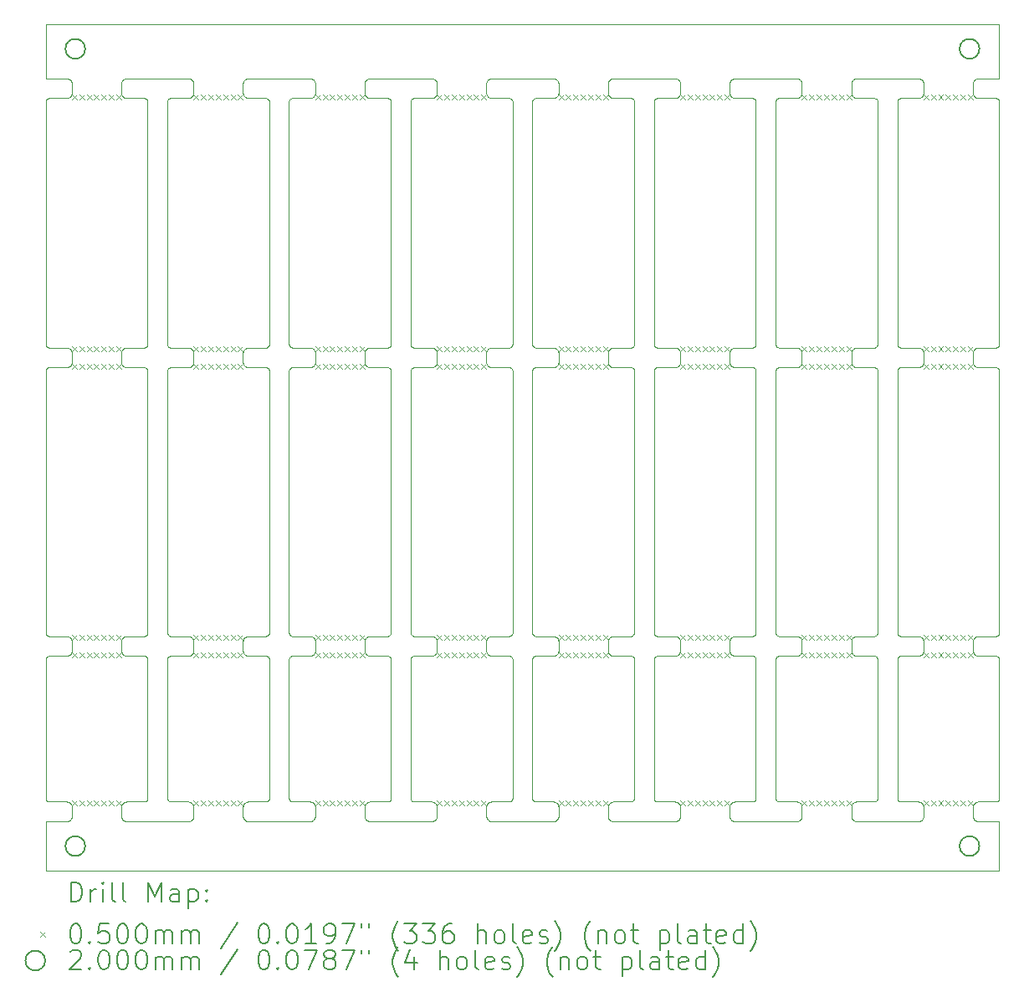
<source format=gbr>
%TF.GenerationSoftware,KiCad,Pcbnew,8.0.5*%
%TF.CreationDate,2024-12-01T20:10:04-08:00*%
%TF.ProjectId,tssop,7473736f-702e-46b6-9963-61645f706362,rev?*%
%TF.SameCoordinates,Original*%
%TF.FileFunction,Drillmap*%
%TF.FilePolarity,Positive*%
%FSLAX45Y45*%
G04 Gerber Fmt 4.5, Leading zero omitted, Abs format (unit mm)*
G04 Created by KiCad (PCBNEW 8.0.5) date 2024-12-01 20:10:04*
%MOMM*%
%LPD*%
G01*
G04 APERTURE LIST*
%ADD10C,0.100000*%
%ADD11C,0.200000*%
G04 APERTURE END LIST*
D10*
X11184614Y-12120193D02*
X11185294Y-12120314D01*
X14439210Y-12320937D02*
X14436515Y-12320870D01*
X5251398Y-4818031D02*
X5253158Y-4820072D01*
X14388488Y-12287046D02*
X14387518Y-12284532D01*
X7000071Y-10609377D02*
X6999226Y-10606819D01*
X9960524Y-10645796D02*
X9960007Y-10645825D01*
X6029482Y-7500560D02*
X6029685Y-7499876D01*
X8699729Y-12105103D02*
X8700109Y-12105680D01*
X7483506Y-12117788D02*
X7484020Y-12118043D01*
X10151622Y-12123302D02*
X10154181Y-12124148D01*
X9500905Y-10644137D02*
X9498308Y-10643418D01*
X12611507Y-12319291D02*
X12608878Y-12319882D01*
X6997126Y-7675621D02*
X6996927Y-7672934D01*
X8695370Y-10670707D02*
X8695198Y-10671373D01*
X13394104Y-10647539D02*
X13393418Y-10647355D01*
X6025193Y-10429993D02*
X6026369Y-10428113D01*
X10956195Y-12085374D02*
X10956205Y-12084839D01*
X11928309Y-7696120D02*
X11927097Y-7693713D01*
X8959080Y-4849519D02*
X8959278Y-4852206D01*
X6462971Y-10641606D02*
X6460457Y-10642576D01*
X5241221Y-7715888D02*
X5238944Y-7717330D01*
X8458700Y-10645824D02*
X8458164Y-10645792D01*
X8959344Y-12175839D02*
X8959344Y-12266035D01*
X8272292Y-4998945D02*
X8269663Y-4998355D01*
X13386248Y-12120782D02*
X13386839Y-12120738D01*
X10143741Y-7525734D02*
X10146396Y-7526195D01*
X13417221Y-10420210D02*
X13417779Y-10418063D01*
X11420772Y-10601596D02*
X11420182Y-10604225D01*
X10149026Y-10644140D02*
X10146396Y-10644730D01*
X13625488Y-12106243D02*
X13626840Y-12107990D01*
X10185314Y-4968573D02*
X10184103Y-4970980D01*
X11164792Y-5012409D02*
X11164431Y-5012855D01*
X9955718Y-10646152D02*
X9955147Y-10646207D01*
X8932668Y-12128749D02*
X8934945Y-12130191D01*
X7683913Y-7526195D02*
X7686542Y-7526785D01*
X7727838Y-7574659D02*
X7728036Y-7577346D01*
X8941313Y-12135160D02*
X8943264Y-12137018D01*
X5001888Y-10670052D02*
X5001649Y-10670697D01*
X8718651Y-10444131D02*
X8719317Y-10444303D01*
X13175264Y-7535944D02*
X13177467Y-7534392D01*
X5000567Y-5029499D02*
X5000429Y-5030173D01*
X13645053Y-7523917D02*
X13645630Y-7524052D01*
X13186958Y-7720961D02*
X13184495Y-7719869D01*
X8246134Y-4814222D02*
X8248174Y-4812462D01*
X14406505Y-4989196D02*
X14404381Y-4987538D01*
X13173140Y-7712678D02*
X13171099Y-7710918D01*
X14646740Y-5020911D02*
X14645716Y-5018824D01*
X14647030Y-5021541D02*
X14646741Y-5020913D01*
X7462478Y-10409690D02*
X7462488Y-10410209D01*
X14640776Y-10657559D02*
X14640285Y-10657041D01*
X8917784Y-12122584D02*
X8920381Y-12123302D01*
X13418487Y-5031962D02*
X13418400Y-5031276D01*
X9721754Y-10424901D02*
X9722044Y-10424271D01*
X14628271Y-10648642D02*
X14625917Y-10647738D01*
X9955561Y-7524749D02*
X9959987Y-7525098D01*
X10956037Y-10678222D02*
X10955993Y-10677630D01*
X13165529Y-4979928D02*
X13163872Y-4977804D01*
X7715641Y-10625713D02*
X7713881Y-10627754D01*
X7492669Y-10445350D02*
X7493354Y-10445419D01*
X7257106Y-12104124D02*
X7258307Y-12102043D01*
X11929637Y-4826676D02*
X11931079Y-4824399D01*
X8493342Y-12090222D02*
X8493680Y-12085914D01*
X8941313Y-10631563D02*
X8939273Y-10633323D01*
X10745487Y-10445780D02*
X10919813Y-10445781D01*
X8472068Y-7522280D02*
X8472617Y-7522055D01*
X9933953Y-5011988D02*
X9933556Y-5012402D01*
X14398531Y-4818031D02*
X14400389Y-4816080D01*
X12187404Y-12085912D02*
X12187436Y-12085378D01*
X11944023Y-10456584D02*
X11946226Y-10455032D01*
X10181333Y-12145338D02*
X10182775Y-12147614D01*
X9500904Y-12319291D02*
X9498307Y-12318572D01*
X11369620Y-7525206D02*
X11372308Y-7525404D01*
X9488364Y-4806483D02*
X9490771Y-4805271D01*
X10932295Y-10647797D02*
X10931632Y-10647543D01*
X13873506Y-10623589D02*
X13871848Y-10625713D01*
X13162320Y-7700741D02*
X13160878Y-7698464D01*
X11158294Y-7749413D02*
X11158055Y-7750058D01*
X9926439Y-10671375D02*
X9925533Y-10675278D01*
X13403980Y-7731952D02*
X13403435Y-7731530D01*
X9960728Y-7725150D02*
X9960211Y-7725180D01*
X11177230Y-12117788D02*
X11177744Y-12118043D01*
X14418200Y-12316757D02*
X14415736Y-12315665D01*
X10174505Y-4816080D02*
X10176363Y-4818031D01*
X13202587Y-4999736D02*
X13199912Y-4999406D01*
X12165173Y-12118324D02*
X12169127Y-12116437D01*
X11173032Y-7519747D02*
X11176670Y-7521722D01*
X8283005Y-10645782D02*
X8280310Y-10645716D01*
X13394788Y-7523141D02*
X13397031Y-7522281D01*
X11387936Y-12125117D02*
X11390400Y-12126209D01*
X12630872Y-12310133D02*
X12628668Y-12311684D01*
X12600862Y-7725074D02*
X12598167Y-7725140D01*
X12180389Y-7739514D02*
X12179996Y-7738949D01*
X11923472Y-4958440D02*
X11922881Y-4955810D01*
X10953326Y-10667442D02*
X10953116Y-10666888D01*
X13163872Y-4977804D02*
X13162320Y-4975601D01*
X14649929Y-7488860D02*
X14649929Y-5036257D01*
X12157947Y-5000567D02*
X12157273Y-5000429D01*
X12406582Y-7729318D02*
X12405964Y-7729621D01*
X5263257Y-10606822D02*
X5262411Y-10609380D01*
X14398531Y-12302905D02*
X14396771Y-12300865D01*
X12417054Y-10646312D02*
X12414664Y-10646803D01*
X12155007Y-12120782D02*
X12155598Y-12120738D01*
X6490379Y-7696120D02*
X6489050Y-7698465D01*
X5000239Y-7760187D02*
X5000209Y-7760703D01*
X9459939Y-10598938D02*
X9459609Y-10596263D01*
X13646416Y-5000902D02*
X13644278Y-5001456D01*
X5004175Y-10426841D02*
X5004478Y-10427459D01*
X14420714Y-7721931D02*
X14418200Y-7720961D01*
X6029783Y-5025587D02*
X6029593Y-5024922D01*
X5234193Y-7719869D02*
X5231729Y-7720961D01*
X12186295Y-7751792D02*
X12186105Y-7751127D01*
X8261994Y-10641603D02*
X8259531Y-10640511D01*
X10143742Y-10645191D02*
X10141067Y-10645521D01*
X8250299Y-12131748D02*
X8252502Y-12130196D01*
X8927917Y-12126209D02*
X8930324Y-12127421D01*
X13879038Y-7693713D02*
X13877826Y-7696120D01*
X13864238Y-10633323D02*
X13862114Y-10634981D01*
X12423534Y-10445776D02*
X12598167Y-10445777D01*
X5017818Y-10650572D02*
X5014279Y-10652904D01*
X5027529Y-7726135D02*
X5026856Y-7726291D01*
X7003344Y-7696120D02*
X7002132Y-7693713D01*
X10732146Y-4801645D02*
X10734775Y-4801055D01*
X5787816Y-7714336D02*
X5785692Y-7712678D01*
X7261139Y-7751125D02*
X7260443Y-7748906D01*
X6480782Y-12137018D02*
X6482640Y-12138970D01*
X10166187Y-10455029D02*
X10168390Y-10456581D01*
X8958289Y-12165128D02*
X8958750Y-12167783D01*
X5226657Y-12123302D02*
X5229216Y-12124148D01*
X11191071Y-5000035D02*
X11188865Y-5000147D01*
X10712782Y-10634978D02*
X10710658Y-10633321D01*
X9460989Y-12279376D02*
X9460399Y-12276747D01*
X8694085Y-10415020D02*
X8694141Y-10415591D01*
X9468596Y-7700741D02*
X9467155Y-7698464D01*
X7713881Y-7543171D02*
X7715641Y-7545212D01*
X7049067Y-7525206D02*
X7051762Y-7525140D01*
X5765884Y-12170463D02*
X5766214Y-12167789D01*
X6262196Y-7725506D02*
X6261625Y-7725562D01*
X9954572Y-10646312D02*
X9952181Y-10646803D01*
X6257034Y-7523729D02*
X6257597Y-7523914D01*
X13194629Y-10644137D02*
X13192032Y-10643418D01*
X10712781Y-4810804D02*
X10714984Y-4809252D01*
X9937370Y-5008595D02*
X9936871Y-5009069D01*
X9951329Y-7523917D02*
X9951906Y-7524052D01*
X10189530Y-4844190D02*
X10189991Y-4846845D01*
X8959278Y-7672934D02*
X8959080Y-7675621D01*
X6025526Y-5016273D02*
X6024132Y-5014270D01*
X12186842Y-12091638D02*
X12186990Y-12090942D01*
X10186407Y-10479668D02*
X10187377Y-10482182D01*
X6495216Y-10487337D02*
X6495807Y-10489966D01*
X14628274Y-7522280D02*
X14628823Y-7522055D01*
X9720450Y-10427509D02*
X9720772Y-10426895D01*
X8267066Y-7722776D02*
X8264507Y-7721931D01*
X10724476Y-7529319D02*
X10726990Y-7528349D01*
X14628831Y-7522052D02*
X14629358Y-7521780D01*
X14408708Y-7534392D02*
X14410985Y-7532951D01*
X12181399Y-10429993D02*
X12182576Y-10428113D01*
X7486755Y-10443889D02*
X7487400Y-10444128D01*
X7240802Y-10442934D02*
X7241433Y-10442647D01*
X14649641Y-5031274D02*
X14649307Y-5029091D01*
X8248174Y-4987538D02*
X8246134Y-4985778D01*
X7712023Y-10629705D02*
X7710072Y-10631563D01*
X6472462Y-4990748D02*
X6470185Y-4992189D01*
X8715262Y-5002895D02*
X8714748Y-5003150D01*
X8274947Y-12320342D02*
X8272292Y-12319882D01*
X8709347Y-7518966D02*
X8709923Y-7519384D01*
X11924191Y-10606819D02*
X11923472Y-10604222D01*
X11407605Y-10463808D02*
X11409365Y-10465849D01*
X5014707Y-10438964D02*
X5015251Y-10439386D01*
X5006812Y-5014708D02*
X5006391Y-5015252D01*
X13636507Y-5004788D02*
X13633064Y-5007057D01*
X10946272Y-7514189D02*
X10947799Y-7512494D01*
X11936048Y-12138975D02*
X11937906Y-12137024D01*
X8950092Y-10621386D02*
X8948541Y-10623589D01*
X8959080Y-7675621D02*
X8958750Y-7678296D01*
X6252264Y-12117788D02*
X6252778Y-12118043D01*
X7469538Y-10431403D02*
X7469931Y-10431967D01*
X11922881Y-12165134D02*
X11923472Y-12162504D01*
X7028288Y-7719869D02*
X7025882Y-7718657D01*
X10176363Y-12302905D02*
X10174505Y-12304857D01*
X10953113Y-10666880D02*
X10952855Y-10666346D01*
X9721604Y-7504569D02*
X9721876Y-7504042D01*
X13832103Y-12320870D02*
X13829408Y-12320937D01*
X7000071Y-10482185D02*
X7001041Y-10479671D01*
X11420181Y-12279376D02*
X11419462Y-12281973D01*
X13875057Y-10621386D02*
X13873506Y-10623589D01*
X10694765Y-10611892D02*
X10693795Y-10609377D01*
X9701054Y-10647797D02*
X9700390Y-10647543D01*
X9925253Y-12089663D02*
X9925587Y-12091846D01*
X12187157Y-10414501D02*
X12187245Y-10413813D01*
X12161853Y-5001473D02*
X12157950Y-5000568D01*
X11395151Y-10453588D02*
X11397428Y-10455029D01*
X11946226Y-7534392D02*
X11948502Y-7532951D01*
X11407605Y-7543171D02*
X11409365Y-7545212D01*
X7262193Y-5031274D02*
X7261859Y-5029091D01*
X10174506Y-12137018D02*
X10176364Y-12138970D01*
X7491571Y-5000623D02*
X7490890Y-5000745D01*
X10737430Y-4800594D02*
X10740104Y-4800264D01*
X10691641Y-10601593D02*
X10691180Y-10598938D01*
X5002500Y-10423197D02*
X5004174Y-10426839D01*
X5790019Y-12130196D02*
X5792296Y-12128755D01*
X10154181Y-12124148D02*
X10156695Y-12125117D01*
X13416029Y-10423621D02*
X13416802Y-10421542D01*
X7724894Y-10482182D02*
X7725739Y-10484740D01*
X6235402Y-12102011D02*
X6235722Y-12102624D01*
X6462971Y-7720961D02*
X6460456Y-7721931D01*
X10737431Y-10446374D02*
X10740105Y-10446044D01*
X9493235Y-10449959D02*
X9495749Y-10448989D01*
X9724922Y-10680622D02*
X9724796Y-10678224D01*
X6470185Y-7532951D02*
X6472462Y-7534392D01*
X9471806Y-7545212D02*
X9473566Y-7543171D01*
X7051763Y-10445780D02*
X7226089Y-10445781D01*
X8957699Y-10487337D02*
X8958290Y-10489966D01*
X8492266Y-5025587D02*
X8492076Y-5024922D01*
X5792296Y-10637972D02*
X5790020Y-10636530D01*
X9938966Y-7732597D02*
X9938444Y-7733046D01*
X7035825Y-12123308D02*
X7038422Y-12122589D01*
X5008152Y-10658731D02*
X5006729Y-10660569D01*
X13649284Y-7524749D02*
X13653711Y-7525098D01*
X14648490Y-10671454D02*
X14647748Y-10669169D01*
X10737430Y-12121538D02*
X10740105Y-12121209D01*
X11926005Y-12154835D02*
X11927097Y-12152371D01*
X9936237Y-7515486D02*
X9936740Y-7515988D01*
X7490212Y-12120035D02*
X7490885Y-12120192D01*
X11164111Y-10432499D02*
X11166798Y-10435473D01*
X7003344Y-12149964D02*
X7004672Y-12147620D01*
X11946226Y-4990748D02*
X11944023Y-4989196D01*
X5765884Y-7574659D02*
X5766214Y-7571984D01*
X5000147Y-12088281D02*
X5000199Y-12088970D01*
X7727048Y-4844190D02*
X7727508Y-4846845D01*
X11192490Y-7725140D02*
X11191973Y-7725150D01*
X12394902Y-10431975D02*
X12395351Y-10432497D01*
X13884243Y-10593579D02*
X13884045Y-10596266D01*
X8946882Y-7545212D02*
X8948540Y-7547336D01*
X9724056Y-10418061D02*
X9724213Y-10417386D01*
X6452672Y-10644730D02*
X6450018Y-10645191D01*
X7252548Y-7514189D02*
X7254075Y-7512494D01*
X7715641Y-4979928D02*
X7713881Y-4981968D01*
X10692231Y-12162504D02*
X10692949Y-12159907D01*
X6476789Y-4812462D02*
X6478830Y-4814222D01*
X6233617Y-7502323D02*
X6233860Y-7502863D01*
X6244594Y-10653602D02*
X6242831Y-10655116D01*
X9459345Y-10590881D02*
X9459345Y-10500681D01*
X12651422Y-7683580D02*
X12650704Y-7686177D01*
X6235724Y-10427468D02*
X6236088Y-10428052D01*
X7464858Y-7502323D02*
X7465102Y-7502863D01*
X13864237Y-12308475D02*
X13862113Y-12310133D01*
X14624336Y-5001473D02*
X14620432Y-5000568D01*
X13165529Y-7545212D02*
X13167290Y-7543171D01*
X8228367Y-7675621D02*
X8228169Y-7672934D01*
X7041051Y-7724085D02*
X7038422Y-7723495D01*
X8493575Y-5032656D02*
X8493523Y-5031967D01*
X13173140Y-10458242D02*
X13175265Y-10456584D01*
X7472028Y-7736741D02*
X7469496Y-7739847D01*
X11950848Y-10452262D02*
X11953254Y-10451051D01*
X5262411Y-10609380D02*
X5261442Y-10611894D01*
X8486223Y-12107177D02*
X8487564Y-12105330D01*
X10954547Y-10420879D02*
X10954738Y-10420212D01*
X9926612Y-5024925D02*
X9926439Y-5025591D01*
X5254816Y-12298740D02*
X5253158Y-12300865D01*
X6011939Y-5003986D02*
X6011337Y-5003652D01*
X13393763Y-5001646D02*
X13393097Y-5001474D01*
X5254817Y-10623589D02*
X5253159Y-10625713D01*
X6444655Y-7525206D02*
X6447342Y-7525404D01*
X5241221Y-4990748D02*
X5238944Y-4992189D01*
X8698179Y-7506712D02*
X8698502Y-7507346D01*
X7686542Y-4801645D02*
X7689139Y-4802364D01*
X11159854Y-5019912D02*
X11159583Y-5020544D01*
X10189991Y-7678296D02*
X10189530Y-7680951D01*
X10182775Y-12147614D02*
X10184103Y-12149959D01*
X7473063Y-12110648D02*
X7473552Y-12111137D01*
X13407612Y-7734936D02*
X13407090Y-7734487D01*
X12626392Y-7717330D02*
X12624047Y-7718658D01*
X7258837Y-12100969D02*
X7260467Y-12097032D01*
X5007905Y-10432499D02*
X5010592Y-10435473D01*
X10704807Y-7707109D02*
X10703047Y-7705068D01*
X5238944Y-7532951D02*
X5241221Y-7534392D01*
X8956980Y-7564103D02*
X8957699Y-7566700D01*
X10955303Y-5027727D02*
X10954749Y-5025589D01*
X12418724Y-12120649D02*
X12419409Y-12120737D01*
X5229216Y-10448986D02*
X5231730Y-10449956D01*
X9953373Y-12120193D02*
X9954053Y-12120314D01*
X10189531Y-10601596D02*
X10188940Y-10604225D01*
X11960790Y-4802364D02*
X11963387Y-4801645D01*
X14649783Y-7757800D02*
X14649731Y-7757111D01*
X9697067Y-10444913D02*
X9699216Y-10444366D01*
X8934945Y-10636533D02*
X8932669Y-10637974D01*
X6460456Y-7721931D02*
X6457898Y-7722776D01*
X13649441Y-10646152D02*
X13648870Y-10646207D01*
X7011084Y-10627751D02*
X7009324Y-10625710D01*
X10719606Y-10639300D02*
X10717262Y-10637972D01*
X13634535Y-10439757D02*
X13637989Y-10441789D01*
X7470425Y-7511951D02*
X7470901Y-7512479D01*
X8235914Y-10619106D02*
X8234586Y-10616762D01*
X12648889Y-7691250D02*
X12647797Y-7693713D01*
X7723924Y-12154829D02*
X7724893Y-12157343D01*
X14387518Y-12157349D02*
X14388488Y-12154835D01*
X11963387Y-7723495D02*
X11960790Y-7722776D01*
X11403795Y-12306715D02*
X11401755Y-12308475D01*
X14636738Y-7517199D02*
X14637281Y-7516735D01*
X13175265Y-10634978D02*
X13173140Y-10633321D01*
X6239832Y-10658193D02*
X6239395Y-10658729D01*
X6018594Y-7516733D02*
X6020290Y-7515206D01*
X8492266Y-10671460D02*
X8490844Y-10667444D01*
X6997916Y-4844190D02*
X6998507Y-4841560D01*
X13402841Y-7731159D02*
X13399387Y-7729127D01*
X8485514Y-10432888D02*
X8486876Y-10431137D01*
X6026080Y-10662959D02*
X6024837Y-10661045D01*
X5029088Y-5000623D02*
X5028408Y-5000745D01*
X13184496Y-10640511D02*
X13182089Y-10639300D01*
X9712313Y-10654188D02*
X9711770Y-10653724D01*
X8229157Y-7680950D02*
X8228697Y-7678295D01*
X8233374Y-10477207D02*
X8234586Y-10474800D01*
X9717779Y-10659985D02*
X9714935Y-10656654D01*
X8725691Y-12120737D02*
X8726380Y-12120790D01*
X10182775Y-10619109D02*
X10181334Y-10621386D01*
X5785692Y-7537602D02*
X5787816Y-7535944D01*
X12621640Y-7530411D02*
X12624047Y-7531622D01*
X14386674Y-10484743D02*
X14387519Y-10482185D01*
X11382863Y-4802364D02*
X11385422Y-4803209D01*
X8261993Y-4995821D02*
X8259530Y-4994729D01*
X6495806Y-4955810D02*
X6495216Y-4958440D01*
X10955541Y-7496262D02*
X10955898Y-7494008D01*
X10942439Y-10653284D02*
X10940593Y-10651943D01*
X6257887Y-10646933D02*
X6257341Y-10647107D01*
X11162211Y-12105103D02*
X11162592Y-12105680D01*
X9503533Y-4998945D02*
X9500904Y-4998355D01*
X12408986Y-10648679D02*
X12408465Y-10648921D01*
X7464519Y-10422012D02*
X7464702Y-10422556D01*
X12187298Y-10413115D02*
X12187411Y-10410899D01*
X10940365Y-10439774D02*
X10940848Y-10439461D01*
X8955165Y-4833891D02*
X8956135Y-4836405D01*
X7041052Y-10644727D02*
X7038422Y-10644137D01*
X10694764Y-7691249D02*
X10693794Y-7688735D01*
X11421760Y-7672934D02*
X11421562Y-7675621D01*
X13207969Y-12120944D02*
X13382406Y-12120946D01*
X8283004Y-7725140D02*
X8280309Y-7725074D01*
X5024272Y-10443889D02*
X5024917Y-10444128D01*
X6028786Y-7747824D02*
X6027064Y-7744077D01*
X8694469Y-12092534D02*
X8694625Y-12093207D01*
X7696675Y-4805271D02*
X7699082Y-4806483D01*
X13418398Y-10414501D02*
X13418486Y-10413813D01*
X7718850Y-4824399D02*
X7720292Y-4826676D01*
X7466657Y-10426841D02*
X7466961Y-10427459D01*
X11936048Y-12302905D02*
X11934288Y-12300865D01*
X13417942Y-5028403D02*
X13417786Y-5027730D01*
X10143741Y-12320342D02*
X10141066Y-12320672D01*
X7471540Y-10657677D02*
X7471076Y-10658190D01*
X14385954Y-7566700D02*
X14386673Y-7564103D01*
X5000031Y-10410908D02*
X5000143Y-10413114D01*
X9944878Y-10442129D02*
X9945510Y-10442400D01*
X8463536Y-7725566D02*
X8462851Y-7725497D01*
X13618724Y-10410733D02*
X13619050Y-10415018D01*
X12653002Y-12173144D02*
X12653068Y-12175839D01*
X14649255Y-4250000D02*
X5000670Y-4250000D01*
X12598167Y-7725140D02*
X12423733Y-7725140D01*
X5817827Y-12121010D02*
X5820522Y-12120944D01*
X13202587Y-7724876D02*
X13199912Y-7724546D01*
X6239393Y-12107991D02*
X6239830Y-12108527D01*
X8490372Y-10666344D02*
X8489281Y-10664204D01*
X9700036Y-7726785D02*
X9699370Y-7726613D01*
X9931347Y-10661039D02*
X9931046Y-10661527D01*
X5236600Y-7531622D02*
X5238944Y-7532951D01*
X8257123Y-4806483D02*
X8259530Y-4805271D01*
X14439210Y-7725140D02*
X14436515Y-7725074D01*
X10937157Y-10441675D02*
X10937772Y-10441356D01*
X10952028Y-7744075D02*
X10951725Y-7743457D01*
X13418400Y-5031274D02*
X13418065Y-5029091D01*
X13153662Y-4846845D02*
X13154123Y-4844190D01*
X12388439Y-10418446D02*
X12388595Y-10419120D01*
X7051762Y-4800000D02*
X7673201Y-4800000D01*
X9506189Y-10645188D02*
X9503534Y-10644727D01*
X10170514Y-12133400D02*
X10172554Y-12135160D01*
X6239833Y-12108531D02*
X6240297Y-12109044D01*
X6231241Y-10681864D02*
X6231241Y-12084681D01*
X10166186Y-7715888D02*
X10163909Y-7717330D01*
X14613828Y-10645781D02*
X14439211Y-10645782D01*
X10951336Y-10428111D02*
X10951689Y-10427514D01*
X10168390Y-10634981D02*
X10166187Y-10636533D01*
X11399630Y-4989196D02*
X11397427Y-4990748D01*
X7247820Y-12114138D02*
X7248279Y-12113763D01*
X6262515Y-5000288D02*
X6260332Y-5000622D01*
X5234193Y-7530411D02*
X5236600Y-7531622D01*
X12182577Y-10428111D02*
X12182930Y-10427514D01*
X13153663Y-10598938D02*
X13153333Y-10596263D01*
X5218776Y-12121533D02*
X5221431Y-12121993D01*
X6474665Y-4810804D02*
X6476789Y-4812462D01*
X14431153Y-7525734D02*
X14433828Y-7525404D01*
X6020813Y-7514709D02*
X6021305Y-7514191D01*
X10166186Y-12311684D02*
X10163909Y-12313126D01*
X8488347Y-12104124D02*
X8489548Y-12102043D01*
X12387448Y-7489042D02*
X12387458Y-7489578D01*
X7675896Y-4999934D02*
X7673201Y-5000000D01*
X5019913Y-10442129D02*
X5020545Y-10442400D01*
X5003847Y-7745054D02*
X5003575Y-7745686D01*
X9475424Y-12137024D02*
X9477376Y-12135166D01*
X8261993Y-7720961D02*
X8259530Y-7719869D01*
X11380267Y-10447422D02*
X11382864Y-10448141D01*
X11922881Y-7569329D02*
X11923472Y-7566700D01*
X5265554Y-12268730D02*
X5265356Y-12271418D01*
X14387518Y-12284532D02*
X14386673Y-12281973D01*
X8487634Y-7509431D02*
X8487972Y-7508944D01*
X5021016Y-10648922D02*
X5018824Y-10649996D01*
X12653068Y-10590884D02*
X12653002Y-10593579D01*
X10141067Y-10446041D02*
X10143742Y-10446371D01*
X9926028Y-7498082D02*
X9926194Y-7498776D01*
X9721319Y-12100969D02*
X9722949Y-12097032D01*
X13205274Y-12320870D02*
X13202587Y-12320672D01*
X12652473Y-4846845D02*
X12652803Y-4849519D01*
X8943264Y-4983920D02*
X8941312Y-4985778D01*
X13154714Y-10604222D02*
X13154123Y-10601593D01*
X6245815Y-7732198D02*
X6245250Y-7732591D01*
X6004297Y-12119842D02*
X6004877Y-12119721D01*
X12643815Y-7700741D02*
X12642264Y-7702944D01*
X7681258Y-7724546D02*
X7678584Y-7724876D01*
X7035825Y-10643418D02*
X7033267Y-10642573D01*
X13194629Y-10447425D02*
X13197258Y-10446835D01*
X5998800Y-12120782D02*
X5999392Y-12120738D01*
X8463717Y-10646238D02*
X8463010Y-10646163D01*
X9460399Y-10601593D02*
X9459939Y-10598938D01*
X11164149Y-7511951D02*
X11164625Y-7512479D01*
X6467841Y-4806483D02*
X6470185Y-4807811D01*
X7689140Y-10643421D02*
X7686543Y-10644140D01*
X10163910Y-10637974D02*
X10161566Y-10639303D01*
X6232675Y-7499468D02*
X6233418Y-7501753D01*
X5794641Y-10452262D02*
X5797048Y-10451051D01*
X8728592Y-12120901D02*
X8729976Y-12120936D01*
X12413034Y-5001457D02*
X12412370Y-5001647D01*
X5794641Y-10639300D02*
X5792296Y-10637972D01*
X5210719Y-12320937D02*
X5000670Y-12320937D01*
X8701947Y-5012856D02*
X8700453Y-5014787D01*
X11156829Y-12091849D02*
X11156950Y-12092529D01*
X5765686Y-4947794D02*
X5765620Y-4945099D01*
X7043706Y-7724546D02*
X7041051Y-7724085D01*
X7673202Y-10645785D02*
X7498564Y-10645786D01*
X6455301Y-7723495D02*
X6452672Y-7724085D01*
X11976728Y-12320937D02*
X11974033Y-12320870D01*
X6031072Y-10678222D02*
X6031028Y-10677630D01*
X12650704Y-7686177D02*
X12649858Y-7688736D01*
X12187299Y-5032656D02*
X12187247Y-5031967D01*
X14387519Y-10609377D02*
X14386674Y-10606819D01*
X12652013Y-4844190D02*
X12652473Y-4846845D01*
X5236600Y-10639303D02*
X5234194Y-10640514D01*
X8695596Y-12096676D02*
X8696363Y-12098747D01*
X10181334Y-10621386D02*
X10179782Y-10623589D01*
X7490012Y-7726135D02*
X7489339Y-7726291D01*
X5802025Y-10448989D02*
X5804584Y-10448144D01*
X13618729Y-10680822D02*
X13618699Y-10681340D01*
X5785692Y-7712678D02*
X5783651Y-7710918D01*
X9459938Y-4953155D02*
X9459608Y-4950481D01*
X8228169Y-12268730D02*
X8228103Y-12266035D01*
X10190321Y-7675621D02*
X10189991Y-7678296D01*
X5779842Y-12302905D02*
X5778082Y-12300865D01*
X6030785Y-12090932D02*
X6030859Y-12090225D01*
X13847904Y-7528349D02*
X13850418Y-7529319D01*
X6030931Y-10677035D02*
X6030155Y-10672846D01*
X14649916Y-12820825D02*
X14649930Y-12820264D01*
X12389120Y-7750736D02*
X12388214Y-7754640D01*
X5026943Y-7524053D02*
X5029410Y-7524577D01*
X5812464Y-7724546D02*
X5809809Y-7724085D01*
X6486058Y-10467973D02*
X6487610Y-10470176D01*
X8252502Y-12130196D02*
X8254779Y-12128755D01*
X9694090Y-7725497D02*
X9689919Y-7725179D01*
X13864237Y-12133400D02*
X13866278Y-12135160D01*
X10190585Y-4945099D02*
X10190519Y-4947794D01*
X8261994Y-10449959D02*
X8264508Y-10448989D01*
X13154123Y-10601593D02*
X13153663Y-10598938D01*
X13207969Y-4800000D02*
X13829408Y-4800000D01*
X9459410Y-12173150D02*
X9459608Y-12170463D01*
X6239661Y-7512481D02*
X6242511Y-7515484D01*
X14393561Y-12296537D02*
X14392120Y-12294261D01*
X6267328Y-10445776D02*
X6441961Y-10445777D01*
X13857634Y-10453588D02*
X13859911Y-10455029D01*
X10690850Y-12271418D02*
X10690651Y-12268730D01*
X5236600Y-4993517D02*
X5234193Y-4994729D01*
X12403722Y-12115225D02*
X12404200Y-12115543D01*
X13407739Y-7515205D02*
X13408257Y-7514713D01*
X13619591Y-12093210D02*
X13620144Y-12095348D01*
X10948753Y-5013798D02*
X10948377Y-5013364D01*
X5029809Y-7725667D02*
X5027532Y-7726135D01*
X7483030Y-10442401D02*
X7486752Y-10443888D01*
X8946882Y-12300865D02*
X8945122Y-12302905D01*
X14649887Y-12085912D02*
X14649918Y-12085378D01*
X8904443Y-12120938D02*
X8907138Y-12121004D01*
X7710072Y-10631563D02*
X7708031Y-10633323D01*
X6030859Y-12090222D02*
X6031198Y-12085914D01*
X6001940Y-10646387D02*
X6001244Y-10646239D01*
X8274947Y-7525734D02*
X8277621Y-7525404D01*
X11420771Y-12165128D02*
X11421232Y-12167783D01*
X12408470Y-5003151D02*
X12404815Y-5005060D01*
X6030933Y-7494005D02*
X6031026Y-7493298D01*
X10951091Y-5017263D02*
X10950814Y-5016760D01*
X13884243Y-12268730D02*
X13884045Y-12271418D01*
X9471806Y-7705068D02*
X9470148Y-7702944D01*
X13413838Y-7742862D02*
X13411632Y-7739516D01*
X8274947Y-7724546D02*
X8272292Y-7724085D01*
X7001041Y-10479671D02*
X7002133Y-10477207D01*
X7728036Y-4852206D02*
X7728103Y-4854901D01*
X14645079Y-7742862D02*
X14642873Y-7739516D01*
X5024922Y-12119291D02*
X5025586Y-12119481D01*
X11421761Y-10497983D02*
X11421827Y-10500678D01*
X5817826Y-7525206D02*
X5820521Y-7525140D01*
X5779842Y-7707109D02*
X5778082Y-7705068D01*
X6997126Y-4950481D02*
X6996927Y-4947794D01*
X5249540Y-4816080D02*
X5251398Y-4818031D01*
X7262439Y-12085912D02*
X7262471Y-12085378D01*
X10941497Y-7731952D02*
X10940953Y-7731530D01*
X13388682Y-10646238D02*
X13387975Y-10646163D01*
X6233861Y-7502865D02*
X6235695Y-7506710D01*
X5263975Y-7683580D02*
X5263256Y-7686177D01*
X10190519Y-12173144D02*
X10190585Y-12175839D01*
X5236600Y-4806483D02*
X5238944Y-4807811D01*
X13392333Y-12119719D02*
X13392901Y-12119548D01*
X14649190Y-7753544D02*
X14649044Y-7752989D01*
X5783652Y-10460002D02*
X5785692Y-10458242D01*
X12399853Y-5008595D02*
X12399354Y-5009069D01*
X9702690Y-12118324D02*
X9706644Y-12116437D01*
X14649622Y-7494005D02*
X14649715Y-7493298D01*
X10943014Y-7517199D02*
X10943557Y-7516735D01*
X9508864Y-10446044D02*
X9511551Y-10445846D01*
X8490513Y-10424901D02*
X8490803Y-10424271D01*
X14392120Y-10472456D02*
X14393562Y-10470179D01*
X8959344Y-7670239D02*
X8959278Y-7672934D01*
X7725739Y-12159902D02*
X7726457Y-12162499D01*
X8237355Y-4824399D02*
X8238906Y-4822196D01*
X13169148Y-7541220D02*
X13171099Y-7539362D01*
X11974033Y-4999934D02*
X11971345Y-4999736D01*
X13620145Y-12095350D02*
X13620335Y-12096015D01*
X9473566Y-4818031D02*
X9475424Y-4816080D01*
X14413330Y-10452262D02*
X14415737Y-10451051D01*
X5014364Y-12113896D02*
X5016272Y-12115224D01*
X5996199Y-5000040D02*
X5995681Y-5000010D01*
X9935466Y-7735735D02*
X9934968Y-7736210D01*
X11421827Y-10590884D02*
X11421761Y-10593579D01*
X6247430Y-5005795D02*
X6244106Y-5008235D01*
X7487410Y-10444131D02*
X7488076Y-10444303D01*
X7004672Y-4973324D02*
X7003344Y-4970980D01*
X12184551Y-5021538D02*
X12184297Y-5021024D01*
X13873505Y-4977804D02*
X13871847Y-4979928D01*
X13880130Y-7691250D02*
X13879038Y-7693713D01*
X5262411Y-7561545D02*
X5263256Y-7564103D01*
X11192461Y-5000000D02*
X11191073Y-5000035D01*
X13415603Y-7504034D02*
X13415828Y-7503485D01*
X12405956Y-7729626D02*
X12405372Y-7729990D01*
X14423273Y-10448144D02*
X14425870Y-10447425D01*
X5001845Y-7750068D02*
X5001673Y-7750734D01*
X8490572Y-5021022D02*
X8488609Y-5017265D01*
X11409365Y-4820072D02*
X11411022Y-4822196D01*
X10190585Y-7580041D02*
X10190585Y-7670239D01*
X9924965Y-7489042D02*
X9924976Y-7489578D01*
X7049067Y-4999934D02*
X7046380Y-4999736D01*
X7011083Y-7707109D02*
X7009323Y-7705068D01*
X9692524Y-12120782D02*
X9693116Y-12120738D01*
X11192293Y-10445776D02*
X11366926Y-10445777D01*
X14431154Y-10645188D02*
X14428499Y-10644727D01*
X5783651Y-7539362D02*
X5785692Y-7537602D01*
X9460399Y-7569329D02*
X9460989Y-7566700D01*
X12391022Y-7745689D02*
X12389536Y-7749410D01*
X14649882Y-10680803D02*
X14649534Y-10676377D01*
X10701389Y-4977804D02*
X10699838Y-4975601D01*
X13403073Y-10651941D02*
X13402485Y-10651537D01*
X9925956Y-10418446D02*
X9926113Y-10419120D01*
X7726457Y-4958440D02*
X7725738Y-4961037D01*
X6450017Y-12121533D02*
X6452672Y-12121993D01*
X9927417Y-10423092D02*
X9929139Y-10426839D01*
X14392120Y-4826676D02*
X14393561Y-4824399D01*
X10190519Y-4947794D02*
X10190321Y-4950481D01*
X5261441Y-7559031D02*
X5262411Y-7561545D01*
X13850418Y-4995821D02*
X13847904Y-4996791D01*
X10954167Y-7748904D02*
X10953983Y-7748360D01*
X13883715Y-4953155D02*
X13883254Y-4955810D01*
X9464615Y-12289509D02*
X9463523Y-12287046D01*
X7001040Y-12154835D02*
X7002132Y-12152371D01*
X14622032Y-10444913D02*
X14624181Y-10444366D01*
X10952014Y-10426893D02*
X10952994Y-10424903D01*
X5236600Y-7718658D02*
X5234193Y-7719869D01*
X8956981Y-10484740D02*
X8957699Y-10487337D01*
X12187245Y-10413808D02*
X12187298Y-10413117D01*
X9721080Y-12101513D02*
X9721318Y-12100971D01*
X8948540Y-12298740D02*
X8946882Y-12300865D01*
X14396771Y-12300865D02*
X14395113Y-12298740D01*
X5210720Y-10645785D02*
X5036082Y-10645786D01*
X13866278Y-4814222D02*
X13868229Y-4816080D01*
X10951419Y-10663570D02*
X10951046Y-10662961D01*
X6470185Y-12313126D02*
X6467841Y-12314454D01*
X12616663Y-7721931D02*
X12614104Y-7722776D01*
X12388070Y-12091849D02*
X12388192Y-12092529D01*
X11157853Y-10670707D02*
X11157680Y-10671373D01*
X10179781Y-12143135D02*
X10181333Y-12145338D01*
X9503534Y-10446835D02*
X9506189Y-10446374D01*
X7686542Y-7723495D02*
X7683913Y-7724085D01*
X8729810Y-10445776D02*
X8904444Y-10445777D01*
X9952179Y-10646804D02*
X9951620Y-10646931D01*
X8941312Y-7710918D02*
X8939272Y-7712679D01*
X11191773Y-10445766D02*
X11192291Y-10445776D01*
X6232007Y-7754643D02*
X6231869Y-7755317D01*
X5812464Y-12320342D02*
X5809809Y-12319882D01*
X5998392Y-10445648D02*
X5999084Y-10445598D01*
X8693734Y-10681344D02*
X8693724Y-10681862D01*
X8478828Y-10439102D02*
X8482135Y-10436422D01*
X14406505Y-4810804D02*
X14408708Y-4809252D01*
X12185892Y-7499873D02*
X12186483Y-7497669D01*
X7718850Y-12296537D02*
X7717299Y-12298740D01*
X12397443Y-7736217D02*
X12396995Y-7736739D01*
X13648296Y-10646312D02*
X13646019Y-10646780D01*
X13620725Y-10422012D02*
X13620909Y-10422556D01*
X12181996Y-7508420D02*
X12184086Y-7504571D01*
X7473553Y-10655584D02*
X7473065Y-10656073D01*
X12154599Y-10445648D02*
X12155291Y-10445598D01*
X13153134Y-7672934D02*
X13153068Y-7670239D01*
X5006584Y-7740401D02*
X5006220Y-7740985D01*
X12389293Y-7750068D02*
X12389120Y-7750734D01*
X10951045Y-10662959D02*
X10949737Y-10660944D01*
X13417231Y-10671460D02*
X13415809Y-10667444D01*
X7237217Y-7523585D02*
X7237901Y-7523382D01*
X6014412Y-10651176D02*
X6010669Y-10649143D01*
X10927330Y-7524475D02*
X10928032Y-7524345D01*
X6493653Y-10609380D02*
X6492683Y-10611894D01*
X12387490Y-7490118D02*
X12387838Y-7494545D01*
X5799511Y-10641603D02*
X5797048Y-10640511D01*
X8959345Y-10500678D02*
X8959345Y-10590884D01*
X6496795Y-4852206D02*
X6496861Y-4854901D01*
X12628668Y-12311684D02*
X12626392Y-12313126D01*
X14439211Y-12120944D02*
X14613828Y-12120946D01*
X8280309Y-7725074D02*
X8277621Y-7724876D01*
X6997917Y-10601593D02*
X6997456Y-10598938D01*
X10695857Y-10477207D02*
X10697068Y-10474800D01*
X14406505Y-7714336D02*
X14404381Y-7712678D01*
X5999400Y-12120737D02*
X5999985Y-12120642D01*
X6997456Y-10492624D02*
X6997917Y-10489969D01*
X6031027Y-10677622D02*
X6030931Y-10677037D01*
X10154180Y-4996791D02*
X10151622Y-4997636D01*
X13158339Y-10477207D02*
X13159551Y-10474800D01*
X13157247Y-12287046D02*
X13156277Y-12284532D01*
X8915155Y-10644730D02*
X8912500Y-10645191D01*
X7699082Y-7531622D02*
X7701427Y-7532951D01*
X14649730Y-7757106D02*
X14649643Y-7756420D01*
X13197257Y-4801055D02*
X13199912Y-4800594D01*
X7256735Y-7508936D02*
X7257030Y-7508422D01*
X9477375Y-7710918D02*
X9475424Y-7709060D01*
X14629356Y-10649142D02*
X14628829Y-10648871D01*
X12624047Y-4993517D02*
X12621640Y-4994729D01*
X9462553Y-7688735D02*
X9461708Y-7686177D01*
X12647797Y-12152366D02*
X12648889Y-12154829D01*
X10948706Y-12107177D02*
X10950047Y-12105330D01*
X8703719Y-7736217D02*
X8703271Y-7736739D01*
X10174505Y-7709060D02*
X10172554Y-7710918D01*
X11156207Y-12084684D02*
X11156242Y-12086068D01*
X5210720Y-10445777D02*
X5213415Y-10445843D01*
X11156568Y-10415020D02*
X11156624Y-10415591D01*
X9483743Y-12130196D02*
X9486020Y-12128755D01*
X7681258Y-7525734D02*
X7683913Y-7526195D01*
X9925005Y-5035041D02*
X9924975Y-5035558D01*
X10159158Y-7719869D02*
X10156695Y-7720961D01*
X11415344Y-12149959D02*
X11416555Y-12152366D01*
X12404711Y-12115825D02*
X12408469Y-12117787D01*
X9724676Y-5031274D02*
X9724341Y-5029091D01*
X8493574Y-10413115D02*
X8493687Y-10410899D01*
X10188940Y-7566700D02*
X10189530Y-7569329D01*
X5000035Y-12086071D02*
X5000147Y-12088278D01*
X9475424Y-12304857D02*
X9473566Y-12302905D01*
X8493723Y-10409502D02*
X8493724Y-7761227D01*
X12636989Y-10629705D02*
X12635037Y-10631563D01*
X12151169Y-7525140D02*
X12152603Y-7525102D01*
X9722510Y-7747824D02*
X9720788Y-7744077D01*
X11960790Y-7722776D02*
X11958231Y-7721931D01*
X13646016Y-10646780D02*
X13645343Y-10646937D01*
X7247221Y-5006385D02*
X7246637Y-5006022D01*
X12606224Y-10645191D02*
X12603550Y-10645521D01*
X10717261Y-4992189D02*
X10714984Y-4990748D01*
X9723305Y-10420879D02*
X9723497Y-10420212D01*
X6245518Y-10652905D02*
X6245046Y-10653231D01*
X12395600Y-10658731D02*
X12394177Y-10660569D01*
X11922091Y-4849519D02*
X11922421Y-4846845D01*
X14406505Y-12310133D02*
X14404381Y-12308475D01*
X8238906Y-12298740D02*
X8237355Y-12296537D01*
X11411023Y-10467973D02*
X11412575Y-10470176D01*
X10930420Y-12119547D02*
X10932820Y-12118768D01*
X8229157Y-12276747D02*
X8228697Y-12274092D01*
X13169148Y-4816080D02*
X13171099Y-4814222D01*
X12619177Y-12125117D02*
X12621641Y-12126209D01*
X13401970Y-7519688D02*
X13402484Y-7519394D01*
X14614906Y-10645824D02*
X14614371Y-10645792D01*
X10190321Y-12271418D02*
X10189991Y-12274092D01*
X12177020Y-7514709D02*
X12177511Y-7514191D01*
X13884243Y-7672934D02*
X13884045Y-7675621D01*
X6260848Y-10646312D02*
X6258457Y-10646803D01*
X13394274Y-10443954D02*
X13396357Y-10443192D01*
X9462554Y-10609377D02*
X9461709Y-10606819D01*
X8485787Y-12107745D02*
X8486221Y-12107179D01*
X7254652Y-5013363D02*
X7251888Y-5010303D01*
X8724597Y-10445419D02*
X8728768Y-10445736D01*
X5234193Y-4994729D02*
X5231729Y-4995821D01*
X7014893Y-10460002D02*
X7016934Y-10458242D01*
X8955165Y-7691250D02*
X8954073Y-7693713D01*
X10694764Y-7559031D02*
X10695856Y-7556567D01*
X9488364Y-12314454D02*
X9486020Y-12313126D01*
X5000562Y-7495730D02*
X5001062Y-7498079D01*
X8490805Y-10424267D02*
X8491063Y-10423623D01*
X5019135Y-7729318D02*
X5018517Y-7729621D01*
X12387805Y-10676652D02*
X12387487Y-10680820D01*
X7249830Y-10654188D02*
X7249287Y-10653724D01*
X5257809Y-7698465D02*
X5256368Y-7700741D01*
X5774872Y-7700741D02*
X5773431Y-7698464D01*
X9941239Y-12115225D02*
X9941717Y-12115543D01*
X13637511Y-5004213D02*
X13637001Y-5004477D01*
X14629968Y-12117311D02*
X14630504Y-12117058D01*
X10176364Y-10627754D02*
X10174506Y-10629705D01*
X7237209Y-10647355D02*
X7233184Y-10646388D01*
X10745486Y-7725140D02*
X10742791Y-7725074D01*
X8233374Y-7556567D02*
X8234585Y-7554160D01*
X10691179Y-4953155D02*
X10690850Y-4950481D01*
X9931977Y-7739849D02*
X9931555Y-7740393D01*
X11414016Y-7698465D02*
X11412574Y-7700741D01*
X7726457Y-12162499D02*
X7727048Y-12165128D01*
X8242325Y-10463811D02*
X8244183Y-10461860D01*
X6496597Y-7574659D02*
X6496795Y-7577346D01*
X7471470Y-5011988D02*
X7471073Y-5012402D01*
X7033266Y-4803209D02*
X7035825Y-4802364D01*
X8272293Y-12121999D02*
X8274947Y-12121538D01*
X12419414Y-12120737D02*
X12420103Y-12120790D01*
X5012402Y-5008591D02*
X5011978Y-5008977D01*
X5767984Y-12159907D02*
X5768829Y-12157349D01*
X10956168Y-7490296D02*
X10956205Y-7488862D01*
X9468596Y-7549539D02*
X9470148Y-7547336D01*
X8956980Y-12159902D02*
X8957699Y-12162499D01*
X6025845Y-5016753D02*
X6025527Y-5016275D01*
X5999398Y-7524926D02*
X6000105Y-7524833D01*
X10954332Y-5024261D02*
X10953525Y-5022081D01*
X13646218Y-7726135D02*
X13645545Y-7726291D01*
X8907138Y-4999934D02*
X8904443Y-5000000D01*
X6235416Y-10426841D02*
X6235719Y-10427459D01*
X8959344Y-7580041D02*
X8959344Y-7670239D01*
X13626207Y-7511367D02*
X13626625Y-7511942D01*
X12417451Y-7524690D02*
X12418041Y-7524749D01*
X11934289Y-10465852D02*
X11936049Y-10463811D01*
X9470148Y-4822196D02*
X9471806Y-4820072D01*
X6238760Y-7511367D02*
X6239177Y-7511942D01*
X7705907Y-12131742D02*
X7708031Y-12133400D01*
X5013353Y-10653602D02*
X5011589Y-10655116D01*
X6495806Y-4844190D02*
X6496267Y-4846845D01*
X11415344Y-10616765D02*
X11414016Y-10619109D01*
X5778082Y-10625710D02*
X5776424Y-10623586D01*
X8707529Y-12113485D02*
X8708086Y-12113895D01*
X12391931Y-10427468D02*
X12392295Y-10428052D01*
X10710657Y-12133406D02*
X10712782Y-12131748D01*
X8704996Y-7515486D02*
X8705498Y-7515988D01*
X7710071Y-12306715D02*
X7708031Y-12308475D01*
X13167290Y-7707109D02*
X13165529Y-7705068D01*
X10726990Y-12124153D02*
X10729549Y-12123308D01*
X12649859Y-10482182D02*
X12650704Y-10484740D01*
X13197257Y-7526195D02*
X13199912Y-7525734D01*
X5027727Y-5000902D02*
X5025589Y-5001456D01*
X13408754Y-7514189D02*
X13410281Y-7512494D01*
X13619116Y-5030183D02*
X13619046Y-5030867D01*
X8248175Y-10458242D02*
X8250299Y-10456584D01*
X11950847Y-12127427D02*
X11953254Y-12126215D01*
X5264565Y-12165128D02*
X5265026Y-12167783D01*
X8466779Y-12119842D02*
X8467360Y-12119721D01*
X9949892Y-10444131D02*
X9950558Y-10444303D01*
X8477005Y-7519688D02*
X8477519Y-7519394D01*
X7030752Y-4804179D02*
X7033266Y-4803209D01*
X13182088Y-4806483D02*
X13184495Y-4805271D01*
X6019654Y-10436420D02*
X6020093Y-10436048D01*
X6441961Y-10445777D02*
X6444656Y-10445843D01*
X7257996Y-7743448D02*
X7257632Y-7742864D01*
X12158183Y-10445187D02*
X12158866Y-10445068D01*
X12648889Y-10479668D02*
X12649859Y-10482182D01*
X7724893Y-4963595D02*
X7723923Y-4966109D01*
X12179947Y-12107177D02*
X12181288Y-12105330D01*
X8277621Y-4800264D02*
X8280309Y-4800066D01*
X6231598Y-10676652D02*
X6231281Y-10680820D01*
X12391903Y-7506712D02*
X12392226Y-7507346D01*
X12387483Y-10410733D02*
X12387809Y-10415018D01*
X6252350Y-7522050D02*
X6253014Y-7522305D01*
X5265356Y-7675621D02*
X5265026Y-7678296D01*
X13850418Y-7529319D02*
X13852882Y-7530411D01*
X12624047Y-7531622D02*
X12626392Y-7532951D01*
X14385364Y-12165134D02*
X14385954Y-12162504D01*
X7466329Y-7745054D02*
X7466058Y-7745686D01*
X5765620Y-12175845D02*
X5765686Y-12173150D01*
X8229157Y-12165134D02*
X8229748Y-12162504D01*
X12598166Y-5000000D02*
X12423704Y-5000000D01*
X8952861Y-12291916D02*
X8951533Y-12294261D01*
X6478830Y-12135160D02*
X6480782Y-12137018D01*
X11409365Y-4979928D02*
X11407605Y-4981968D01*
X7247131Y-10439456D02*
X7247585Y-10439103D01*
X8909825Y-4999736D02*
X8907138Y-4999934D01*
X10946175Y-10656653D02*
X10945780Y-10656211D01*
X10690585Y-12266035D02*
X10690585Y-12175845D01*
X13618729Y-5035041D02*
X13618699Y-5035558D01*
X7464371Y-5024270D02*
X7464132Y-5024915D01*
X6496597Y-4950481D02*
X6496267Y-4953155D01*
X5772103Y-10616762D02*
X5770892Y-10614355D01*
X12186819Y-10416696D02*
X12187156Y-10414504D01*
X13623144Y-7506712D02*
X13623467Y-7507346D01*
X7011083Y-12302905D02*
X7009323Y-12300865D01*
X13842749Y-12122584D02*
X13845346Y-12123302D01*
X6491591Y-10477204D02*
X6492683Y-10479668D01*
X13205274Y-4800066D02*
X13207969Y-4800000D01*
X6240298Y-12109046D02*
X6241820Y-12110646D01*
X6460456Y-7528349D02*
X6462971Y-7529319D01*
X5004783Y-7507355D02*
X5005170Y-7507951D01*
X7467331Y-10428054D02*
X7469537Y-10431400D01*
X5766215Y-10492624D02*
X5766675Y-10489969D01*
X13165529Y-12300865D02*
X13163872Y-12298740D01*
X7689139Y-12318572D02*
X7686542Y-12319291D01*
X13411235Y-5013798D02*
X13410860Y-5013364D01*
X6467841Y-7531622D02*
X6470185Y-7532951D01*
X8490638Y-7504034D02*
X8490862Y-7503485D01*
X13882664Y-12279376D02*
X13881945Y-12281973D01*
X12175846Y-7734486D02*
X12172740Y-7731953D01*
X8483292Y-10656204D02*
X8482860Y-10655798D01*
X12619177Y-7720961D02*
X12616663Y-7721931D01*
X11421562Y-7675621D02*
X11421232Y-7678296D01*
X5238944Y-12313126D02*
X5236600Y-12314454D01*
X6006826Y-10443954D02*
X6008909Y-10443192D01*
X6997126Y-7574659D02*
X6997455Y-7571984D01*
X12391633Y-7744443D02*
X12391299Y-7745045D01*
X7226092Y-10445781D02*
X7227342Y-10445752D01*
X13881100Y-12157343D02*
X13881945Y-12159902D01*
X9481540Y-12131748D02*
X9483743Y-12130196D01*
X14629381Y-7728515D02*
X14625659Y-7727028D01*
X10947997Y-10432888D02*
X10949358Y-10431137D01*
X9945431Y-7521723D02*
X9946065Y-7522046D01*
X5263975Y-4841560D02*
X5264565Y-4844190D01*
X6255504Y-12119066D02*
X6256158Y-12119289D01*
X11968671Y-7525734D02*
X11971345Y-7525404D01*
X9503533Y-12319882D02*
X9500904Y-12319291D01*
X12389336Y-5024270D02*
X12389097Y-5024915D01*
X10697068Y-10616762D02*
X10695857Y-10614355D01*
X9724674Y-10414501D02*
X9724762Y-10413813D01*
X9709806Y-12114477D02*
X9710296Y-12114143D01*
X13403428Y-5006385D02*
X13402844Y-5006022D01*
X8697885Y-12102011D02*
X8698205Y-12102624D01*
X7683913Y-7724085D02*
X7681258Y-7724546D01*
X9460990Y-10604222D02*
X9460399Y-10601593D01*
X13884309Y-12175839D02*
X13884309Y-12266035D01*
X8228169Y-10593576D02*
X8228103Y-10590881D01*
X13630198Y-12111519D02*
X13633483Y-12114197D01*
X9461708Y-12159907D02*
X9462553Y-12157349D01*
X12411720Y-10443889D02*
X12412365Y-10444128D01*
X6030819Y-7755316D02*
X6030715Y-7754752D01*
X7051762Y-7725140D02*
X7049067Y-7725074D01*
X14624856Y-10444176D02*
X14625513Y-10443954D01*
X5259138Y-10474797D02*
X5260350Y-10477204D01*
X14413329Y-12314454D02*
X14410985Y-12313126D01*
X5016188Y-5005795D02*
X5012865Y-5008235D01*
X8464459Y-10445187D02*
X8465142Y-10445068D01*
X11167989Y-7515995D02*
X11168541Y-7516443D01*
X9471806Y-4820072D02*
X9473566Y-4818031D01*
X14433829Y-10645518D02*
X14431154Y-10645188D01*
X5001231Y-7498781D02*
X5001433Y-7499466D01*
X7046380Y-7724876D02*
X7043706Y-7724546D01*
X11387936Y-10641606D02*
X11385422Y-10642576D01*
X5766675Y-7680950D02*
X5766214Y-7678295D01*
X10933932Y-12118324D02*
X10937885Y-12116437D01*
X5243424Y-12131742D02*
X5245548Y-12133400D01*
X5765687Y-10593576D02*
X5765621Y-10590881D01*
X9945987Y-5003151D02*
X9942333Y-5005060D01*
X8489838Y-12101513D02*
X8490077Y-12100971D01*
X5776424Y-4822196D02*
X5778082Y-4820072D01*
X7476280Y-10653236D02*
X7475837Y-10653600D01*
X8945123Y-10627754D02*
X8943265Y-10629705D01*
X8939272Y-7712679D02*
X8937148Y-7714336D01*
X8720088Y-7523917D02*
X8720665Y-7524052D01*
X9707689Y-12115852D02*
X9709804Y-12114478D01*
X9717907Y-7739514D02*
X9717514Y-7738949D01*
X9460989Y-7566700D02*
X9461708Y-7564103D01*
X6241034Y-5011072D02*
X6240662Y-5011509D01*
X6007856Y-12118767D02*
X6008416Y-12118571D01*
X8246134Y-7539362D02*
X8248174Y-7537602D01*
X5006219Y-7740987D02*
X5004186Y-7744441D01*
X9925392Y-5030183D02*
X9925323Y-5030867D01*
X9926613Y-12096020D02*
X9926836Y-12096674D01*
X6020507Y-10435634D02*
X6022119Y-10433946D01*
X11971345Y-7724876D02*
X11968671Y-7724546D01*
X13881100Y-12284532D02*
X13880130Y-12287046D01*
X11171830Y-7518966D02*
X11172405Y-7519384D01*
X12391931Y-12102628D02*
X12392282Y-12103224D01*
X14641595Y-12108193D02*
X14641993Y-12107754D01*
X8474822Y-10649958D02*
X8474303Y-10649672D01*
X14433828Y-12121209D02*
X14436516Y-12121010D01*
X7727838Y-12271418D02*
X7727508Y-12274092D01*
X13880130Y-12154829D02*
X13881100Y-12157343D01*
X13622536Y-7745054D02*
X13622264Y-7745686D01*
X12412375Y-10444131D02*
X12413041Y-10444303D01*
X5797047Y-7719869D02*
X5794640Y-7718657D01*
X6999225Y-12159907D02*
X7000070Y-12157349D01*
X7256012Y-10660943D02*
X7255678Y-10660453D01*
X14644478Y-7508420D02*
X14646568Y-7504571D01*
X12187246Y-5031962D02*
X12187159Y-5031276D01*
X14386673Y-12281973D02*
X14385954Y-12279376D01*
X8464220Y-7725706D02*
X8463546Y-7725568D01*
X11421562Y-12271418D02*
X11421232Y-12274092D01*
X14645415Y-10427509D02*
X14645737Y-10426895D01*
X13387972Y-10646163D02*
X13383667Y-10645824D01*
X5025589Y-12119481D02*
X5027727Y-12120035D01*
X5767984Y-12281973D02*
X5767265Y-12279376D01*
X6030089Y-7751792D02*
X6029899Y-7751127D01*
X8238906Y-4977804D02*
X8237355Y-4975601D01*
X6019470Y-12111795D02*
X6019888Y-12111374D01*
X9723507Y-5025587D02*
X9723317Y-5024922D01*
X13877826Y-7696120D02*
X13876498Y-7698465D01*
X5817826Y-12320870D02*
X5815139Y-12320672D01*
X11932630Y-4822196D02*
X11934288Y-4820072D01*
X7023538Y-10453591D02*
X7025882Y-10452262D01*
X8695197Y-5025593D02*
X8694291Y-5029496D01*
X5032656Y-5000147D02*
X5031967Y-5000200D01*
X14433828Y-7525404D02*
X14436515Y-7525206D01*
X12185433Y-12097030D02*
X12185687Y-12096366D01*
X7233181Y-10646387D02*
X7232486Y-10646239D01*
X8950092Y-7549539D02*
X8951533Y-7551816D01*
X8269664Y-10644137D02*
X8267067Y-10643418D01*
X7470706Y-5012856D02*
X7469212Y-5014787D01*
X11158846Y-12098749D02*
X11159102Y-12099391D01*
X5774872Y-12145343D02*
X5776424Y-12143140D01*
X13179744Y-12128755D02*
X13182088Y-12127427D01*
X6455302Y-10447422D02*
X6457899Y-10448141D01*
X7498049Y-10445766D02*
X7498567Y-10445776D01*
X8274947Y-12121538D02*
X8277622Y-12121209D01*
X13415809Y-10667442D02*
X13415599Y-10666888D01*
X7694212Y-7720961D02*
X7691698Y-7721931D01*
X6496795Y-7672934D02*
X6496597Y-7675621D01*
X6267525Y-7725140D02*
X6267007Y-7725150D01*
X8724319Y-7524749D02*
X8728746Y-7525098D01*
X6452672Y-7724085D02*
X6450017Y-7724546D01*
X5787816Y-4810804D02*
X5790019Y-4809252D01*
X13171099Y-4985778D02*
X13169148Y-4983920D01*
X13870087Y-12138970D02*
X13871847Y-12141010D01*
X10161566Y-10452260D02*
X10163910Y-10453588D01*
X11168111Y-5009071D02*
X11165196Y-5011987D01*
X11934289Y-10625710D02*
X11932631Y-10623586D01*
X10190321Y-10495296D02*
X10190520Y-10497983D01*
X8486221Y-7511376D02*
X8487633Y-7509433D01*
X9936036Y-10655584D02*
X9935547Y-10656073D01*
X5221431Y-12121993D02*
X5224060Y-12122584D01*
X7726457Y-4841560D02*
X7727048Y-4844190D01*
X14423272Y-4802364D02*
X14425869Y-4801645D01*
X13873506Y-10467973D02*
X13875057Y-10470176D01*
X6455301Y-4801645D02*
X6457898Y-4802364D01*
X8937148Y-7714336D02*
X8934945Y-7715888D01*
X9724001Y-7497666D02*
X9724168Y-7496972D01*
X10143741Y-7724546D02*
X10141066Y-7724876D01*
X11958232Y-10448989D02*
X11960791Y-10448144D01*
X7486745Y-12119066D02*
X7487399Y-12119289D01*
X11932630Y-7702944D02*
X11931079Y-7700741D01*
X5792296Y-7717329D02*
X5790019Y-7715888D01*
X8234585Y-4970980D02*
X8233374Y-4968573D01*
X9481540Y-4810804D02*
X9483743Y-4809252D01*
X8702309Y-5012409D02*
X8701948Y-5012855D01*
X11178286Y-5002681D02*
X11177752Y-5002891D01*
X6496267Y-7678296D02*
X6495806Y-7680951D01*
X9498308Y-12123308D02*
X9500905Y-12122589D01*
X14619059Y-5000357D02*
X14614890Y-5000040D01*
X9459608Y-7574659D02*
X9459938Y-7571984D01*
X7696675Y-12315665D02*
X7694212Y-12316757D01*
X13640878Y-12118298D02*
X13642950Y-12119065D01*
X9693504Y-10445513D02*
X9695698Y-10445187D01*
X14400389Y-4983920D02*
X14398531Y-4981969D01*
X13407611Y-5009796D02*
X13407089Y-5009348D01*
X10956170Y-5034864D02*
X10956058Y-5032658D01*
X11976728Y-7525140D02*
X12151166Y-7525140D01*
X7025882Y-7718657D02*
X7023537Y-7717329D01*
X9956241Y-12120649D02*
X9956927Y-12120737D01*
X9925356Y-7494547D02*
X9925415Y-7495136D01*
X11380266Y-4801645D02*
X11382863Y-4802364D01*
X5262411Y-4836405D02*
X5263256Y-4838963D01*
X12402707Y-10439391D02*
X12403291Y-10439755D01*
X13866278Y-10459999D02*
X13868230Y-10461857D01*
X12640606Y-7545212D02*
X12642264Y-7547336D01*
X13653553Y-5000035D02*
X13651347Y-5000147D01*
X5774873Y-10621383D02*
X5773431Y-10619106D01*
X11974033Y-4800066D02*
X11976728Y-4800000D01*
X11403796Y-10459999D02*
X11405747Y-10461857D01*
X13411842Y-10431135D02*
X13412254Y-10430577D01*
X6490379Y-10616765D02*
X6489051Y-10619109D01*
X13855289Y-10452260D02*
X13857634Y-10453588D01*
X6236090Y-10428054D02*
X6238295Y-10431400D01*
X11377637Y-12121993D02*
X11380266Y-12122584D01*
X13859911Y-10636533D02*
X13857634Y-10637974D01*
X7689139Y-4802364D02*
X7691698Y-4803209D01*
X7484020Y-10648679D02*
X7483500Y-10648921D01*
X13622337Y-5019912D02*
X13622066Y-5020544D01*
X13884243Y-4852206D02*
X13884309Y-4854901D01*
X6480781Y-7709060D02*
X6478830Y-7710918D01*
X7006114Y-12296537D02*
X7004672Y-12294261D01*
X10704807Y-7543171D02*
X10706665Y-7541220D01*
X11166800Y-10435475D02*
X11167274Y-10435974D01*
X7252451Y-10656653D02*
X7252056Y-10656211D01*
X7493756Y-5000288D02*
X7491573Y-5000622D01*
X9696388Y-10445067D02*
X9697064Y-10444913D01*
X11156658Y-7495145D02*
X11156769Y-7495727D01*
X10926941Y-10445187D02*
X10927624Y-10445068D01*
X14649362Y-10675192D02*
X14648862Y-10672843D01*
X7474819Y-7516444D02*
X7478104Y-7518965D01*
X7678584Y-12121203D02*
X7681258Y-12121533D01*
X9705663Y-5003986D02*
X9705061Y-5003652D01*
X9471806Y-4979928D02*
X9470148Y-4977804D01*
X5787816Y-12310133D02*
X5785692Y-12308475D01*
X5769799Y-7559031D02*
X5770891Y-7556567D01*
X11397427Y-7715888D02*
X11395151Y-7717330D01*
X10691180Y-10598938D02*
X10690850Y-10596263D01*
X9470148Y-12298740D02*
X9468596Y-12296537D01*
X9928540Y-7745689D02*
X9927053Y-7749410D01*
X8228103Y-10500681D02*
X8228169Y-10497986D01*
X5002620Y-7502865D02*
X5004454Y-7506710D01*
X5024918Y-5001648D02*
X5024264Y-5001872D01*
X6011937Y-7729125D02*
X6011335Y-7728791D01*
X10742791Y-12320870D02*
X10740104Y-12320672D01*
X13875057Y-7549539D02*
X13876498Y-7551816D01*
X5236600Y-12314454D02*
X5234193Y-12315665D01*
X9459411Y-10593576D02*
X9459345Y-10590881D01*
X5029502Y-10445210D02*
X5030176Y-10445348D01*
X6490379Y-12149959D02*
X6491590Y-12152366D01*
X11415344Y-4829020D02*
X11416555Y-4831427D01*
X6996927Y-12268730D02*
X6996861Y-12266035D01*
X10954863Y-7751125D02*
X10954167Y-7748906D01*
X11395151Y-4992189D02*
X11392806Y-4993517D01*
X6237969Y-10660571D02*
X6237628Y-10661032D01*
X9925591Y-7755327D02*
X9925521Y-7756011D01*
X11390399Y-7719869D02*
X11387936Y-7720961D01*
X12649858Y-7688736D02*
X12648889Y-7691250D01*
X7728036Y-7577346D02*
X7728103Y-7580041D01*
X5245548Y-4812462D02*
X5247589Y-4814222D01*
X7000070Y-7688735D02*
X6999225Y-7686177D01*
X10691179Y-7678295D02*
X10690850Y-7675621D01*
X13845346Y-7527504D02*
X13847904Y-7528349D01*
X13199912Y-7724546D02*
X13197257Y-7724085D01*
X8939272Y-12308475D02*
X8937148Y-12310133D01*
X8250299Y-7714336D02*
X8248174Y-7712678D01*
X12394176Y-10660571D02*
X12393834Y-10661032D01*
X10724477Y-10641603D02*
X10722013Y-10640511D01*
X5792296Y-12128755D02*
X5794641Y-12127427D01*
X13411578Y-5014268D02*
X13411241Y-5013805D01*
X9924965Y-10681864D02*
X9924965Y-12084681D01*
X12653002Y-4852206D02*
X12653068Y-4854901D01*
X14400389Y-7541220D02*
X14402340Y-7539362D01*
X10745487Y-10645782D02*
X10742792Y-10645716D01*
X5262411Y-12157343D02*
X5263256Y-12159902D01*
X11181793Y-5001457D02*
X11181129Y-5001647D01*
X14639334Y-7735441D02*
X14638860Y-7734943D01*
X5009057Y-10657677D02*
X5008594Y-10658190D01*
X9468596Y-12296537D02*
X9467155Y-12294261D01*
X8702781Y-12109046D02*
X8704303Y-12110646D01*
X9493235Y-12125123D02*
X9495749Y-12124153D01*
X10699838Y-12145343D02*
X10701389Y-12143140D01*
X12187448Y-7761225D02*
X12187438Y-7760707D01*
X8704305Y-12110648D02*
X8704793Y-12111137D01*
X5003648Y-5019912D02*
X5003377Y-5020544D01*
X12394246Y-12106243D02*
X12395598Y-12107990D01*
X11392807Y-10452260D02*
X11395151Y-10453588D01*
X13156278Y-10609377D02*
X13155432Y-10606819D01*
X14398531Y-4981969D02*
X14396771Y-4979928D01*
X10955455Y-10417381D02*
X10955578Y-10416698D01*
X9704416Y-7728515D02*
X9700694Y-7727028D01*
X13875057Y-12145338D02*
X13876498Y-12147614D01*
X13879038Y-12289509D02*
X13877826Y-12291916D01*
X8232282Y-10611892D02*
X8231312Y-10609377D01*
X12185875Y-12095667D02*
X12186841Y-12091640D01*
X10151623Y-10448141D02*
X10154181Y-10448986D01*
X13625744Y-10431403D02*
X13626138Y-10431967D01*
X14640810Y-10433944D02*
X14641276Y-10433430D01*
X8272293Y-10446835D02*
X8274948Y-10446374D01*
X10185314Y-7556567D02*
X10186406Y-7559031D01*
X12419409Y-5000200D02*
X12418724Y-5000288D01*
X8710988Y-12115825D02*
X8714745Y-12117787D01*
X6260744Y-10445210D02*
X6261418Y-10445348D01*
X7254982Y-12107177D02*
X7256323Y-12105330D01*
X9463524Y-10611892D02*
X9462554Y-10609377D01*
X11382863Y-12318572D02*
X11380266Y-12319291D01*
X7465122Y-12098749D02*
X7465378Y-12099391D01*
X6248000Y-12115547D02*
X6248503Y-12115824D01*
X8238907Y-12143140D02*
X8240564Y-12141016D01*
X10945337Y-12110914D02*
X10945779Y-12110519D01*
X13855289Y-4993517D02*
X13852882Y-4994729D01*
X14410985Y-7717329D02*
X14408708Y-7715888D01*
X10141066Y-7724876D02*
X10138379Y-7725074D01*
X5778082Y-7545212D02*
X5779842Y-7543171D01*
X7019057Y-4989196D02*
X7016933Y-4987538D01*
X12400801Y-10653602D02*
X12399037Y-10655116D01*
X7699082Y-4806483D02*
X7701427Y-4807811D01*
X6494497Y-12159902D02*
X6495216Y-12162499D01*
X10742791Y-7725074D02*
X10740104Y-7724876D01*
X7673202Y-12120938D02*
X7675897Y-12121004D01*
X7463822Y-10419791D02*
X7464518Y-10422010D01*
X9705915Y-10441675D02*
X9706531Y-10441356D01*
X12598166Y-12320937D02*
X11976728Y-12320937D01*
X11948503Y-10453591D02*
X11950848Y-10452262D01*
X6234889Y-5019912D02*
X6234618Y-5020544D01*
X6031240Y-7488860D02*
X6031240Y-5036257D01*
X11156763Y-7756014D02*
X11156445Y-7760185D01*
X7717299Y-4822196D02*
X7718850Y-4824399D01*
X13624694Y-12105103D02*
X13625074Y-12105680D01*
X9722966Y-7501238D02*
X9723205Y-7500565D01*
X5000670Y-12820937D02*
X14649255Y-12820937D01*
X12645257Y-7698465D02*
X12643815Y-7700741D01*
X12423015Y-10445766D02*
X12423532Y-10445776D01*
X9460399Y-4955810D02*
X9459938Y-4953155D01*
X12185408Y-7748904D02*
X12185225Y-7748360D01*
X13396359Y-10443191D02*
X13397004Y-10442936D01*
X6997916Y-4955810D02*
X6997455Y-4953155D01*
X6476790Y-12133400D02*
X6478830Y-12135160D01*
X13862113Y-7535944D02*
X13864237Y-7537602D01*
X14408709Y-10636530D02*
X14406506Y-10634978D01*
X13654769Y-10645786D02*
X13654251Y-10645796D01*
X10184103Y-10474797D02*
X10185315Y-10477204D01*
X5221430Y-4801055D02*
X5224060Y-4801645D01*
X8951534Y-10472453D02*
X8952862Y-10474797D01*
X5243425Y-10456581D02*
X5245549Y-10458239D01*
X13415328Y-7504569D02*
X13415599Y-7504042D01*
X13414497Y-10426893D02*
X13415477Y-10424903D01*
X12653068Y-12266035D02*
X12653002Y-12268730D01*
X14649134Y-7496967D02*
X14649264Y-7496265D01*
X6486057Y-4822196D02*
X6487609Y-4824399D01*
X6002365Y-7524475D02*
X6003067Y-7524345D01*
X6027889Y-10666344D02*
X6026799Y-10664204D01*
X5238944Y-4992189D02*
X5236600Y-4993517D01*
X7470635Y-10658731D02*
X7469212Y-10660569D01*
X10949397Y-10660446D02*
X10949022Y-10659987D01*
X10710657Y-7537602D02*
X10712781Y-7535944D01*
X8240565Y-10465852D02*
X8242325Y-10463811D01*
X10690850Y-7574659D02*
X10691179Y-7571984D01*
X14384573Y-7574659D02*
X14384903Y-7571984D01*
X8230467Y-10484743D02*
X8231312Y-10482185D01*
X14643117Y-10660450D02*
X14642683Y-10659884D01*
X5035046Y-10445737D02*
X5035563Y-10445766D01*
X5216101Y-7724876D02*
X5213414Y-7725074D01*
X12640606Y-4979928D02*
X12638846Y-4981968D01*
X8485816Y-7738417D02*
X8483130Y-7735443D01*
X11160193Y-10665083D02*
X11159859Y-10665685D01*
X7002132Y-4831427D02*
X7003344Y-4829020D01*
X11372308Y-7525404D02*
X11374982Y-7525734D01*
X8272292Y-7526195D02*
X8274947Y-7525734D01*
X10937887Y-12116436D02*
X10938417Y-12116169D01*
X14384309Y-12266035D02*
X14384309Y-12175845D01*
X11923472Y-12279376D02*
X11922881Y-12276747D01*
X6242829Y-12111605D02*
X6244505Y-12113044D01*
X8464422Y-10646387D02*
X8463727Y-10646239D01*
X10172554Y-12306715D02*
X10170513Y-12308475D01*
X13418474Y-7493292D02*
X13418530Y-7492581D01*
X12653068Y-12175839D02*
X12653068Y-12266035D01*
X8912499Y-7724546D02*
X8909825Y-7724876D01*
X13162320Y-7549539D02*
X13163872Y-7547336D01*
X13160878Y-7551816D02*
X13162320Y-7549539D01*
X12608878Y-4998945D02*
X12606223Y-4999406D01*
X7033266Y-7528349D02*
X7035825Y-7527504D01*
X8230467Y-12159907D02*
X8231312Y-12157349D01*
X10189991Y-4846845D02*
X10190321Y-4849519D01*
X10737431Y-10645188D02*
X10734776Y-10644727D01*
X5776424Y-10623586D02*
X5774873Y-10621383D01*
X12173680Y-10653284D02*
X12171834Y-10651943D01*
X6234889Y-10665694D02*
X6234618Y-10666326D01*
X11158429Y-10422564D02*
X11158658Y-10423090D01*
X7473063Y-10656074D02*
X7471541Y-10657675D01*
X7466057Y-7745689D02*
X7464570Y-7749410D01*
X8959278Y-4852206D02*
X8959344Y-4854901D01*
X13882664Y-10604225D02*
X13881946Y-10606822D01*
X6238696Y-10431975D02*
X6239144Y-10432497D01*
X9928951Y-5019301D02*
X9928618Y-5019903D01*
X11921893Y-4852206D02*
X11922091Y-4849519D01*
X5264565Y-12276747D02*
X5263975Y-12279376D01*
X11936049Y-10627751D02*
X11934289Y-10625710D01*
X9500905Y-12122589D02*
X9503534Y-12121999D01*
X8958289Y-4844190D02*
X8958750Y-4846845D01*
X10710657Y-4987538D02*
X10708617Y-4985778D01*
X13418083Y-12091638D02*
X13418231Y-12090942D01*
X7490890Y-12120193D02*
X7491570Y-12120314D01*
X11966016Y-12319882D02*
X11963387Y-12319291D01*
X5799511Y-12125123D02*
X5802025Y-12124153D01*
X8957699Y-12162499D02*
X8958289Y-12165128D01*
X6998507Y-10487340D02*
X6999226Y-10484743D01*
X13623173Y-12102628D02*
X13623523Y-12103224D01*
X10690586Y-10590881D02*
X10690586Y-10500681D01*
X14622872Y-12119882D02*
X14623566Y-12119715D01*
X12646585Y-7554160D02*
X12647797Y-7556567D01*
X5768829Y-7561545D02*
X5769799Y-7559031D01*
X10956004Y-10413808D02*
X10956057Y-10413117D01*
X7466965Y-10427468D02*
X7467329Y-10428052D01*
X10949021Y-10659985D02*
X10946176Y-10656654D01*
X8699943Y-7740987D02*
X8697910Y-7744441D01*
X10714985Y-10455032D02*
X10717262Y-10453591D01*
X6482640Y-10627754D02*
X6480782Y-10629705D01*
X12155607Y-12120737D02*
X12156192Y-12120642D01*
X7673201Y-5000000D02*
X7498739Y-5000000D01*
X12645258Y-10472453D02*
X12646586Y-10474797D01*
X9723208Y-12096356D02*
X9723392Y-12095669D01*
X13633485Y-12114199D02*
X13633937Y-12114552D01*
X5265026Y-10492621D02*
X5265356Y-10495296D01*
X7498569Y-10445776D02*
X7673202Y-10445777D01*
X14646844Y-7504034D02*
X14647069Y-7503485D01*
X10956205Y-7488860D02*
X10956205Y-5036257D01*
X13866278Y-10631563D02*
X13864238Y-10633323D01*
X12650704Y-4838963D02*
X12651422Y-4841560D01*
X9720787Y-7744075D02*
X9720484Y-7743457D01*
X10190586Y-10500678D02*
X10190586Y-10590884D01*
X13153333Y-10596263D02*
X13153134Y-10593576D01*
X6030445Y-7496967D02*
X6030575Y-7496265D01*
X7009324Y-10465852D02*
X7011084Y-10463811D01*
X11160193Y-5019301D02*
X11159859Y-5019903D01*
X10945257Y-7515205D02*
X10945775Y-7514713D01*
X7035825Y-4802364D02*
X7038422Y-4801645D01*
X14649782Y-5032656D02*
X14649729Y-5031967D01*
X7257367Y-5017263D02*
X7257090Y-5016760D01*
X13205274Y-12121010D02*
X13207969Y-12120944D01*
X7474265Y-7515995D02*
X7474817Y-7516443D01*
X8252502Y-12311684D02*
X8250299Y-12310133D01*
X10693794Y-7688735D02*
X10692949Y-7686177D01*
X10691641Y-10489969D02*
X10692231Y-10487340D01*
X7482395Y-10442129D02*
X7483028Y-10442400D01*
X11963387Y-4801645D02*
X11966016Y-4801055D01*
X9511551Y-10445846D02*
X9514246Y-10445780D01*
X6021594Y-10657040D02*
X6019896Y-10655341D01*
X5779842Y-10627751D02*
X5778082Y-10625710D01*
X8696363Y-12098749D02*
X8696620Y-12099391D01*
X5778082Y-4820072D02*
X5779842Y-4818031D01*
X8254778Y-4807811D02*
X8257123Y-4806483D01*
X12652013Y-7680951D02*
X12651422Y-7683580D01*
X6496597Y-10495296D02*
X6496796Y-10497983D01*
X10690652Y-10593576D02*
X10690586Y-10590881D01*
X11168543Y-7516444D02*
X11171828Y-7518965D01*
X6261245Y-7524690D02*
X6261834Y-7524749D01*
X12162182Y-7523585D02*
X12162867Y-7523382D01*
X13630471Y-7515995D02*
X13631024Y-7516443D01*
X13403337Y-10439456D02*
X13403792Y-10439103D01*
X5241221Y-4809252D02*
X5243424Y-4810804D01*
X10691640Y-4955810D02*
X10691179Y-4953155D01*
X6999225Y-7686177D02*
X6998507Y-7683580D01*
X6474665Y-12310133D02*
X6472462Y-12311684D01*
X10168389Y-12131742D02*
X10170514Y-12133400D01*
X10135685Y-10645785D02*
X9961047Y-10645786D01*
X9924975Y-5035562D02*
X9924965Y-5036081D01*
X11417647Y-4833891D02*
X11418617Y-4836405D01*
X6233469Y-10422563D02*
X6233741Y-10423195D01*
X14398531Y-7707109D02*
X14396771Y-7705068D01*
X6455301Y-4998355D02*
X6452672Y-4998945D01*
X9716559Y-7512492D02*
X9717023Y-7511949D01*
X13410283Y-7512492D02*
X13410747Y-7511949D01*
X13388501Y-7725566D02*
X13387816Y-7725497D01*
X12643815Y-12145338D02*
X12645257Y-12147614D01*
X12647797Y-10477204D02*
X12648889Y-10479668D01*
X5820521Y-7525140D02*
X5994960Y-7525140D01*
X7717299Y-10467973D02*
X7718851Y-10470176D01*
X13154713Y-7683580D02*
X13154123Y-7680950D01*
X10690586Y-10500681D02*
X10690652Y-10497986D01*
X7464354Y-12096676D02*
X7465121Y-12098747D01*
X12387487Y-5035041D02*
X12387458Y-5035558D01*
X11177744Y-5002895D02*
X11177230Y-5003150D01*
X9459938Y-12274092D02*
X9459608Y-12271418D01*
X13876499Y-10472453D02*
X13877827Y-10474797D01*
X6253320Y-5002681D02*
X6252787Y-5002891D01*
X14634763Y-12114463D02*
X14635261Y-12114143D01*
X7673202Y-10445777D02*
X7675897Y-10445843D01*
X13618689Y-5036083D02*
X13618689Y-7488860D01*
X5781700Y-12304857D02*
X5779842Y-12302905D01*
X9723878Y-10672844D02*
X9723731Y-10672148D01*
X7049068Y-12121010D02*
X7051763Y-12120944D01*
X7699082Y-12127421D02*
X7701427Y-12128749D01*
X5265356Y-7574659D02*
X5265554Y-7577346D01*
X6030246Y-7752470D02*
X6030090Y-7751797D01*
X14408709Y-10455032D02*
X14410986Y-10453591D01*
X6441960Y-7725140D02*
X6267527Y-7725140D01*
X8930324Y-4806483D02*
X8932668Y-4807811D01*
X6444656Y-12121004D02*
X6447343Y-12121203D01*
X9705661Y-7729125D02*
X9705059Y-7728791D01*
X13175264Y-4989196D02*
X13173140Y-4987538D01*
X12182596Y-7742862D02*
X12180391Y-7739516D01*
X6029201Y-7748904D02*
X6029018Y-7748360D01*
X8957699Y-12279376D02*
X8956980Y-12281973D01*
X13202587Y-10446044D02*
X13205275Y-10445846D01*
X5011599Y-10436430D02*
X5014705Y-10438963D01*
X12410332Y-7727596D02*
X12406585Y-7729317D01*
X12162519Y-7726785D02*
X12161853Y-7726613D01*
X14420715Y-10448989D02*
X14423273Y-10448144D01*
X6490379Y-12291916D02*
X6489050Y-12294261D01*
X13418688Y-7488860D02*
X13418688Y-5036257D01*
X11418618Y-10482182D02*
X11419463Y-10484740D01*
X8272292Y-12319882D02*
X8269663Y-12319291D01*
X12187446Y-10409502D02*
X12187448Y-7761227D01*
X10701390Y-10623586D02*
X10699838Y-10621383D01*
X12603549Y-4800264D02*
X12606223Y-4800594D01*
X8915154Y-4801055D02*
X8917784Y-4801645D01*
X7474070Y-12111605D02*
X7475746Y-12113044D01*
X7466938Y-7506712D02*
X7467261Y-7507346D01*
X13619636Y-7497549D02*
X13620846Y-7501633D01*
X5026364Y-7523917D02*
X5026941Y-7524052D01*
X10729549Y-12318572D02*
X10726990Y-12317727D01*
X11397427Y-12311684D02*
X11395151Y-12313126D01*
X10714984Y-7715888D02*
X10712781Y-7714336D01*
X5265621Y-10500678D02*
X5265621Y-10590884D01*
X6455301Y-12122584D02*
X6457898Y-12123302D01*
X8231312Y-12157349D02*
X8232282Y-12154835D01*
X13418683Y-10682059D02*
X13418645Y-10680625D01*
X13179743Y-7532951D02*
X13182088Y-7531622D01*
X8939272Y-4812462D02*
X8941312Y-4814222D01*
X12172738Y-7731952D02*
X12172194Y-7731530D01*
X13184495Y-12126215D02*
X13186959Y-12125123D01*
X11953254Y-4805271D02*
X11955717Y-4804179D01*
X6996862Y-10500681D02*
X6996928Y-10497986D01*
X7231607Y-7725497D02*
X7227437Y-7725179D01*
X13868229Y-4983920D02*
X13866278Y-4985778D01*
X6462971Y-7529319D02*
X6465434Y-7530411D01*
X14634083Y-5006020D02*
X14630630Y-5003988D01*
X13857634Y-12128749D02*
X13859910Y-12130191D01*
X14415736Y-12315665D02*
X14413329Y-12314454D01*
X7703704Y-10455029D02*
X7705907Y-10456581D01*
X12387970Y-10416166D02*
X12388438Y-10418444D01*
X5013805Y-12113485D02*
X5014362Y-12113895D01*
X11944023Y-12310133D02*
X11941898Y-12308475D01*
X5213415Y-10645719D02*
X5210720Y-10645785D01*
X5781700Y-12137024D02*
X5783652Y-12135166D01*
X13876498Y-12147614D02*
X13877827Y-12149959D01*
X14631026Y-12116754D02*
X14634761Y-12114464D01*
X14413329Y-7718657D02*
X14410985Y-7717329D01*
X5030595Y-7524749D02*
X5035022Y-7525098D01*
X12387448Y-10681864D02*
X12387448Y-12084681D01*
X7686542Y-7526785D02*
X7689139Y-7527504D01*
X10692949Y-7564103D02*
X10693794Y-7561545D01*
X11407605Y-10627754D02*
X11405747Y-10629705D01*
X9488365Y-10452262D02*
X9490772Y-10451051D01*
X7488275Y-7523729D02*
X7488838Y-7523914D01*
X6231632Y-7494547D02*
X6231691Y-7495136D01*
X13412257Y-10430573D02*
X13412639Y-10429995D01*
X13160878Y-4973324D02*
X13159550Y-4970980D01*
X6492682Y-12154829D02*
X6493652Y-12157343D01*
X10184103Y-7696120D02*
X10182774Y-7698465D01*
X9947044Y-5002681D02*
X9946511Y-5002891D01*
X6000366Y-7725497D02*
X5996195Y-7725179D01*
X12152400Y-7725179D02*
X12151883Y-7725150D01*
X11192286Y-10645786D02*
X11191769Y-10645796D01*
X11409365Y-12300865D02*
X11407605Y-12302905D01*
X13883715Y-10598941D02*
X13883255Y-10601596D01*
X5249541Y-10629705D02*
X5247589Y-10631563D01*
X10695857Y-10614355D02*
X10694765Y-10611892D01*
X14428499Y-7724085D02*
X14425869Y-7723495D01*
X8254778Y-12313126D02*
X8252502Y-12311684D01*
X5003376Y-5020547D02*
X5001889Y-5024268D01*
X11387936Y-12316757D02*
X11385422Y-12317727D01*
X9926637Y-7750736D02*
X9925732Y-7754640D01*
X7726457Y-7683580D02*
X7725738Y-7686177D01*
X10698397Y-10619106D02*
X10697068Y-10616762D01*
X9483744Y-10455032D02*
X9486020Y-10453591D01*
X10923766Y-12120782D02*
X10924357Y-12120738D01*
X7248281Y-12113761D02*
X7251612Y-12110916D01*
X14649179Y-10417381D02*
X14649302Y-10416698D01*
X14638583Y-10655339D02*
X14638155Y-10654930D01*
X6003769Y-7524176D02*
X6005973Y-7523586D01*
X8493723Y-7488860D02*
X8493723Y-5036257D01*
X5766675Y-12276747D02*
X5766214Y-12274092D01*
X14635221Y-7731952D02*
X14634677Y-7731530D01*
X12388214Y-7754643D02*
X12388075Y-7755317D01*
X14649930Y-12321609D02*
X14649916Y-12321048D01*
X8909825Y-12320672D02*
X8907138Y-12320870D01*
X6267004Y-7725150D02*
X6266487Y-7725180D01*
X12651423Y-10604225D02*
X12650704Y-10606822D01*
X12185798Y-5024918D02*
X12185574Y-5024264D01*
X7049068Y-10445846D02*
X7051763Y-10445780D01*
X9460399Y-12276747D02*
X9459938Y-12274092D01*
X12186701Y-5028403D02*
X12186544Y-5027730D01*
X11963387Y-7526785D02*
X11966016Y-7526195D01*
X6031204Y-10410897D02*
X6031240Y-10409505D01*
X8954073Y-12152366D02*
X8955165Y-12154829D01*
X8704799Y-10435981D02*
X8705321Y-10436429D01*
X8959080Y-7574659D02*
X8959278Y-7577346D01*
X11941898Y-12308475D02*
X11939858Y-12306715D01*
X6006167Y-10444176D02*
X6006824Y-10443954D01*
X13884309Y-4945099D02*
X13884243Y-4947794D01*
X7243581Y-10649958D02*
X7243061Y-10649672D01*
X10719606Y-7718657D02*
X10717261Y-7717329D01*
X12619177Y-12316757D02*
X12616663Y-12317727D01*
X6484399Y-4820072D02*
X6486057Y-4822196D01*
X6023302Y-7511945D02*
X6023737Y-7511378D01*
X7046381Y-10645518D02*
X7043707Y-10645188D01*
X11937906Y-12304857D02*
X11936048Y-12302905D01*
X8920381Y-4997636D02*
X8917783Y-4998355D01*
X13884243Y-4947794D02*
X13884045Y-4950481D01*
X6006665Y-7523381D02*
X6007338Y-7523142D01*
X10178123Y-7545212D02*
X10179781Y-7547336D01*
X11180170Y-7727180D02*
X11179627Y-7727363D01*
X5001473Y-5025593D02*
X5000568Y-5029496D01*
X9500904Y-4801645D02*
X9503533Y-4801055D01*
X5770892Y-10614355D02*
X5769800Y-10611892D01*
X14384309Y-7580041D02*
X14384375Y-7577346D01*
X11931079Y-4824399D02*
X11932630Y-4822196D01*
X7479308Y-7519747D02*
X7482946Y-7521722D01*
X8280309Y-4999934D02*
X8277621Y-4999736D01*
X8238906Y-7702944D02*
X8237355Y-7700741D01*
X8706989Y-12113046D02*
X8707525Y-12113482D01*
X14634303Y-10651957D02*
X14633728Y-10651539D01*
X8230467Y-4838963D02*
X8231312Y-4836405D01*
X13857633Y-7532951D02*
X13859910Y-7534392D01*
X5261442Y-10479668D02*
X5262411Y-10482182D01*
X7014893Y-10631560D02*
X7012942Y-10629702D01*
X13392942Y-10444365D02*
X13393610Y-10444177D01*
X13401413Y-12115852D02*
X13403528Y-12114478D01*
X13158339Y-7556567D02*
X13159550Y-7554160D01*
X11950847Y-12314454D02*
X11948502Y-12313126D01*
X13184495Y-12315665D02*
X13182088Y-12314454D01*
X7237554Y-7726785D02*
X7236888Y-7726613D01*
X11156564Y-5030870D02*
X11156246Y-5035039D01*
X9688685Y-12120946D02*
X9690122Y-12120908D01*
X9720791Y-12102041D02*
X9721076Y-12101521D01*
X7492486Y-7524690D02*
X7493076Y-7524749D01*
X5263256Y-7686177D02*
X5262411Y-7688736D01*
X12632996Y-4812462D02*
X12635036Y-4814222D01*
X12412365Y-5001648D02*
X12411711Y-5001872D01*
X13383647Y-5000040D02*
X13383129Y-5000010D01*
X12603549Y-12320672D02*
X12600862Y-12320870D01*
X9459410Y-7672934D02*
X9459344Y-7670239D01*
X6998507Y-7566700D02*
X6999225Y-7564103D01*
X11392806Y-4993517D02*
X11390399Y-4994729D01*
X5261441Y-4966109D02*
X5260349Y-4968573D01*
X13385840Y-10445648D02*
X13386532Y-10445598D01*
X14627601Y-10443191D02*
X14628245Y-10442936D01*
X6029783Y-10671460D02*
X6028362Y-10667444D01*
X6266281Y-10645826D02*
X6261996Y-10646151D01*
X10692950Y-10606819D02*
X10692231Y-10604222D01*
X5778082Y-12141016D02*
X5779842Y-12138975D01*
X14388488Y-4833891D02*
X14389580Y-4831427D01*
X13155432Y-4961037D02*
X13154713Y-4958440D01*
X7490885Y-5000746D02*
X7490212Y-5000902D01*
X14627772Y-12118289D02*
X14629966Y-12117312D01*
X9723091Y-5024261D02*
X9722284Y-5022081D01*
X7016934Y-10633321D02*
X7014893Y-10631560D01*
X12184567Y-10667442D02*
X12184357Y-10666888D01*
X5772102Y-4829020D02*
X5773431Y-4826676D01*
X14396771Y-7705068D02*
X14395113Y-7702944D01*
X10163909Y-7532951D02*
X10166186Y-7534392D01*
X10940359Y-5006020D02*
X10936906Y-5003988D01*
X8461572Y-10445598D02*
X8462260Y-10445513D01*
X8716608Y-7727596D02*
X8712861Y-7729317D01*
X13850419Y-10449956D02*
X13852883Y-10451048D01*
X14418200Y-10641603D02*
X14415737Y-10640511D01*
X8468458Y-7523585D02*
X8469143Y-7523382D01*
X11923472Y-7566700D02*
X11924190Y-7564103D01*
X5256368Y-10470176D02*
X5257810Y-10472453D01*
X13393415Y-10647355D02*
X13389390Y-10646388D01*
X13156277Y-12284532D02*
X13155432Y-12281973D01*
X5787816Y-4989196D02*
X5785692Y-4987538D01*
X10174505Y-12304857D02*
X10172554Y-12306715D01*
X10181334Y-10470176D02*
X10182775Y-10472453D01*
X7723924Y-10479668D02*
X7724894Y-10482182D01*
X14648044Y-10421539D02*
X14648269Y-10420884D01*
X11963387Y-4998355D02*
X11960790Y-4997636D01*
X5765884Y-7675621D02*
X5765686Y-7672934D01*
X10712782Y-12131748D02*
X10714985Y-12130196D01*
X13159550Y-12149964D02*
X13160879Y-12147620D01*
X8457443Y-12120946D02*
X8458881Y-12120908D01*
X6010692Y-7728515D02*
X6006970Y-7727028D01*
X11157662Y-12095350D02*
X11157852Y-12096015D01*
X8695063Y-10419791D02*
X8695760Y-10422010D01*
X7722831Y-12289509D02*
X7721620Y-12291916D01*
X5210719Y-12120938D02*
X5213414Y-12121004D01*
X11420771Y-7680951D02*
X11420181Y-7683580D01*
X6030490Y-10417381D02*
X6030613Y-10416698D01*
X12161701Y-10444365D02*
X12162368Y-10444177D01*
X7227345Y-10445752D02*
X7229631Y-10445648D01*
X6472462Y-12130191D02*
X6474665Y-12131742D01*
X5781700Y-4816080D02*
X5783651Y-4814222D01*
X8932668Y-4807811D02*
X8934945Y-4809252D01*
X7462873Y-7494547D02*
X7462933Y-7495136D01*
X11971346Y-12121209D02*
X11974033Y-12121010D01*
X12187411Y-5034864D02*
X12187299Y-5032658D01*
X9483744Y-10636530D02*
X9481541Y-10634978D01*
X12606224Y-10446371D02*
X12608879Y-10446832D01*
X9955152Y-10445350D02*
X9955836Y-10445419D01*
X10952561Y-12100969D02*
X10954191Y-12097032D01*
X8458884Y-12120908D02*
X8461281Y-12120782D01*
X11922091Y-12170463D02*
X11922421Y-12167789D01*
X14648270Y-10420879D02*
X14648462Y-10420212D01*
X5024261Y-5001873D02*
X5022081Y-5002680D01*
X13157247Y-4833891D02*
X13158339Y-4831427D01*
X6465434Y-4805271D02*
X6467841Y-4806483D01*
X11922882Y-10489969D02*
X11923472Y-10487340D01*
X12416538Y-12120315D02*
X12418721Y-12120649D01*
X6447342Y-7525404D02*
X6450017Y-7525734D01*
X9477376Y-12135166D02*
X9479416Y-12133406D01*
X12184296Y-5021022D02*
X12182333Y-5017265D01*
X11941898Y-4812462D02*
X11944023Y-4810804D01*
X12616664Y-10448986D02*
X12619178Y-10449956D01*
X5010581Y-10656074D02*
X5009059Y-10657675D01*
X5011587Y-10655117D02*
X5011075Y-10655580D01*
X11939858Y-4985778D02*
X11937906Y-4983920D01*
X14402341Y-10460002D02*
X14404382Y-10458242D01*
X10706665Y-7541220D02*
X10708617Y-7539362D01*
X11156774Y-5029499D02*
X11156635Y-5030173D01*
X7675897Y-10445843D02*
X7678584Y-10446041D01*
X8272293Y-10644727D02*
X8269664Y-10644137D01*
X5778082Y-4979928D02*
X5776424Y-4977804D01*
X5820522Y-12120944D02*
X5994958Y-12120946D01*
X5265554Y-4852206D02*
X5265620Y-4854901D01*
X7466966Y-12102628D02*
X7467317Y-12103224D01*
X6030154Y-10672844D02*
X6030007Y-10672148D01*
X6020645Y-5010302D02*
X6020171Y-5009803D01*
X5776424Y-7547336D02*
X5778082Y-7545212D01*
X12630872Y-12131742D02*
X12632996Y-12133400D01*
X7030752Y-12316757D02*
X7028288Y-12315665D01*
X6249547Y-10650265D02*
X6249061Y-10650570D01*
X8945123Y-10463808D02*
X8946883Y-10465849D01*
X9722105Y-7503483D02*
X9722965Y-7501241D01*
X8718646Y-12119291D02*
X8719310Y-12119481D01*
X14642023Y-7738417D02*
X14639336Y-7735443D01*
X12626392Y-12313126D02*
X12624047Y-12314454D01*
X5765687Y-10497986D02*
X5765885Y-10495299D01*
X8702316Y-12108531D02*
X8702779Y-12109044D01*
X9702148Y-12118568D02*
X9702688Y-12118325D01*
X10143742Y-10446371D02*
X10146396Y-10446832D01*
X11157680Y-5025593D02*
X11156774Y-5029496D01*
X8698207Y-10427468D02*
X8698571Y-10428052D01*
X9470148Y-10467976D02*
X9471806Y-10465852D01*
X13153134Y-12268730D02*
X13153068Y-12266035D01*
X8479015Y-5006812D02*
X8478471Y-5006391D01*
X14406505Y-7535944D02*
X14408708Y-7534392D01*
X12186210Y-10672138D02*
X12185991Y-10671462D01*
X7011084Y-10463811D02*
X7012942Y-10461860D01*
X6000524Y-10646163D02*
X5996219Y-10645824D01*
X9928812Y-7745054D02*
X9928540Y-7745686D01*
X14649930Y-12820262D02*
X14649930Y-12321611D01*
X6496597Y-10596266D02*
X6496268Y-10598941D01*
X5014573Y-7732198D02*
X5014009Y-7732591D01*
X11937906Y-7541220D02*
X11939858Y-7539362D01*
X7227640Y-7525102D02*
X7229919Y-7524983D01*
X11971345Y-4800264D02*
X11974033Y-4800066D01*
X12155986Y-10445513D02*
X12158180Y-10445187D01*
X8234585Y-12291916D02*
X8233374Y-12289509D01*
X5213414Y-12320870D02*
X5210719Y-12320937D01*
X5799511Y-4995821D02*
X5797047Y-4994729D01*
X12398519Y-10655584D02*
X12398030Y-10656073D01*
X13832103Y-12121004D02*
X13834791Y-12121203D01*
X8240564Y-7705068D02*
X8238906Y-7702944D01*
X11974033Y-10645716D02*
X11971346Y-10645518D01*
X9945513Y-10442401D02*
X9949235Y-10443888D01*
X9475424Y-10629702D02*
X9473566Y-10627751D01*
X11931079Y-12296537D02*
X11929637Y-12294261D01*
X13884045Y-7574659D02*
X13884243Y-7577346D01*
X13840119Y-4801055D02*
X13842749Y-4801645D01*
X5794641Y-12127427D02*
X5797047Y-12126215D01*
X5265620Y-12266035D02*
X5265554Y-12268730D01*
X10186406Y-7691250D02*
X10185314Y-7693713D01*
X8483789Y-7514189D02*
X8485316Y-7512494D01*
X5815139Y-4999736D02*
X5812464Y-4999406D01*
X12161850Y-7726612D02*
X12157946Y-7725707D01*
X11927097Y-12152371D02*
X11928309Y-12149964D01*
X13403427Y-7731525D02*
X13402843Y-7731161D01*
X5010593Y-10435475D02*
X5011068Y-10435974D01*
X14384375Y-12268730D02*
X14384309Y-12266035D01*
X10740104Y-7724876D02*
X10737430Y-7724546D01*
X6030332Y-10418061D02*
X6030489Y-10417386D01*
X8469309Y-10443954D02*
X8471392Y-10443192D01*
X5765620Y-4854901D02*
X5765686Y-4852206D01*
X5265026Y-12274092D02*
X5264565Y-12276747D01*
X13883254Y-4844190D02*
X13883715Y-4846845D01*
X11187080Y-10445419D02*
X11191251Y-10445736D01*
X6465434Y-12315665D02*
X6462971Y-12316757D01*
X6450018Y-10645191D02*
X6447343Y-10645521D01*
X14645448Y-5018305D02*
X14645142Y-5017820D01*
X5000040Y-10680822D02*
X5000010Y-10681340D01*
X6028581Y-10423621D02*
X6029354Y-10421542D01*
X12151057Y-10445781D02*
X12152308Y-10445752D01*
X14645147Y-10663565D02*
X14644835Y-10663061D01*
X13881100Y-7688736D02*
X13880130Y-7691250D01*
X13845346Y-12123302D02*
X13847905Y-12124148D01*
X12636988Y-12304857D02*
X12635036Y-12306715D01*
X6233260Y-10421897D02*
X6233466Y-10422553D01*
X14647549Y-10668600D02*
X14647305Y-10668059D01*
X8458882Y-7525102D02*
X8461161Y-7524983D01*
X10189530Y-7680951D02*
X10188940Y-7683580D01*
X12161092Y-12119719D02*
X12161660Y-12119548D01*
X8904444Y-10645785D02*
X8729806Y-10645786D01*
X7261817Y-7496262D02*
X7262174Y-7494008D01*
X6232889Y-12096020D02*
X6233112Y-12096674D01*
X5783651Y-7710918D02*
X5781700Y-7709060D01*
X10951720Y-7743448D02*
X10951356Y-7742864D01*
X7675896Y-7725074D02*
X7673201Y-7725140D01*
X13418233Y-12090932D02*
X13418307Y-12090225D01*
X5251398Y-7707109D02*
X5249540Y-7709060D01*
X5265026Y-12167783D02*
X5265356Y-12170457D01*
X7715641Y-7545212D02*
X7717299Y-7547336D01*
X9723079Y-10421539D02*
X9723304Y-10420884D01*
X5229216Y-12124148D02*
X5231730Y-12125117D01*
X13619680Y-10418446D02*
X13619836Y-10419120D01*
X13199913Y-10446374D02*
X13202587Y-10446044D01*
X8478462Y-7731525D02*
X8477878Y-7731161D01*
X14420715Y-10642573D02*
X14418200Y-10641603D01*
X6496796Y-10497983D02*
X6496862Y-10500678D01*
X9467155Y-12147620D02*
X9468596Y-12145343D01*
X7021260Y-7715888D02*
X7019057Y-7714336D01*
X6029669Y-12095667D02*
X6030635Y-12091640D01*
X6492683Y-10479668D02*
X6493653Y-10482182D01*
X13864238Y-10458239D02*
X13866278Y-10459999D01*
X9961249Y-7725140D02*
X9960731Y-7725150D01*
X6467841Y-4993517D02*
X6465434Y-4994729D01*
X13629961Y-7515486D02*
X13630464Y-7515988D01*
X11191450Y-7725180D02*
X11187164Y-7725506D01*
X11966016Y-7526195D02*
X11968671Y-7525734D01*
X13173140Y-12133406D02*
X13175264Y-12131748D01*
X8467368Y-12119719D02*
X8467936Y-12119548D01*
X6030875Y-7755896D02*
X6030820Y-7755325D01*
X12630872Y-7714336D02*
X12628669Y-7715888D01*
X10156695Y-4995821D02*
X10154180Y-4996791D01*
X13875057Y-12296537D02*
X13873505Y-12298740D01*
X13631965Y-5007907D02*
X13628992Y-5010593D01*
X14384309Y-4945099D02*
X14384309Y-4854901D01*
X13418307Y-12090222D02*
X13418645Y-12085914D01*
X7025882Y-7531622D02*
X7028288Y-7530411D01*
X10925490Y-10646163D02*
X10921184Y-10645824D01*
X13649065Y-7725563D02*
X13648501Y-7725666D01*
X7463917Y-7499468D02*
X7464659Y-7501753D01*
X7262476Y-10682059D02*
X7262439Y-10680625D01*
X8704225Y-7735735D02*
X8703726Y-7736210D01*
X12187446Y-7488860D02*
X12187446Y-5036257D01*
X13847904Y-4803209D02*
X13850418Y-4804179D01*
X13387814Y-7725497D02*
X13383643Y-7725179D01*
X7007665Y-12298740D02*
X7006114Y-12296537D01*
X13165530Y-10625710D02*
X13163872Y-10623586D01*
X8909826Y-12121203D02*
X8912500Y-12121533D01*
X9946074Y-7522050D02*
X9946738Y-7522305D01*
X6495806Y-7680951D02*
X6495216Y-7683580D01*
X5000427Y-10675965D02*
X5000357Y-10676649D01*
X7261245Y-10672138D02*
X7261026Y-10671462D01*
X7717299Y-4977804D02*
X7715641Y-4979928D01*
X6250376Y-7729318D02*
X6249758Y-7729621D01*
X7720292Y-7698465D02*
X7718850Y-7700741D01*
X12390087Y-12098749D02*
X12390344Y-12099391D01*
X6232888Y-10670707D02*
X6232715Y-10671373D01*
X13171099Y-12135166D02*
X13173140Y-12133406D01*
X5236600Y-10452260D02*
X5238945Y-10453588D01*
X11186016Y-7725667D02*
X11183738Y-7726135D01*
X12642264Y-12143135D02*
X12643815Y-12145338D01*
X12387487Y-10680822D02*
X12387458Y-10681340D01*
X13417893Y-7496967D02*
X13418023Y-7496265D01*
X7261573Y-10418061D02*
X7261730Y-10417386D01*
X12648889Y-4966109D02*
X12647797Y-4968573D01*
X5264565Y-7569329D02*
X5265026Y-7571984D01*
X7245663Y-10651160D02*
X7243583Y-10649959D01*
X8235913Y-4826676D02*
X8237355Y-4824399D01*
X14425869Y-7526785D02*
X14428499Y-7526195D01*
X7255029Y-5013798D02*
X7254653Y-5013364D01*
X10920119Y-7725140D02*
X10745486Y-7725140D01*
X6496597Y-12271418D02*
X6496267Y-12274092D01*
X7720292Y-12294261D02*
X7718850Y-12296537D01*
X11948502Y-7717329D02*
X11946226Y-7715888D01*
X14647699Y-7748354D02*
X14647427Y-7747721D01*
X6231450Y-7760707D02*
X6231440Y-7761224D01*
X11937906Y-4983920D02*
X11936048Y-4981969D01*
X8694286Y-7495730D02*
X8694786Y-7498079D01*
X9952692Y-5000902D02*
X9950554Y-5001456D01*
X12608878Y-4801055D02*
X12611507Y-4801645D01*
X7019057Y-4810804D02*
X7021260Y-4809252D01*
X8493712Y-12085374D02*
X8493723Y-12084839D01*
X11948502Y-4992189D02*
X11946226Y-4990748D01*
X5006020Y-5015846D02*
X5003988Y-5019299D01*
X12423010Y-7525129D02*
X12423546Y-7525140D01*
X9462553Y-12284532D02*
X9461708Y-12281973D01*
X13871848Y-10465849D02*
X13873506Y-10467973D01*
X9699219Y-10444365D02*
X9699886Y-10444177D01*
X5004484Y-12102628D02*
X5004834Y-12103224D01*
X9950552Y-5001457D02*
X9949888Y-5001647D01*
X12388010Y-7495730D02*
X12388510Y-7498079D01*
X10938378Y-10441003D02*
X10940363Y-10439775D01*
X7260833Y-5024918D02*
X7260609Y-5024264D01*
X12415177Y-12120035D02*
X12415850Y-12120192D01*
X14619214Y-10646163D02*
X14614908Y-10645824D01*
X5773431Y-10619106D02*
X5772103Y-10616762D01*
X8934945Y-7715888D02*
X8932668Y-7717330D01*
X13414511Y-7744075D02*
X13414208Y-7743457D01*
X14393561Y-4824399D02*
X14395113Y-4822196D01*
X5768829Y-4963595D02*
X5767984Y-4961037D01*
X9459410Y-4947794D02*
X9459344Y-4945099D01*
X11931079Y-7549539D02*
X11932630Y-7547336D01*
X7708031Y-4987538D02*
X7705906Y-4989196D01*
X13882664Y-7683580D02*
X13881945Y-7686177D01*
X8728967Y-7725180D02*
X8724681Y-7725506D01*
X13410752Y-12107745D02*
X13411186Y-12107179D01*
X7727509Y-10598941D02*
X7727048Y-10601596D01*
X8728764Y-10645826D02*
X8724478Y-10646151D01*
X12389095Y-12096020D02*
X12389319Y-12096674D01*
X11923472Y-10604222D02*
X11922882Y-10601593D01*
X11165264Y-10657677D02*
X11164800Y-10658190D01*
X11418617Y-7561545D02*
X11419462Y-7564103D01*
X11158095Y-10670052D02*
X11157856Y-10670697D01*
X11417647Y-7691250D02*
X11416555Y-7693713D01*
X9462553Y-12157349D02*
X9463523Y-12154835D01*
X12394032Y-7740401D02*
X12393668Y-7740985D01*
X11162934Y-5014788D02*
X11162593Y-5015249D01*
X14643525Y-10661043D02*
X14643120Y-10660454D01*
X14384375Y-4852206D02*
X14384573Y-4849519D01*
X14626432Y-12118804D02*
X14627105Y-12118565D01*
X10141067Y-10645521D02*
X10138380Y-10645719D01*
X9463523Y-7559031D02*
X9464615Y-7556567D01*
X8922939Y-4996791D02*
X8920381Y-4997636D01*
X5241222Y-10636533D02*
X5238945Y-10637974D01*
X7251886Y-5010302D02*
X7251412Y-5009803D01*
X9693124Y-12120737D02*
X9693709Y-12120642D01*
X13868229Y-7541220D02*
X13870087Y-7543171D01*
X5245548Y-7712679D02*
X5243424Y-7714336D01*
X13386537Y-10445598D02*
X13387225Y-10445513D01*
X7259130Y-10666344D02*
X7258040Y-10664204D01*
X13630198Y-10655204D02*
X13629761Y-10655576D01*
X14647270Y-10423621D02*
X14648043Y-10421542D01*
X5766675Y-12165134D02*
X5767265Y-12162504D01*
X12177416Y-10656653D02*
X12177022Y-10656211D01*
X5264566Y-10601596D02*
X5263975Y-10604225D01*
X5253158Y-12300865D02*
X5251398Y-12302905D01*
X6026371Y-10428111D02*
X6026724Y-10427514D01*
X8920381Y-12318572D02*
X8917784Y-12319291D01*
X8232282Y-7691249D02*
X8231312Y-7688735D01*
X8474295Y-10649669D02*
X8473752Y-10649430D01*
X12616663Y-4996791D02*
X12614104Y-4997636D01*
X10190585Y-7670239D02*
X10190519Y-7672934D01*
X9925528Y-7495730D02*
X9926027Y-7498079D01*
X8956135Y-4836405D02*
X8956980Y-4838963D01*
X11158827Y-7502865D02*
X11160661Y-7506710D01*
X8946882Y-4820072D02*
X8948540Y-4822196D01*
X10692949Y-12159907D02*
X10693794Y-12157349D01*
X13418652Y-10410897D02*
X13418688Y-10409505D01*
X10694765Y-10479671D02*
X10695857Y-10477207D01*
X10708617Y-10631560D02*
X10706666Y-10629702D01*
X12152424Y-10645824D02*
X12151888Y-10645792D01*
X9939242Y-10652905D02*
X9938770Y-10653231D01*
X7021261Y-10455032D02*
X7023538Y-10453591D01*
X11390399Y-4994729D02*
X11387936Y-4995821D01*
X12390346Y-12099396D02*
X12390634Y-12100024D01*
X12172552Y-10439102D02*
X12175858Y-10436422D01*
X11968671Y-12320342D02*
X11966016Y-12319882D01*
X13189472Y-7721931D02*
X13186958Y-7720961D01*
X11420771Y-7569329D02*
X11421232Y-7571984D01*
X11165194Y-5011988D02*
X11164797Y-5012402D01*
X8267066Y-4802364D02*
X8269663Y-4801645D01*
X12642264Y-12298740D02*
X12640606Y-12300865D01*
X9689923Y-5000040D02*
X9689405Y-5000010D01*
X11166787Y-10656074D02*
X11165265Y-10657675D01*
X7713881Y-12302905D02*
X7712023Y-12304857D01*
X5231730Y-10641606D02*
X5229216Y-10642576D01*
X6023411Y-5013363D02*
X6020647Y-5010303D01*
X7710072Y-10459999D02*
X7712023Y-10461857D01*
X14431153Y-4999406D02*
X14428499Y-4998945D01*
X8250299Y-4810804D02*
X8252502Y-4809252D01*
X14613846Y-5000000D02*
X14439210Y-5000000D01*
X14618797Y-7524832D02*
X14621051Y-7524475D01*
X7262443Y-7760184D02*
X7262117Y-7755898D01*
X12638847Y-10627754D02*
X12636989Y-10629705D01*
X9493235Y-4804179D02*
X9495749Y-4803209D01*
X9925204Y-7760187D02*
X9925174Y-7760703D01*
X5263256Y-7564103D02*
X5263975Y-7566700D01*
X12186823Y-5029088D02*
X12186702Y-5028408D01*
X13390790Y-10444913D02*
X13392940Y-10444366D01*
X8228697Y-7678295D02*
X8228367Y-7675621D01*
X10951691Y-10427509D02*
X10952013Y-10426895D01*
X11421232Y-4846845D02*
X11421562Y-4849519D01*
X8244183Y-10629702D02*
X8242325Y-10627751D01*
X9459608Y-4950481D02*
X9459410Y-4947794D01*
X11185297Y-12120315D02*
X11187480Y-12120649D01*
X6023031Y-10432888D02*
X6024393Y-10431137D01*
X6266265Y-7525098D02*
X6266800Y-7525129D01*
X8485073Y-10433427D02*
X8485513Y-10432890D01*
X13868229Y-12304857D02*
X13866278Y-12306715D01*
X14620665Y-10445187D02*
X14621348Y-10445068D01*
X6996861Y-4945099D02*
X6996861Y-4854901D01*
X8259530Y-4805271D02*
X8261993Y-4804179D01*
X8490630Y-10666880D02*
X8490373Y-10666346D01*
X8729291Y-10445766D02*
X8729808Y-10445776D01*
X8482774Y-7515205D02*
X8483292Y-7514713D01*
X9465826Y-4970980D02*
X9464615Y-4968573D01*
X6001234Y-10646238D02*
X6000527Y-10646163D01*
X6241835Y-10435475D02*
X6242309Y-10435974D01*
X9481540Y-7535944D02*
X9483743Y-7534392D01*
X10701389Y-12298740D02*
X10699838Y-12296537D01*
X11397427Y-4990748D02*
X11395151Y-4992189D01*
X7694212Y-12316757D02*
X7691698Y-12317727D01*
X8490363Y-7504569D02*
X8490634Y-7504042D01*
X11377637Y-7724085D02*
X11374982Y-7724546D01*
X9928341Y-5020547D02*
X9926854Y-5024268D01*
X8937148Y-12131742D02*
X8939272Y-12133400D01*
X8479522Y-12113761D02*
X8482853Y-12110916D01*
X13153068Y-10500681D02*
X13153134Y-10497986D01*
X8930324Y-12127421D02*
X8932668Y-12128749D01*
X11157108Y-12093210D02*
X11157662Y-12095348D01*
X7023537Y-4992189D02*
X7021260Y-4990748D01*
X9959834Y-12120901D02*
X9961218Y-12120936D01*
X12407995Y-10442401D02*
X12411717Y-10443888D01*
X13418061Y-10416696D02*
X13418398Y-10414504D01*
X6444656Y-10445843D02*
X6447343Y-10446041D01*
X10714984Y-4809252D02*
X10717261Y-4807811D01*
X13880130Y-12287046D02*
X13879038Y-12289509D01*
X5809809Y-4801055D02*
X5812464Y-4800594D01*
X6017478Y-7517637D02*
X6018045Y-7517202D01*
X7471073Y-10658193D02*
X7470636Y-10658729D01*
X7722832Y-10614358D02*
X7721621Y-10616765D01*
X13639237Y-10442401D02*
X13642959Y-10443888D01*
X7708031Y-12308475D02*
X7705906Y-12310133D01*
X10692231Y-7683580D02*
X10691640Y-7680950D01*
X10690651Y-7672934D02*
X10690585Y-7670239D01*
X13837465Y-7724546D02*
X13834790Y-7724876D01*
X11407605Y-4981968D02*
X11405747Y-4983920D01*
X12414977Y-7726135D02*
X12414304Y-7726291D01*
X13153134Y-4852206D02*
X13153332Y-4849519D01*
X14388488Y-7559031D02*
X14389580Y-7556567D01*
X9468596Y-4975601D02*
X9467155Y-4973324D01*
X10930609Y-7726612D02*
X10926705Y-7725707D01*
X8487566Y-12105328D02*
X8487970Y-12104739D01*
X14649324Y-12091638D02*
X14649472Y-12090942D01*
X8948541Y-10623589D02*
X8946883Y-10625713D01*
X7708031Y-10458239D02*
X7710072Y-10459999D01*
X9508863Y-4999736D02*
X9506188Y-4999406D01*
X13864237Y-7712679D02*
X13862113Y-7714336D01*
X12187404Y-10680622D02*
X12187278Y-10678224D01*
X7675896Y-12320870D02*
X7673201Y-12320937D01*
X5817826Y-7725074D02*
X5815139Y-7724876D01*
X7462840Y-10676652D02*
X7462522Y-10680820D01*
X9723206Y-7500560D02*
X9723409Y-7499876D01*
X8706061Y-7516444D02*
X8709345Y-7518965D01*
X8493509Y-7493292D02*
X8493565Y-7492581D01*
X14629360Y-7521779D02*
X14633209Y-7519689D01*
X10928037Y-7524344D02*
X10928731Y-7524177D01*
X9924961Y-10409690D02*
X9924970Y-10410209D01*
X5238944Y-4807811D02*
X5241221Y-4809252D01*
X9706064Y-10649958D02*
X9705544Y-10649672D01*
X7713881Y-12138970D02*
X7715641Y-12141010D01*
X11369621Y-10645719D02*
X11366926Y-10645785D01*
X9724543Y-7755316D02*
X9724439Y-7754752D01*
X11158384Y-7501755D02*
X11158579Y-7502315D01*
X6231668Y-10675965D02*
X6231599Y-10676649D01*
X13417537Y-7751792D02*
X13417346Y-7751127D01*
X10949148Y-7739514D02*
X10948755Y-7738949D01*
X12184529Y-10424267D02*
X12184787Y-10423623D01*
X7483498Y-10648922D02*
X7481307Y-10649996D01*
X6455302Y-10644140D02*
X6452672Y-10644730D01*
X13163872Y-10467976D02*
X13165530Y-10465852D01*
X11162588Y-10661039D02*
X11162287Y-10661527D01*
X7464570Y-7749413D02*
X7464331Y-7750058D01*
X13883254Y-4955810D02*
X13882664Y-4958440D01*
X10717261Y-4807811D02*
X10719606Y-4806483D01*
X8231312Y-10609377D02*
X8230467Y-10606819D01*
X13157247Y-10479671D02*
X13158339Y-10477207D01*
X9936040Y-10435981D02*
X9936562Y-10436429D01*
X11958231Y-4803209D02*
X11960790Y-4802364D01*
X8252502Y-4809252D02*
X8254778Y-4807811D01*
X13881100Y-7561545D02*
X13881945Y-7564103D01*
X13175264Y-4810804D02*
X13177467Y-4809252D01*
X13418645Y-10680622D02*
X13418520Y-10678224D01*
X10168389Y-7535944D02*
X10170513Y-7537602D01*
X11950847Y-4806483D02*
X11953254Y-4805271D01*
X11409365Y-7705068D02*
X11407605Y-7707109D01*
X8477876Y-7731159D02*
X8474422Y-7729127D01*
X10695856Y-4968573D02*
X10694764Y-4966109D01*
X8717136Y-7727366D02*
X8716610Y-7727595D01*
X10186406Y-7559031D02*
X10187376Y-7561545D01*
X9926399Y-7499468D02*
X9927142Y-7501753D01*
X7723923Y-12287046D02*
X7722831Y-12289509D01*
X12404203Y-5005400D02*
X12403638Y-5005793D01*
X14420714Y-12124153D02*
X14423273Y-12123308D01*
X12636989Y-10461857D02*
X12638847Y-10463808D01*
X10188940Y-4958440D02*
X10188221Y-4961037D01*
X12184765Y-5022079D02*
X12184555Y-5021546D01*
X14428499Y-7526195D02*
X14431153Y-7525734D01*
X7469067Y-7740401D02*
X7468703Y-7740985D01*
X11927097Y-4968573D02*
X11926005Y-4966109D01*
X8711646Y-7729991D02*
X8708299Y-7732197D01*
X14633733Y-7519389D02*
X14634220Y-7519052D01*
X7466469Y-10665083D02*
X7466135Y-10665685D01*
X7236736Y-10444365D02*
X7237403Y-10444177D01*
X14396771Y-12141016D02*
X14398531Y-12138975D01*
X7261487Y-7752470D02*
X7261331Y-7751797D01*
X12643815Y-12296537D02*
X12642264Y-12298740D01*
X8959080Y-10596266D02*
X8958750Y-10598941D01*
X10703047Y-12300865D02*
X10701389Y-12298740D01*
X7038422Y-4801645D02*
X7041051Y-4801055D01*
X7028288Y-4994729D02*
X7025882Y-4993517D01*
X5770891Y-4831427D02*
X5772102Y-4829020D01*
X13620162Y-5025593D02*
X13619257Y-5029496D01*
X13882664Y-4841560D02*
X13883254Y-4844190D01*
X7485366Y-7727596D02*
X7481619Y-7729317D01*
X10722013Y-12126215D02*
X10724476Y-12125123D01*
X12635036Y-7539362D02*
X12636988Y-7541220D01*
X11960790Y-4997636D02*
X11958231Y-4996791D01*
X9465827Y-10616762D02*
X9464616Y-10614355D01*
X12389336Y-10670052D02*
X12389097Y-10670697D01*
X9704417Y-5003376D02*
X9700696Y-5001889D01*
X7016933Y-7537602D02*
X7019057Y-7535944D01*
X7260256Y-7748353D02*
X7260028Y-7747826D01*
X6495216Y-4958440D02*
X6494497Y-4961037D01*
X7462493Y-7489581D02*
X7462525Y-7490116D01*
X8934945Y-7534392D02*
X8937148Y-7535944D01*
X10172554Y-10459999D02*
X10174506Y-10461857D01*
X10690850Y-7675621D02*
X10690651Y-7672934D01*
X10710657Y-4812462D02*
X10712781Y-4810804D01*
X6496861Y-4945099D02*
X6496795Y-4947794D01*
X6457898Y-7722776D02*
X6455301Y-7723495D01*
X6256163Y-12119291D02*
X6256828Y-12119481D01*
X14625657Y-7727027D02*
X14625011Y-7726788D01*
X9498307Y-12318572D02*
X9495749Y-12317727D01*
X7262481Y-12084837D02*
X7262477Y-10682061D01*
X12647797Y-12289509D02*
X12646585Y-12291916D01*
X10190585Y-12266035D02*
X10190519Y-12268730D01*
X11420181Y-4958440D02*
X11419462Y-4961037D01*
X5218775Y-7525734D02*
X5221430Y-7526195D01*
X7728036Y-7672934D02*
X7727838Y-7675621D01*
X10149025Y-4801645D02*
X10151622Y-4802364D01*
X12176579Y-12110914D02*
X12177021Y-12110519D01*
X7243433Y-10441675D02*
X7244048Y-10441356D01*
X7463956Y-10671375D02*
X7463050Y-10675278D01*
X9723507Y-10671460D02*
X9722086Y-10667444D01*
X5020466Y-7521723D02*
X5021099Y-7522046D01*
X9694094Y-5000357D02*
X9689925Y-5000040D01*
X5815140Y-10645518D02*
X5812465Y-10645188D01*
X7477056Y-7732198D02*
X7476491Y-7732591D01*
X9460989Y-7683580D02*
X9460399Y-7680950D01*
X9468596Y-4824399D02*
X9470148Y-4822196D01*
X11409365Y-10625713D02*
X11407605Y-10627754D01*
X7226395Y-7725140D02*
X7051762Y-7725140D01*
X7476288Y-12113485D02*
X7476845Y-12113895D01*
X8937148Y-12310133D02*
X8934945Y-12311684D01*
X11405747Y-7541220D02*
X11407605Y-7543171D01*
X14384903Y-4846845D02*
X14385364Y-4844190D01*
X9943271Y-10650265D02*
X9942785Y-10650570D01*
X12415855Y-12120193D02*
X12416536Y-12120314D01*
X11971346Y-10446044D02*
X11974033Y-10445846D01*
X13640234Y-12118041D02*
X13640876Y-12118297D01*
X13393092Y-7726612D02*
X13389188Y-7725707D01*
X10138379Y-7525206D02*
X10141066Y-7525404D01*
X8958750Y-10492621D02*
X8959080Y-10495296D01*
X14413329Y-4806483D02*
X14415736Y-4805271D01*
X13840119Y-7526195D02*
X13842749Y-7526785D01*
X12400404Y-5008168D02*
X12399860Y-5008589D01*
X10732146Y-10447425D02*
X10734776Y-10446835D01*
X10701390Y-10467976D02*
X10703048Y-10465852D01*
X12164630Y-12118568D02*
X12165171Y-12118325D01*
X5766675Y-4844190D02*
X5767265Y-4841560D01*
X14396771Y-7545212D02*
X14398531Y-7543171D01*
X6234617Y-10666329D02*
X6233131Y-10670049D01*
X7230330Y-10445598D02*
X7231019Y-10445513D01*
X14614888Y-5000040D02*
X14614371Y-5000010D01*
X12179945Y-7511376D02*
X12181357Y-7509433D01*
X14385954Y-12162504D02*
X14386673Y-12159907D01*
X8235914Y-10472456D02*
X8237356Y-10470179D01*
X12176851Y-5010302D02*
X12176377Y-5009803D01*
X14384903Y-12274092D02*
X14384573Y-12271418D01*
X14649474Y-12090932D02*
X14649548Y-12090225D01*
X12178328Y-10433944D02*
X12178794Y-10433430D01*
X13630288Y-10436430D02*
X13633394Y-10438963D01*
X13618888Y-7761226D02*
X13618684Y-10409688D01*
X6474665Y-12131742D02*
X6476790Y-12133400D01*
X8715808Y-10648479D02*
X8715270Y-10648676D01*
X13623861Y-7507953D02*
X13626206Y-7511365D01*
X10931132Y-10444176D02*
X10931789Y-10443954D01*
X8909825Y-4800264D02*
X8912499Y-4800594D01*
X12403071Y-7518966D02*
X12403646Y-7519384D01*
X8259531Y-10451051D02*
X8261994Y-10449959D01*
X10955916Y-10414501D02*
X10956003Y-10413813D01*
X13650651Y-5000200D02*
X13649965Y-5000288D01*
X7489696Y-10646804D02*
X7489137Y-10646931D01*
X10188221Y-7564103D02*
X10188940Y-7566700D01*
X13417602Y-10672844D02*
X13417454Y-10672148D01*
X9696089Y-7524475D02*
X9696791Y-7524345D01*
X6029484Y-12096356D02*
X6029668Y-12095669D01*
X8269663Y-12319291D02*
X8267066Y-12318572D01*
X7242569Y-5003648D02*
X7241937Y-5003377D01*
X12166877Y-7521779D02*
X12170726Y-7519689D01*
X13186958Y-12316757D02*
X13184495Y-12315665D01*
X13622263Y-7745689D02*
X13620777Y-7749410D01*
X12399035Y-12111605D02*
X12400711Y-12113044D01*
X11407605Y-12302905D02*
X11405747Y-12304857D01*
X13840120Y-10644730D02*
X13837465Y-10645191D01*
X7710071Y-7710918D02*
X7708031Y-7712679D01*
X6487609Y-7700741D02*
X6486057Y-7702944D01*
X14384375Y-7577346D02*
X14384573Y-7574659D01*
X9475424Y-4816080D02*
X9477375Y-4814222D01*
X13859910Y-4990748D02*
X13857633Y-4992189D01*
X12418200Y-10646152D02*
X12417629Y-10646207D01*
X12652804Y-10596266D02*
X12652474Y-10598941D01*
X5000000Y-12084684D02*
X5000035Y-12086068D01*
X13837465Y-10645191D02*
X13834791Y-10645521D01*
X10722012Y-7719869D02*
X10719606Y-7718657D01*
X5031276Y-12120649D02*
X5031962Y-12120737D01*
X12611507Y-4998355D02*
X12608878Y-4998945D01*
X13873505Y-4822196D02*
X13875057Y-4824399D01*
X8458586Y-10445752D02*
X8460873Y-10445648D01*
X10699838Y-4824399D02*
X10701389Y-4822196D01*
X11390400Y-10640514D02*
X11387936Y-10641606D01*
X8485785Y-7511945D02*
X8486220Y-7511378D01*
X11157437Y-7498781D02*
X11157640Y-7499466D01*
X8959344Y-4854901D02*
X8959344Y-4945099D01*
X8248174Y-7537602D02*
X8250299Y-7535944D01*
X9724359Y-12091638D02*
X9724507Y-12090942D01*
X12652803Y-12170457D02*
X12653002Y-12173144D01*
X8246134Y-4985778D02*
X8244182Y-4983920D01*
X10161565Y-12314454D02*
X10159158Y-12315665D01*
X13847905Y-10642576D02*
X13845346Y-10643421D01*
X14642022Y-5013277D02*
X14639336Y-5010303D01*
X12642264Y-4977804D02*
X12640606Y-4979928D01*
X7011083Y-4818031D02*
X7012941Y-4816080D01*
X7712023Y-10461857D02*
X7713881Y-10463808D01*
X12647797Y-4831427D02*
X12648889Y-4833891D01*
X7694212Y-12125117D02*
X7696676Y-12126209D01*
X10189991Y-12167783D02*
X10190321Y-12170457D01*
X11968671Y-7724546D02*
X11966016Y-7724085D01*
X7494444Y-5000200D02*
X7493759Y-5000288D01*
X7497522Y-10645826D02*
X7493237Y-10646151D01*
X7725738Y-4961037D02*
X7724893Y-4963595D01*
X7498766Y-7725140D02*
X7498249Y-7725150D01*
X14385955Y-10487340D02*
X14386674Y-10484743D01*
X12652013Y-7569329D02*
X12652473Y-7571984D01*
X10956048Y-7492578D02*
X10956168Y-7490299D01*
X13636994Y-5004481D02*
X13636509Y-5004787D01*
X12636988Y-7541220D02*
X12638846Y-7543171D01*
X11416555Y-12152366D02*
X11417647Y-12154829D01*
X11925036Y-4836405D02*
X11926005Y-4833891D01*
X5259137Y-4829020D02*
X5260349Y-4831427D01*
X5766675Y-4955810D02*
X5766214Y-4953155D01*
X5030186Y-10445350D02*
X5030871Y-10445419D01*
X5261442Y-10611894D02*
X5260350Y-10614358D01*
X8943265Y-10461857D02*
X8945123Y-10463808D01*
X13866278Y-12135160D02*
X13868229Y-12137018D01*
X5263975Y-12279376D02*
X5263256Y-12281973D01*
X5029412Y-7524578D02*
X5029995Y-7524688D01*
X9954056Y-12120315D02*
X9956239Y-12120649D01*
X13627281Y-12108531D02*
X13627745Y-12109044D01*
X13884045Y-4950481D02*
X13883715Y-4953155D01*
X11385422Y-4803209D02*
X11387936Y-4804179D01*
X8934945Y-4990748D02*
X8932668Y-4992189D01*
X6237826Y-7740401D02*
X6237462Y-7740985D01*
X7483505Y-5003151D02*
X7479850Y-5005060D01*
X8280309Y-12121010D02*
X8283004Y-12120944D01*
X7691698Y-7721931D02*
X7689139Y-7722776D01*
X11927097Y-7556567D02*
X11928309Y-7554160D01*
X12395600Y-12107991D02*
X12396037Y-12108527D01*
X9461708Y-4961037D02*
X9460989Y-4958440D01*
X8475895Y-10441003D02*
X8477880Y-10439775D01*
X5783651Y-4814222D02*
X5785692Y-4812462D01*
X14436515Y-12320870D02*
X14433828Y-12320672D01*
X9508863Y-7525404D02*
X9511550Y-7525206D01*
X14406505Y-12131748D02*
X14408708Y-12130196D01*
X14420714Y-4996791D02*
X14418200Y-4995821D01*
X12408986Y-5002895D02*
X12408472Y-5003150D01*
X5770891Y-7693713D02*
X5769799Y-7691249D01*
X6474666Y-10456581D02*
X6476790Y-10458239D01*
X6457899Y-10448141D02*
X6460457Y-10448986D01*
X9926196Y-7498781D02*
X9926399Y-7499466D01*
X14649043Y-7752987D02*
X14647909Y-7749022D01*
X8237356Y-10470179D02*
X8238907Y-10467976D01*
X6460456Y-4803209D02*
X6462971Y-4804179D01*
X10692949Y-4961037D02*
X10692231Y-4958440D01*
X11180469Y-12119066D02*
X11181123Y-12119289D01*
X9461708Y-7686177D02*
X9460989Y-7683580D01*
X10956005Y-5031962D02*
X10955918Y-5031276D01*
X11421232Y-7678296D02*
X11420771Y-7680951D01*
X6484399Y-7705068D02*
X6482639Y-7707109D01*
X6263899Y-12120790D02*
X6266107Y-12120901D01*
X13167290Y-4981969D02*
X13165529Y-4979928D01*
X5018306Y-10650265D02*
X5017820Y-10650570D01*
X13868229Y-7709060D02*
X13866278Y-7710918D01*
X10176363Y-4818031D02*
X10178123Y-4820072D01*
X10690850Y-4950481D02*
X10690651Y-4947794D01*
X11941898Y-12133406D02*
X11944023Y-12131748D01*
X7007665Y-12143140D02*
X7009323Y-12141016D01*
X7484567Y-10648479D02*
X7484028Y-10648676D01*
X13184495Y-4805271D02*
X13186958Y-4804179D01*
X9506189Y-10446374D02*
X9508864Y-10446044D01*
X11380266Y-7723495D02*
X11377637Y-7724085D01*
X11165264Y-12109046D02*
X11166785Y-12110646D01*
X8493718Y-10682059D02*
X8493680Y-10680625D01*
X7241436Y-10442646D02*
X7243430Y-10441676D01*
X6263897Y-5000147D02*
X6263208Y-5000200D01*
X13622065Y-5020547D02*
X13620578Y-5024268D01*
X7713881Y-4981968D02*
X7712023Y-4983920D01*
X5218776Y-10645191D02*
X5216102Y-10645521D01*
X11950847Y-7531622D02*
X11953254Y-7530411D01*
X7728037Y-10593579D02*
X7727839Y-10596266D01*
X10724476Y-12316757D02*
X10722012Y-12315665D01*
X11966016Y-4998945D02*
X11963387Y-4998355D01*
X14614792Y-10445752D02*
X14617079Y-10445648D01*
X5251398Y-12302905D02*
X5249540Y-12304857D01*
X12630872Y-10456581D02*
X12632997Y-10458239D01*
X7462840Y-5030870D02*
X7462522Y-5035039D01*
X7710071Y-4985778D02*
X7708031Y-4987538D01*
X13618836Y-12088281D02*
X13618888Y-12088970D01*
X8257123Y-12127427D02*
X8259530Y-12126215D01*
X12648889Y-10611894D02*
X12647797Y-10614358D01*
X13418688Y-12084837D02*
X13418683Y-10682061D01*
X8233374Y-4831427D02*
X8234585Y-4829020D01*
X7712023Y-12304857D02*
X7710071Y-12306715D01*
X7689139Y-7722776D02*
X7686542Y-7723495D01*
X11922881Y-12276747D02*
X11922421Y-12274092D01*
X5034864Y-5000035D02*
X5032658Y-5000147D01*
X9954378Y-7524578D02*
X9954960Y-7524688D01*
X9464616Y-10614355D02*
X9463524Y-10611892D01*
X11415344Y-12291916D02*
X11414016Y-12294261D01*
X9929748Y-7507355D02*
X9930136Y-7507951D01*
X9942887Y-7729991D02*
X9939541Y-7732197D01*
X8242324Y-7543171D02*
X8244182Y-7541220D01*
X9950554Y-12119481D02*
X9952692Y-12120035D01*
X9926612Y-10670707D02*
X9926439Y-10671373D01*
X6997455Y-7678295D02*
X6997126Y-7675621D01*
X10190586Y-10590884D02*
X10190520Y-10593579D01*
X9724928Y-10410897D02*
X9724964Y-10409505D01*
X12388073Y-7755327D02*
X12388004Y-7756011D01*
X8458160Y-10645792D02*
X8457624Y-10645781D01*
X14400389Y-12304857D02*
X14398531Y-12302905D01*
X13159551Y-10474800D02*
X13160879Y-10472456D01*
X6012922Y-12116436D02*
X6013451Y-12116169D01*
X13153068Y-7670239D02*
X13153068Y-7580041D01*
X11188173Y-12120737D02*
X11188862Y-12120790D01*
X14423272Y-4997636D02*
X14420714Y-4996791D01*
X13169148Y-7709060D02*
X13167290Y-7707109D01*
X9935546Y-12110648D02*
X9936035Y-12111137D01*
X6244105Y-5008236D02*
X6243650Y-5008585D01*
X10956057Y-10413115D02*
X10956170Y-10410899D01*
X7259586Y-5021538D02*
X7259331Y-5021024D01*
X10940009Y-7519389D02*
X10940496Y-7519052D01*
X6259649Y-12120193D02*
X6260329Y-12120314D01*
X10940591Y-10651941D02*
X10940002Y-10651537D01*
X9459344Y-12266035D02*
X9459344Y-12175845D01*
X14644185Y-12104736D02*
X14644479Y-12104222D01*
X10956167Y-7760184D02*
X10955841Y-7755898D01*
X5247589Y-4985778D02*
X5245548Y-4987538D01*
X7474387Y-5009071D02*
X7471472Y-5011987D01*
X5000010Y-5035562D02*
X5000000Y-5036081D01*
X6237623Y-10661039D02*
X6237322Y-10661527D01*
X7259330Y-5021022D02*
X7257368Y-5017265D01*
X9714369Y-7735441D02*
X9713895Y-7734943D01*
X13389424Y-10445187D02*
X13390107Y-10445068D01*
X12645257Y-12147614D02*
X12646585Y-12149959D01*
X6252263Y-5003151D02*
X6248609Y-5005060D01*
X13847904Y-7721931D02*
X13845346Y-7722776D01*
X7235010Y-7524176D02*
X7237214Y-7523586D01*
X10714984Y-4990748D02*
X10712781Y-4989196D01*
X5000209Y-7760707D02*
X5000199Y-7761224D01*
X7003344Y-4829020D02*
X7004672Y-4826676D01*
X11374982Y-7724546D02*
X11372308Y-7724876D01*
X13862113Y-12131742D02*
X13864237Y-12133400D01*
X11175029Y-10649997D02*
X11174519Y-10650261D01*
X6476789Y-7712679D02*
X6474665Y-7714336D01*
X8909826Y-10446041D02*
X8912500Y-10446371D01*
X11160662Y-7506712D02*
X11160985Y-7507346D01*
X5247589Y-12135160D02*
X5249540Y-12137018D01*
X10732146Y-4998355D02*
X10729549Y-4997636D01*
X6016532Y-7731952D02*
X6015988Y-7731530D01*
X8252502Y-10455032D02*
X8254779Y-10453591D01*
X9720521Y-10664202D02*
X9720181Y-10663574D01*
X12151364Y-5000000D02*
X11976728Y-5000000D01*
X12179238Y-10432888D02*
X12180599Y-10431137D01*
X9473566Y-7543171D02*
X9475424Y-7541220D01*
X6256837Y-10444304D02*
X6260741Y-10445209D01*
X12611507Y-7723495D02*
X12608878Y-7724085D01*
X14428499Y-4998945D02*
X14425869Y-4998355D01*
X7262313Y-10678222D02*
X7262269Y-10677630D01*
X6025789Y-7508420D02*
X6027879Y-7504571D01*
X11158243Y-10422012D02*
X11158426Y-10422556D01*
X7678584Y-10645521D02*
X7675897Y-10645719D01*
X12606223Y-4999406D02*
X12603549Y-4999736D01*
X10734775Y-4801055D02*
X10737430Y-4800594D01*
X8482122Y-5009346D02*
X8479017Y-5006814D01*
X14625002Y-7726785D02*
X14624335Y-7726613D01*
X13645540Y-7726293D02*
X13644876Y-7726483D01*
X13205275Y-10645716D02*
X13202587Y-10645518D01*
X5767265Y-4841560D02*
X5767984Y-4838963D01*
X7226380Y-10645781D02*
X7051763Y-10645782D01*
X12394459Y-7739849D02*
X12394038Y-7740393D01*
X7479242Y-12115547D02*
X7479744Y-12115824D01*
X13879038Y-7556567D02*
X13880130Y-7559031D01*
X8693766Y-7490118D02*
X8694115Y-7494545D01*
X9467155Y-12294261D02*
X9465826Y-12291916D01*
X11397427Y-12130191D02*
X11399631Y-12131742D01*
X9954468Y-10445210D02*
X9955142Y-10445348D01*
X5260349Y-12152366D02*
X5261441Y-12154829D01*
X9939539Y-7732198D02*
X9938974Y-7732591D01*
X14395114Y-10623586D02*
X14393562Y-10621383D01*
X8930324Y-4993517D02*
X8927917Y-4994729D01*
X7016933Y-4812462D02*
X7019057Y-4810804D01*
X9463523Y-12287046D02*
X9462553Y-12284532D01*
X9692813Y-10445598D02*
X9693501Y-10445513D01*
X6252257Y-10648922D02*
X6250066Y-10649996D01*
X13620577Y-10670052D02*
X13620338Y-10670697D01*
X5820522Y-10445780D02*
X5994848Y-10445781D01*
X8248174Y-7712678D02*
X8246134Y-7710918D01*
X13845346Y-10643421D02*
X13842749Y-10644140D01*
X7041051Y-7526195D02*
X7043706Y-7525734D01*
X12600862Y-12121004D02*
X12603549Y-12121203D01*
X5030173Y-10646208D02*
X5029609Y-10646312D01*
X5815139Y-12121209D02*
X5817827Y-12121010D01*
X5779842Y-4818031D02*
X5781700Y-4816080D01*
X11925036Y-7688735D02*
X11924190Y-7686177D01*
X6261051Y-7725667D02*
X6258773Y-7726135D01*
X10190519Y-12268730D02*
X10190321Y-12271418D01*
X9956932Y-12120737D02*
X9957621Y-12120790D01*
X11164430Y-5012856D02*
X11162936Y-5014787D01*
X14618469Y-10445513D02*
X14620663Y-10445187D01*
X13163872Y-7547336D02*
X13165529Y-7545212D01*
X13629760Y-12111145D02*
X13630196Y-12111517D01*
X14643498Y-10430573D02*
X14643881Y-10429995D01*
X6255513Y-10443889D02*
X6256159Y-10444128D01*
X13197257Y-12319882D02*
X13194628Y-12319291D01*
X9931044Y-10661529D02*
X9928953Y-10665081D01*
X10920643Y-10645792D02*
X10920106Y-10645781D01*
X12158571Y-7524475D02*
X12159273Y-7524345D01*
X12422494Y-10445737D02*
X12423011Y-10445766D01*
X8697372Y-5019912D02*
X8697100Y-5020544D01*
X14641991Y-7511945D02*
X14642426Y-7511378D01*
X9961220Y-12120937D02*
X10135685Y-12120938D01*
X6023787Y-5013798D02*
X6023412Y-5013364D01*
X13618903Y-7493298D02*
X13618996Y-7494005D01*
X8492074Y-5024918D02*
X8491851Y-5024264D01*
X10956163Y-12085912D02*
X10956195Y-12085378D01*
X8925453Y-7720961D02*
X8922939Y-7721931D01*
X12171606Y-10439774D02*
X12172089Y-10439461D01*
X14647747Y-10669167D02*
X14647552Y-10668608D01*
X8709998Y-12115225D02*
X8710476Y-12115543D01*
X7262324Y-7492578D02*
X7262444Y-7490299D01*
X9459938Y-4846845D02*
X9460399Y-4844190D01*
X5226657Y-4997636D02*
X5224060Y-4998355D01*
X11176754Y-10442401D02*
X11180476Y-10443888D01*
X8491965Y-7500560D02*
X8492168Y-7499876D01*
X7727839Y-10596266D02*
X7727509Y-10598941D01*
X8941312Y-7539362D02*
X8943264Y-7541220D01*
X7240153Y-10443191D02*
X7240798Y-10442936D01*
X7035825Y-12318572D02*
X7033266Y-12317727D01*
X13884045Y-7675621D02*
X13883715Y-7678296D01*
X9459344Y-4945099D02*
X9459344Y-4854901D01*
X11156242Y-12086071D02*
X11156353Y-12088278D01*
X13154123Y-7680950D02*
X13153662Y-7678295D01*
X6005647Y-5001473D02*
X6001743Y-5000568D01*
X14392120Y-12294261D02*
X14390792Y-12291916D01*
X14418200Y-4995821D02*
X14415736Y-4994729D01*
X13153134Y-12173150D02*
X13153332Y-12170463D01*
X5817826Y-4999934D02*
X5815139Y-4999736D01*
X13855289Y-7718658D02*
X13852882Y-7719869D01*
X11157641Y-7499468D02*
X11158383Y-7501753D01*
X6457899Y-10643421D02*
X6455302Y-10644140D01*
X6027595Y-12100969D02*
X6029225Y-12097032D01*
X5261441Y-7691250D02*
X5260349Y-7693713D01*
X5809809Y-12319882D02*
X5807180Y-12319291D01*
X11966017Y-10644727D02*
X11963388Y-10644137D01*
X10189530Y-4955810D02*
X10188940Y-4958440D01*
X13202587Y-7525404D02*
X13205274Y-7525206D01*
X12187233Y-10677622D02*
X12187138Y-10677037D01*
X5263256Y-12281973D02*
X5262411Y-12284532D01*
X13619046Y-10676652D02*
X13618729Y-10680820D01*
X5216101Y-12320672D02*
X5213414Y-12320870D01*
X9925164Y-7761226D02*
X9924961Y-10409688D01*
X10724476Y-12125123D02*
X10726990Y-12124153D01*
X10931278Y-7726785D02*
X10930612Y-7726613D01*
X11156206Y-5036083D02*
X11156206Y-7489040D01*
X8228697Y-10492624D02*
X8229158Y-10489969D01*
X6474665Y-7535944D02*
X6476789Y-7537602D01*
X10135684Y-4800000D02*
X10138379Y-4800066D01*
X7238582Y-7523141D02*
X7240825Y-7522281D01*
X5799511Y-4804179D02*
X5802025Y-4803209D01*
X8482858Y-10655797D02*
X8481074Y-10654189D01*
X7002133Y-10614355D02*
X7001041Y-10611892D01*
X13632489Y-5007457D02*
X13631967Y-5007905D01*
X12603549Y-4999736D02*
X12600862Y-4999934D01*
X8943264Y-7541220D02*
X8945122Y-7543171D01*
X10182775Y-10472453D02*
X10184103Y-10474797D01*
X11380266Y-12122584D02*
X11382863Y-12123302D01*
X14644183Y-7508936D02*
X14644477Y-7508422D01*
X7691699Y-10642576D02*
X7689140Y-10643421D01*
X6013412Y-10441003D02*
X6015398Y-10439775D01*
X12402021Y-7732198D02*
X12401456Y-7732591D01*
X9945981Y-10648922D02*
X9943790Y-10649996D01*
X8705323Y-10436430D02*
X8708429Y-10438963D01*
X10945341Y-10655797D02*
X10943556Y-10654189D01*
X10724476Y-4804179D02*
X10726990Y-4803209D01*
X8959345Y-10590884D02*
X8959278Y-10593579D01*
X10936902Y-7729125D02*
X10936301Y-7728791D01*
X12646585Y-7696120D02*
X12645257Y-7698465D01*
X5770891Y-12289509D02*
X5769799Y-12287046D01*
X8698896Y-7507953D02*
X8701241Y-7511365D01*
X13389185Y-7725706D02*
X13388511Y-7725568D01*
X8463540Y-5000427D02*
X8462855Y-5000357D01*
X9724218Y-5028403D02*
X9724062Y-5027730D01*
X9930137Y-7507953D02*
X9932482Y-7511365D01*
X5035244Y-7725180D02*
X5030957Y-7725506D01*
X8904443Y-7725140D02*
X8730010Y-7725140D01*
X11974033Y-12320870D02*
X11971345Y-12320672D01*
X7465858Y-10666329D02*
X7464372Y-10670049D01*
X8488272Y-7508420D02*
X8490362Y-7504571D01*
X8697100Y-10666329D02*
X8695613Y-10670049D01*
X12185691Y-12096356D02*
X12185875Y-12095669D01*
X9961045Y-10645786D02*
X9960527Y-10645796D01*
X10938424Y-12116165D02*
X10938928Y-12115853D01*
X13173140Y-10633321D02*
X13171100Y-10631560D01*
X12166348Y-7522052D02*
X12166875Y-7521780D01*
X11929638Y-10619106D02*
X11928310Y-10616762D01*
X12409223Y-7522306D02*
X12413239Y-7523728D01*
X13877826Y-7554160D02*
X13879038Y-7556567D01*
X7727509Y-10492621D02*
X7727839Y-10495296D01*
X9929449Y-12102628D02*
X9929799Y-12103224D01*
X13400860Y-10441003D02*
X13402845Y-10439775D01*
X6452672Y-12319882D02*
X6450017Y-12320342D01*
X7256732Y-12104735D02*
X7257105Y-12104126D01*
X13649963Y-5000288D02*
X13647780Y-5000622D01*
X13414203Y-7743448D02*
X13413839Y-7742864D01*
X8274947Y-4800594D02*
X8277621Y-4800264D01*
X8704795Y-10655584D02*
X8704306Y-10656073D01*
X6004886Y-12119719D02*
X6005453Y-12119548D01*
X7703704Y-10636533D02*
X7701427Y-10637974D01*
X13642952Y-12119066D02*
X13643606Y-12119289D01*
X13842749Y-12319291D02*
X13840119Y-12319882D01*
X5995139Y-10645781D02*
X5820522Y-10645782D01*
X7046380Y-4999736D02*
X7043706Y-4999406D01*
X13417116Y-12095667D02*
X13418083Y-12091640D01*
X10188940Y-10487337D02*
X10189531Y-10489966D01*
X13884309Y-7580041D02*
X13884309Y-7670239D01*
X13859910Y-12311684D02*
X13857633Y-12313126D01*
X14624184Y-10444365D02*
X14624851Y-10444177D01*
X8698572Y-10428054D02*
X8700778Y-10431400D01*
X6476790Y-10633323D02*
X6474666Y-10634981D01*
X5000668Y-12320937D02*
X5000107Y-12320950D01*
X7025882Y-12127427D02*
X7028289Y-12126215D01*
X6241822Y-10656074D02*
X6240300Y-10657675D01*
X14649914Y-10681340D02*
X14649882Y-10680805D01*
X10179781Y-7702944D02*
X10178123Y-7705068D01*
X8954074Y-10614358D02*
X8952862Y-10616765D01*
X5804584Y-10448144D02*
X5807181Y-10447425D01*
X14389580Y-7556567D02*
X14390792Y-7554160D01*
X14624333Y-7726612D02*
X14620429Y-7725707D01*
X13842749Y-7723495D02*
X13840119Y-7724085D01*
X7000070Y-12157349D02*
X7001040Y-12154835D01*
X11156216Y-10681344D02*
X11156207Y-10681862D01*
X7498737Y-12120937D02*
X7673202Y-12120938D01*
X5257809Y-12294261D02*
X5256368Y-12296537D01*
X5016755Y-5005400D02*
X5016190Y-5005793D01*
X6262115Y-10445419D02*
X6266286Y-10445736D01*
X9724337Y-10416696D02*
X9724674Y-10414504D01*
X11382864Y-10643421D02*
X11380267Y-10644140D01*
X13400370Y-12116436D02*
X13400899Y-12116169D01*
X14396771Y-10465852D02*
X14398531Y-10463811D01*
X8697710Y-10665083D02*
X8697376Y-10665685D01*
X11928309Y-4970980D02*
X11927097Y-4968573D01*
X11409365Y-10465849D02*
X11411023Y-10467973D01*
X12635036Y-12135160D02*
X12636988Y-12137018D01*
X8229748Y-7683580D02*
X8229157Y-7680950D01*
X8242324Y-7707109D02*
X8240564Y-7705068D01*
X5799511Y-7720961D02*
X5797047Y-7719869D01*
X11181124Y-5001648D02*
X11180470Y-5001872D01*
X9473566Y-7707109D02*
X9471806Y-7705068D01*
X7464154Y-7750736D02*
X7463249Y-7754640D01*
X8948540Y-4977804D02*
X8946882Y-4979928D01*
X11182853Y-10646933D02*
X11182306Y-10647107D01*
X10185314Y-7693713D02*
X10184103Y-7696120D01*
X10154180Y-4803209D02*
X10156695Y-4804179D01*
X14639502Y-7514709D02*
X14639994Y-7514191D01*
X12650704Y-10484740D02*
X12651423Y-10487337D01*
X8492928Y-7496967D02*
X8493058Y-7496265D01*
X10172554Y-10631563D02*
X10170514Y-10633323D01*
X8922939Y-4803209D02*
X8925453Y-4804179D01*
X13160878Y-4826676D02*
X13162320Y-4824399D01*
X7498041Y-10645796D02*
X7497524Y-10645825D01*
X7728103Y-12266035D02*
X7728036Y-12268730D01*
X13418646Y-12085912D02*
X13418677Y-12085378D01*
X12628669Y-10636533D02*
X12626393Y-10637974D01*
X9719849Y-5017263D02*
X9719573Y-5016760D01*
X7012942Y-10629702D02*
X7011084Y-10627751D01*
X13637824Y-7729318D02*
X13637206Y-7729621D01*
X6487609Y-12145338D02*
X6489051Y-12147614D01*
X12649858Y-4963595D02*
X12648889Y-4966109D01*
X11405747Y-12304857D02*
X11403795Y-12306715D01*
X12410860Y-7727366D02*
X12410334Y-7727595D01*
X7238211Y-5001888D02*
X7237566Y-5001649D01*
X13837464Y-12320342D02*
X13834790Y-12320672D01*
X9953368Y-5000746D02*
X9952695Y-5000902D01*
X12643816Y-10621386D02*
X12642264Y-10623589D01*
X8954074Y-10477204D02*
X8955165Y-10479668D01*
X12182286Y-10662959D02*
X12180978Y-10660944D01*
X10724476Y-7720961D02*
X10722012Y-7719869D01*
X10163909Y-4992189D02*
X10161565Y-4993517D01*
X8493687Y-10410897D02*
X8493723Y-10409505D01*
X10710657Y-7712678D02*
X10708617Y-7710918D01*
X11971345Y-4999736D02*
X11968671Y-4999406D01*
X9694958Y-10646238D02*
X9694251Y-10646163D01*
X11976728Y-12120944D02*
X12151164Y-12120946D01*
X8912500Y-10645191D02*
X8909826Y-10645521D01*
X8714740Y-10648922D02*
X8712548Y-10649996D01*
X10955582Y-5029088D02*
X10955460Y-5028408D01*
X13643607Y-5001648D02*
X13642953Y-5001872D01*
X5247589Y-10459999D02*
X5249541Y-10461857D01*
X7491985Y-10445210D02*
X7492659Y-10445348D01*
X6025490Y-12104735D02*
X6025863Y-12104126D01*
X6030575Y-7496262D02*
X6030932Y-7494008D01*
X10941047Y-12114477D02*
X10941537Y-12114143D01*
X13645632Y-7524053D02*
X13648099Y-7524577D01*
X5256368Y-4975601D02*
X5254816Y-4977804D01*
X6998507Y-10604222D02*
X6997917Y-10601593D01*
X6996927Y-7577346D02*
X6997126Y-7574659D01*
X11963387Y-12319291D02*
X11960790Y-12318572D01*
X13395304Y-12118767D02*
X13395864Y-12118571D01*
X11369620Y-12320870D02*
X11366925Y-12320937D01*
X12171739Y-7519050D02*
X12173683Y-7517638D01*
X11168611Y-5008595D02*
X11168113Y-5009069D01*
X11953254Y-7530411D02*
X11955717Y-7529319D01*
X5006799Y-12106243D02*
X5008151Y-12107990D01*
X10945064Y-10436043D02*
X10945471Y-10435635D01*
X11158582Y-7502323D02*
X11158826Y-7502863D01*
X8237355Y-12145343D02*
X8238907Y-12143140D01*
X8697372Y-10665694D02*
X8697101Y-10666326D01*
X10948749Y-7738941D02*
X10948301Y-7738419D01*
X14395113Y-12298740D02*
X14393561Y-12296537D01*
X5247589Y-10631563D02*
X5245549Y-10633323D01*
X5766215Y-10598938D02*
X5765885Y-10596263D01*
X11181999Y-7523729D02*
X11182562Y-7523914D01*
X11156564Y-10676652D02*
X11156246Y-10680820D01*
X10186407Y-10611894D02*
X10185315Y-10614358D01*
X14390792Y-10616762D02*
X14389581Y-10614355D01*
X5799511Y-7529319D02*
X5802025Y-7528349D01*
X7262444Y-7490296D02*
X7262481Y-7488862D01*
X7463384Y-12093210D02*
X7463938Y-12095348D01*
X13393094Y-5001473D02*
X13389191Y-5000568D01*
X7681259Y-10645191D02*
X7678584Y-10645521D01*
X5767265Y-7683580D02*
X5766675Y-7680950D01*
X6237320Y-10661529D02*
X6235229Y-10665081D01*
X5794640Y-12314454D02*
X5792296Y-12313126D01*
X6243218Y-5008979D02*
X6241448Y-5010660D01*
X6237246Y-12105103D02*
X6237626Y-12105680D01*
X5243425Y-10634981D02*
X5241222Y-10636533D01*
X12157263Y-5000427D02*
X12156579Y-5000357D01*
X5807180Y-4801645D02*
X5809809Y-4801055D01*
X12399230Y-7515995D02*
X12399783Y-7516443D01*
X13881945Y-12281973D02*
X13881100Y-12284532D01*
X13417134Y-7499873D02*
X13417724Y-7497669D01*
X11928310Y-10474800D02*
X11929638Y-10472456D01*
X11382864Y-10448141D02*
X11385422Y-10448986D01*
X14408708Y-12130196D02*
X14410985Y-12128755D01*
X13182089Y-10639300D02*
X13179744Y-10637972D01*
X5011272Y-7515486D02*
X5011775Y-7515988D01*
X9723393Y-12095667D02*
X9724359Y-12091640D01*
X9936553Y-12111605D02*
X9938229Y-12113044D01*
X13398139Y-7728515D02*
X13394418Y-7727028D01*
X13179744Y-10637972D02*
X13177468Y-10636530D01*
X6447342Y-4800264D02*
X6450017Y-4800594D01*
X5802025Y-4803209D02*
X5804583Y-4802364D01*
X13637002Y-12116455D02*
X13637614Y-12116775D01*
X10703047Y-4979928D02*
X10701389Y-4977804D01*
X11420771Y-4955810D02*
X11420181Y-4958440D01*
X10706665Y-4983920D02*
X10704807Y-4981969D01*
X8493723Y-12084837D02*
X8493718Y-10682061D01*
X5000000Y-4750000D02*
X5000000Y-4799325D01*
X14398531Y-10463811D02*
X14400390Y-10461860D01*
X9724922Y-12085912D02*
X9724953Y-12085378D01*
X11366926Y-12120938D02*
X11369621Y-12121004D01*
X11377637Y-12319882D02*
X11374982Y-12320342D01*
X9459609Y-10596263D02*
X9459411Y-10593576D01*
X8462853Y-5000357D02*
X8458684Y-5000040D01*
X10708617Y-10460002D02*
X10710658Y-10458242D01*
X9924965Y-12084684D02*
X9925000Y-12086068D01*
X12624048Y-10639303D02*
X12621641Y-10640514D01*
X6023992Y-10659882D02*
X6022556Y-10658108D01*
X13410858Y-5013363D02*
X13408094Y-5010303D01*
X13883715Y-12167783D02*
X13884045Y-12170457D01*
X8695947Y-10422564D02*
X8696175Y-10423090D01*
X7468562Y-10661529D02*
X7466470Y-10665081D01*
X9511550Y-12320870D02*
X9508863Y-12320672D01*
X9699179Y-12119547D02*
X9701578Y-12118768D01*
X11156416Y-7760707D02*
X11156406Y-7761224D01*
X11420182Y-10487337D02*
X11420772Y-10489966D01*
X7019057Y-7714336D02*
X7016933Y-7712678D01*
X12181697Y-12104735D02*
X12182070Y-12104126D01*
X14634668Y-7731525D02*
X14634084Y-7731161D01*
X13622874Y-7744443D02*
X13622540Y-7745045D01*
X13840119Y-4998945D02*
X13837464Y-4999406D01*
X14640283Y-10657040D02*
X14638585Y-10655341D01*
X13620162Y-10671375D02*
X13619257Y-10675278D01*
X13847905Y-10448986D02*
X13850419Y-10449956D01*
X9459938Y-7571984D02*
X9460399Y-7569329D01*
X10742791Y-4999934D02*
X10740104Y-4999736D01*
X10956205Y-12084837D02*
X10956201Y-10682061D01*
X10740105Y-10645518D02*
X10737431Y-10645188D01*
X5802025Y-4996791D02*
X5799511Y-4995821D01*
X13158339Y-4831427D02*
X13159550Y-4829020D01*
X13847905Y-12124148D02*
X13850419Y-12125117D01*
X8712858Y-7729318D02*
X8712241Y-7729621D01*
X11177315Y-7522050D02*
X11177979Y-7522305D01*
X10690651Y-4852206D02*
X10690850Y-4849519D01*
X6258184Y-7524053D02*
X6260652Y-7524577D01*
X13618996Y-7494008D02*
X13619372Y-7496381D01*
X7694212Y-7529319D02*
X7696675Y-7530411D01*
X11374983Y-10446371D02*
X11377638Y-10446832D01*
X13163872Y-4822196D02*
X13165529Y-4820072D01*
X6013459Y-12116165D02*
X6013963Y-12115853D01*
X8475294Y-10441354D02*
X8475893Y-10441004D01*
X12653068Y-4945099D02*
X12653002Y-4947794D01*
X8457640Y-5000000D02*
X8283004Y-5000000D01*
X9689941Y-10645824D02*
X9689405Y-10645792D01*
X7725738Y-7686177D02*
X7724893Y-7688736D01*
X7475748Y-12113046D02*
X7476284Y-12113482D01*
X7703703Y-4809252D02*
X7705906Y-4810804D01*
X5766675Y-10489969D02*
X5767266Y-10487340D01*
X8719517Y-7523729D02*
X8720080Y-7523914D01*
X8719320Y-10444304D02*
X8723224Y-10445209D01*
X13832104Y-10445843D02*
X13834791Y-10446041D01*
X7253832Y-10433427D02*
X7254271Y-10432890D01*
X10944605Y-7734486D02*
X10941499Y-7731953D01*
X5000000Y-5036083D02*
X5000000Y-7489040D01*
X13829409Y-10445777D02*
X13832104Y-10445843D01*
X9479416Y-7537602D02*
X9481540Y-7535944D01*
X9688574Y-10445781D02*
X9689825Y-10445752D01*
X6240661Y-5011510D02*
X6238055Y-5014706D01*
X9938770Y-12113485D02*
X9939327Y-12113895D01*
X7462522Y-5035041D02*
X7462493Y-5035558D01*
X13870087Y-4981968D02*
X13868229Y-4983920D01*
X5213414Y-4800066D02*
X5216101Y-4800264D01*
X6447342Y-7724876D02*
X6444655Y-7725074D01*
X11403795Y-12135160D02*
X11405747Y-12137018D01*
X6029581Y-10420879D02*
X6029773Y-10420212D01*
X11382863Y-4997636D02*
X11380266Y-4998355D01*
X13412942Y-7508936D02*
X13413236Y-7508422D01*
X12630872Y-7535944D02*
X12632996Y-7537602D01*
X11160690Y-12102628D02*
X11161041Y-12103224D01*
X5265554Y-10497983D02*
X5265621Y-10500678D01*
X11420772Y-10489966D02*
X11421233Y-10492621D01*
X8920381Y-12123302D02*
X8922940Y-12124148D01*
X12653002Y-10593579D02*
X12652804Y-10596266D01*
X14630017Y-5003648D02*
X14629385Y-5003377D01*
X8232282Y-4966109D02*
X8231312Y-4963595D01*
X6001741Y-5000567D02*
X6001067Y-5000429D01*
X8907138Y-7525206D02*
X8909825Y-7525404D01*
X14647305Y-10668057D02*
X14645419Y-10664104D01*
X7727048Y-7569329D02*
X7727508Y-7571984D01*
X11421760Y-4947794D02*
X11421562Y-4950481D01*
X8955165Y-10479668D02*
X8956135Y-10482182D01*
X8242324Y-4818031D02*
X8244182Y-4816080D01*
X6999225Y-4961037D02*
X6998507Y-4958440D01*
X7230042Y-12120782D02*
X7230633Y-12120738D01*
X11927097Y-7693713D02*
X11926005Y-7691249D01*
X9500905Y-10447425D02*
X9503534Y-10446835D01*
X10950456Y-12104735D02*
X10950829Y-12104126D01*
X13648498Y-7725667D02*
X13646221Y-7726135D01*
X14617778Y-10445598D02*
X14618466Y-10445513D01*
X7728036Y-12173144D02*
X7728103Y-12175839D01*
X14385364Y-4844190D02*
X14385954Y-4841560D01*
X10955824Y-12090222D02*
X10956163Y-12085914D01*
X7009323Y-12300865D02*
X7007665Y-12298740D01*
X7727508Y-4953155D02*
X7727048Y-4955810D01*
X12652473Y-7571984D02*
X12652803Y-7574659D01*
X14625004Y-5001646D02*
X14624338Y-5001474D01*
X14388489Y-10479671D02*
X14389581Y-10477207D01*
X13653713Y-7525098D02*
X13654247Y-7525129D01*
X9955920Y-7725506D02*
X9955349Y-7725562D01*
X11409365Y-7545212D02*
X11411022Y-7547336D01*
X8934945Y-12130191D02*
X8937148Y-12131742D01*
X13627280Y-10658193D02*
X13626843Y-10658729D01*
X14626030Y-7523141D02*
X14628272Y-7522281D01*
X7016933Y-7712678D02*
X7014893Y-7710918D01*
X8492256Y-10420210D02*
X8492814Y-10418063D01*
X14649643Y-7756418D02*
X14649291Y-7754119D01*
X10188940Y-7683580D02*
X10188221Y-7686177D01*
X10151623Y-10643421D02*
X10149026Y-10644140D01*
X14425870Y-10447425D02*
X14428499Y-10446835D01*
X5773431Y-10472456D02*
X5774873Y-10470179D01*
X6013965Y-12115852D02*
X6015980Y-12114543D01*
X7019057Y-12310133D02*
X7016933Y-12308475D01*
X12401448Y-7732597D02*
X12400926Y-7733046D01*
X13881946Y-10606822D02*
X13881100Y-10609380D01*
X12157260Y-7725566D02*
X12156575Y-7725497D01*
X7727838Y-4849519D02*
X7728036Y-4852206D01*
X6231598Y-5030870D02*
X6231281Y-5035039D01*
X6491591Y-10614358D02*
X6490379Y-10616765D01*
X6996927Y-12173150D02*
X6997126Y-12170463D01*
X8228697Y-7571984D02*
X8229157Y-7569329D01*
X10740104Y-4800264D02*
X10742791Y-4800066D01*
X12169619Y-10441003D02*
X12171604Y-10439775D01*
X8695158Y-7499468D02*
X8695900Y-7501753D01*
X8722131Y-12120193D02*
X8722812Y-12120314D01*
X10156695Y-4804179D02*
X10159158Y-4805271D01*
X11156729Y-10416166D02*
X11157197Y-10418444D01*
X12417621Y-10646208D02*
X12417056Y-10646312D01*
X8694291Y-5029499D02*
X8694152Y-5030173D01*
X13163872Y-12298740D02*
X13162320Y-12296537D01*
X10691179Y-4846845D02*
X10691640Y-4844190D01*
X13416803Y-10421539D02*
X13417028Y-10420884D01*
X13644482Y-7523729D02*
X13645045Y-7523914D01*
X9724807Y-7492578D02*
X9724926Y-7490299D01*
X12391434Y-5019301D02*
X12391100Y-5019903D01*
X10166186Y-7534392D02*
X10168389Y-7535944D01*
X12389670Y-10422564D02*
X12389899Y-10423090D01*
X6496862Y-10590884D02*
X6496796Y-10593579D01*
X13205275Y-10445846D02*
X13207970Y-10445780D01*
X5765620Y-7670239D02*
X5765620Y-7580041D01*
X6231529Y-12089663D02*
X6231863Y-12091846D01*
X7241912Y-7521779D02*
X7245761Y-7519689D01*
X12387453Y-10410213D02*
X12387483Y-10410731D01*
X7721620Y-12291916D02*
X7720292Y-12294261D01*
X7227458Y-10645824D02*
X7226923Y-10645792D01*
X9470148Y-12143140D02*
X9471806Y-12141016D01*
X14389580Y-12152371D02*
X14390792Y-12149964D01*
X12649858Y-7561545D02*
X12650704Y-7564103D01*
X5000668Y-4250000D02*
X5000107Y-4250014D01*
X8714747Y-12117788D02*
X8715261Y-12118043D01*
X8264507Y-4803209D02*
X8267066Y-4802364D01*
X10698397Y-10472456D02*
X10699838Y-10470179D01*
X11929637Y-7698464D02*
X11928309Y-7696120D01*
X13624709Y-5015846D02*
X13622677Y-5019299D01*
X7246285Y-7519389D02*
X7246772Y-7519052D01*
X10187376Y-4963595D02*
X10186406Y-4966109D01*
X7710071Y-4814222D02*
X7712023Y-4816080D01*
X12611508Y-10644140D02*
X12608879Y-10644730D01*
X13418689Y-7761225D02*
X13418679Y-7760707D01*
X7462844Y-10415020D02*
X7462900Y-10415591D01*
X10944605Y-5009346D02*
X10941499Y-5006814D01*
X13154123Y-4844190D02*
X13154713Y-4841560D01*
X13882664Y-7566700D02*
X13883254Y-7569329D01*
X8462262Y-10445513D02*
X8464456Y-10445187D01*
X13884045Y-10495296D02*
X13884243Y-10497983D01*
X11931079Y-10470179D02*
X11932631Y-10467976D01*
X14384573Y-12271418D02*
X14384375Y-12268730D01*
X13852883Y-10451048D02*
X13855289Y-10452260D01*
X6245242Y-7732597D02*
X6244720Y-7733046D01*
X12648889Y-12287046D02*
X12647797Y-12289509D01*
X10151622Y-4997636D02*
X10149025Y-4998355D01*
X10927629Y-10445067D02*
X10928305Y-10444913D01*
X7227642Y-12120908D02*
X7230040Y-12120782D01*
X12186696Y-10417381D02*
X12186819Y-10416698D01*
X12387735Y-12089663D02*
X12388069Y-12091846D01*
X9503533Y-7724085D02*
X9500904Y-7723495D01*
X12650704Y-12159902D02*
X12651422Y-12162499D01*
X13192031Y-12318572D02*
X13189472Y-12317727D01*
X13619116Y-10675965D02*
X13619046Y-10676649D01*
X12399352Y-5009071D02*
X12396437Y-5011987D01*
X7033266Y-12317727D02*
X7030752Y-12316757D01*
X6492683Y-10611894D02*
X6491591Y-10614358D01*
X6495216Y-12162499D02*
X6495806Y-12165128D01*
X12184096Y-10666344D02*
X12183005Y-10664204D01*
X11946226Y-4809252D02*
X11948502Y-4807811D01*
X13647097Y-12120193D02*
X13647777Y-12120314D01*
X11169163Y-5008168D02*
X11168619Y-5008589D01*
X6260332Y-12120315D02*
X6262515Y-12120649D01*
X14614883Y-7725179D02*
X14614366Y-7725150D01*
X8240564Y-7545212D02*
X8242324Y-7543171D01*
X6997126Y-4849519D02*
X6997455Y-4846845D01*
X13391745Y-12119842D02*
X13392325Y-12119721D01*
X8269663Y-12122589D02*
X8272293Y-12121999D01*
X12611507Y-4801645D02*
X12614104Y-4802364D01*
X14648171Y-7500560D02*
X14648374Y-7499876D01*
X11191765Y-10645796D02*
X11191248Y-10645825D01*
X5000675Y-4800000D02*
X5210719Y-4800000D01*
X9719804Y-10662959D02*
X9718496Y-10660944D01*
X6015394Y-5006020D02*
X6011941Y-5003988D01*
X8482646Y-5009796D02*
X8482124Y-5009348D01*
X5765885Y-10596263D02*
X5765687Y-10593576D01*
X10920643Y-5000010D02*
X10920125Y-5000000D01*
X7462522Y-10680822D02*
X7462493Y-10681340D01*
X6266485Y-7725180D02*
X6262198Y-7725506D01*
X14436515Y-4999934D02*
X14433828Y-4999736D01*
X6255205Y-7727180D02*
X6254661Y-7727363D01*
X13416463Y-7748353D02*
X13416234Y-7747826D01*
X11156202Y-10409690D02*
X11156212Y-10410209D01*
X5765686Y-7672934D02*
X5765620Y-7670239D01*
X12183256Y-10426893D02*
X12184235Y-10424903D01*
X6235696Y-7506712D02*
X6236019Y-7507346D01*
X8958750Y-7571984D02*
X8959080Y-7574659D01*
X10186406Y-4966109D02*
X10185314Y-4968573D01*
X5769799Y-4833891D02*
X5770891Y-4831427D01*
X13197258Y-10446835D02*
X13199913Y-10446374D01*
X13153068Y-12266035D02*
X13153068Y-12175845D01*
X7728103Y-4854901D02*
X7728103Y-4945099D01*
X5023964Y-7727180D02*
X5023420Y-7727363D01*
X7035825Y-4997636D02*
X7033266Y-4996791D01*
X8721453Y-12120035D02*
X8722126Y-12120192D01*
X13413902Y-10663570D02*
X13413529Y-10662961D01*
X14395113Y-7702944D02*
X14393561Y-7700741D01*
X6012812Y-10441354D02*
X6013410Y-10441004D01*
X10690652Y-10497986D02*
X10690850Y-10495299D01*
X10694764Y-12287046D02*
X10693794Y-12284532D01*
X6450017Y-4999406D02*
X6447342Y-4999736D01*
X9705536Y-10649669D02*
X9704994Y-10649430D01*
X12187409Y-7490296D02*
X12187446Y-7488862D01*
X13852883Y-10640514D02*
X13850419Y-10641606D01*
X7462682Y-12088975D02*
X7462770Y-12089661D01*
X7226914Y-7725150D02*
X7226397Y-7725140D01*
X7489129Y-10646933D02*
X7488582Y-10647107D01*
X9473566Y-10463811D02*
X9475424Y-10461860D01*
X7497506Y-7525098D02*
X7498041Y-7525129D01*
X13638602Y-10442129D02*
X13639234Y-10442400D01*
X13401869Y-10651160D02*
X13399789Y-10649959D01*
X5264566Y-10489966D02*
X5265026Y-10492621D01*
X9694781Y-5000427D02*
X9694096Y-5000357D01*
X5009793Y-5011072D02*
X5009421Y-5011509D01*
X8922940Y-10642576D02*
X8920381Y-10643421D01*
X6231986Y-12092534D02*
X6232142Y-12093207D01*
X12652013Y-4955810D02*
X12651422Y-4958440D01*
X9961052Y-10445776D02*
X10135685Y-10445777D01*
X7471540Y-12109046D02*
X7473061Y-12110646D01*
X12624047Y-4806483D02*
X12626392Y-4807811D01*
X11366926Y-10645785D02*
X11192288Y-10645786D01*
X14398531Y-10627751D02*
X14396771Y-10625710D01*
X11156246Y-5035041D02*
X11156217Y-5035558D01*
X7497347Y-5000035D02*
X7495141Y-5000147D01*
X8912499Y-12320342D02*
X8909825Y-12320672D01*
X8932669Y-10453588D02*
X8934945Y-10455029D01*
X7721620Y-4829020D02*
X7722831Y-4831427D01*
X9723410Y-7499873D02*
X9724000Y-7497669D01*
X8957699Y-4841560D02*
X8958289Y-4844190D01*
X7246635Y-5006020D02*
X7243182Y-5003988D01*
X5011588Y-12111605D02*
X5013264Y-12113044D01*
X8272292Y-4801055D02*
X8274947Y-4800594D01*
X5017264Y-12115825D02*
X5021021Y-12117787D01*
X12652473Y-12274092D02*
X12652013Y-12276747D01*
X6231877Y-10416799D02*
X6231976Y-10417364D01*
X14649533Y-10676375D02*
X14649474Y-10675785D01*
X13866278Y-4985778D02*
X13864237Y-4987538D01*
X9695465Y-5000567D02*
X9694791Y-5000429D01*
X9722950Y-12097030D02*
X9723205Y-12096366D01*
X5036080Y-10645786D02*
X5035562Y-10645796D01*
X8932668Y-7717330D02*
X8930324Y-7718658D01*
X9498308Y-10643418D02*
X9495749Y-10642573D01*
X11181134Y-10444131D02*
X11181800Y-10444303D01*
X13194628Y-4998355D02*
X13192031Y-4997636D01*
X11174025Y-10650572D02*
X11170485Y-10652904D01*
X9931550Y-7740401D02*
X9931186Y-7740985D01*
X7253362Y-10433944D02*
X7253828Y-10433430D01*
X10179782Y-10623589D02*
X10178124Y-10625713D01*
X12398028Y-10656074D02*
X12396507Y-10657675D01*
X8228367Y-12271418D02*
X8228169Y-12268730D01*
X10703047Y-7545212D02*
X10704807Y-7543171D01*
X10936778Y-10649669D02*
X10936235Y-10649430D01*
X12156731Y-10646163D02*
X12152426Y-10645824D01*
X11960791Y-10643418D02*
X11958232Y-10642573D01*
X9710070Y-10439102D02*
X9713376Y-10436422D01*
X7721621Y-10474797D02*
X7722832Y-10477204D01*
X5243424Y-7535944D02*
X5245548Y-7537602D01*
X5994963Y-7525140D02*
X5996396Y-7525102D01*
X5017922Y-7729991D02*
X5014576Y-7732197D01*
X12387448Y-12084684D02*
X12387483Y-12086068D01*
X13160879Y-10472456D02*
X13162321Y-10470179D01*
X9717026Y-7511945D02*
X9717461Y-7511378D01*
X9493235Y-4995821D02*
X9490771Y-4994729D01*
X12152406Y-5000040D02*
X12151888Y-5000010D01*
X14393562Y-10470179D02*
X14395114Y-10467976D01*
X8490828Y-5021538D02*
X8490573Y-5021024D01*
X5807180Y-7526785D02*
X5809809Y-7526195D01*
X8694142Y-10415600D02*
X8694246Y-10416164D01*
X5030752Y-10646152D02*
X5030181Y-10646207D01*
X9950758Y-7523729D02*
X9951321Y-7523914D01*
X5216101Y-7525404D02*
X5218775Y-7525734D01*
X10691179Y-12167789D02*
X10691640Y-12165134D01*
X13620561Y-12096676D02*
X13621328Y-12098747D01*
X12187436Y-12085374D02*
X12187446Y-12084839D01*
X7689139Y-4997636D02*
X7686542Y-4998355D01*
X11181128Y-12119291D02*
X11181793Y-12119481D01*
X6490379Y-7554160D02*
X6491590Y-7556567D01*
X8233374Y-12289509D02*
X8232282Y-12287046D01*
X13834790Y-4800264D02*
X13837464Y-4800594D01*
X6447342Y-12320672D02*
X6444655Y-12320870D01*
X5807180Y-12319291D02*
X5804583Y-12318572D01*
X12163547Y-7523141D02*
X12165790Y-7522281D01*
X13879038Y-4968573D02*
X13877826Y-4970980D01*
X12649858Y-4836405D02*
X12650704Y-4838963D01*
X13623537Y-10428054D02*
X13625743Y-10431400D01*
X6258970Y-12120035D02*
X6259644Y-12120192D01*
X8922939Y-7721931D02*
X8920381Y-7722776D01*
X13648101Y-7524578D02*
X13648684Y-7524688D01*
X9490771Y-12126215D02*
X9493235Y-12125123D01*
X14392120Y-12147620D02*
X14393561Y-12145343D01*
X6020291Y-7515205D02*
X6020809Y-7514713D01*
X11158095Y-5024270D02*
X11157856Y-5024915D01*
X11419462Y-12281973D02*
X11418617Y-12284532D01*
X12387647Y-7761226D02*
X12387443Y-10409688D01*
X11939858Y-7539362D02*
X11941898Y-7537602D01*
X5001872Y-12096676D02*
X5002639Y-12098747D01*
X5004483Y-10427468D02*
X5004847Y-10428052D01*
X13153134Y-4947794D02*
X13153068Y-4945099D01*
X8724998Y-5000288D02*
X8722814Y-5000622D01*
X5249540Y-7709060D02*
X5247589Y-7710918D01*
X12628669Y-10455029D02*
X12630872Y-10456581D01*
X8715269Y-12118046D02*
X8715802Y-12118257D01*
X7009323Y-7545212D02*
X7011083Y-7543171D01*
X14385365Y-10601593D02*
X14384904Y-10598938D01*
X14431154Y-4800594D02*
X14433828Y-4800264D01*
X11178287Y-12118258D02*
X11180467Y-12119065D01*
X11372308Y-4800264D02*
X11374982Y-4800594D01*
X9719589Y-12104124D02*
X9720790Y-12102043D01*
X7244654Y-10441003D02*
X7246639Y-10439775D01*
X8240564Y-4820072D02*
X8242324Y-4818031D01*
X10690651Y-12173150D02*
X10690850Y-12170463D01*
X12392296Y-10428054D02*
X12394502Y-10431400D01*
X10955680Y-7754750D02*
X10955212Y-7752472D01*
X14642871Y-5014373D02*
X14642478Y-5013808D01*
X11941898Y-4987538D02*
X11939858Y-4985778D01*
X10135684Y-5000000D02*
X9961222Y-5000000D01*
X11976728Y-10645782D02*
X11974033Y-10645716D01*
X13837464Y-4999406D02*
X13834790Y-4999736D01*
X7001040Y-4966109D02*
X7000070Y-4963595D01*
X7683913Y-12319882D02*
X7681258Y-12320342D01*
X6493652Y-7561545D02*
X6494497Y-7564103D01*
X5218775Y-4800594D02*
X5221430Y-4801055D01*
X11170004Y-10653236D02*
X11169561Y-10653600D01*
X10729549Y-4997636D02*
X10726990Y-4996791D01*
X11923472Y-10487340D02*
X11924191Y-10484743D01*
X6030617Y-5029088D02*
X6030495Y-5028408D01*
X9716315Y-10433427D02*
X9716754Y-10432890D01*
X7038422Y-7526785D02*
X7041051Y-7526195D01*
X5259138Y-12149959D02*
X5260349Y-12152366D01*
X5263257Y-10484740D02*
X5263975Y-10487337D01*
X9927605Y-12098749D02*
X9927861Y-12099391D01*
X13404487Y-12113761D02*
X13407818Y-12110916D01*
X9490772Y-10640511D02*
X9488365Y-10639300D01*
X5025587Y-5001457D02*
X5024922Y-5001647D01*
X13644285Y-10444304D02*
X13648189Y-10445209D01*
X12608879Y-10644730D02*
X12606224Y-10645191D01*
X5000451Y-7495145D02*
X5000562Y-7495727D01*
X9498307Y-7527504D02*
X9500904Y-7526785D01*
X11928310Y-10616762D02*
X11927098Y-10614355D01*
X10948704Y-7511376D02*
X10950116Y-7509433D01*
X8483128Y-5010302D02*
X8482654Y-5009803D01*
X10168389Y-7714336D02*
X10166186Y-7715888D01*
X10691640Y-4844190D02*
X10692231Y-4841560D01*
X12387483Y-12086071D02*
X12387594Y-12088278D01*
X11164797Y-10658193D02*
X11164360Y-10658729D01*
X6028381Y-7503483D02*
X6029241Y-7501241D01*
X9949226Y-5001873D02*
X9947046Y-5002680D01*
X11172414Y-7519390D02*
X11173030Y-7519745D01*
X10714985Y-10636530D02*
X10712782Y-10634978D01*
X13402847Y-10439774D02*
X13403330Y-10439461D01*
X10926022Y-5000427D02*
X10925338Y-5000357D01*
X13637197Y-7729626D02*
X13636613Y-7729990D01*
X9941154Y-5005795D02*
X9937924Y-5008166D01*
X7003344Y-4970980D02*
X7002132Y-4968573D01*
X13647092Y-5000746D02*
X13646419Y-5000902D01*
X7231766Y-10646163D02*
X7227460Y-10645824D01*
X6249163Y-7729991D02*
X6245817Y-7732197D01*
X8958750Y-12167783D02*
X8959080Y-12170457D01*
X6024130Y-5014268D02*
X6023793Y-5013805D01*
X7262268Y-10677622D02*
X7262173Y-10677037D01*
X9717464Y-12107177D02*
X9718806Y-12105330D01*
X8943265Y-10629705D02*
X8941313Y-10631563D01*
X10953547Y-10423621D02*
X10954319Y-10421542D01*
X8493358Y-7755896D02*
X8493302Y-7755325D01*
X10726991Y-10448989D02*
X10729549Y-10448144D01*
X12414094Y-10646933D02*
X12413547Y-10647107D01*
X8280309Y-12320870D02*
X8277621Y-12320672D01*
X7001040Y-12287046D02*
X7000070Y-12284532D01*
X8246134Y-12306715D02*
X8244182Y-12304857D01*
X12632996Y-12133400D02*
X12635036Y-12135160D01*
X8939272Y-4987538D02*
X8937148Y-4989196D01*
X13173140Y-12308475D02*
X13171099Y-12306715D01*
X8698507Y-7507355D02*
X8698894Y-7507951D01*
X14436515Y-4800066D02*
X14439210Y-4800000D01*
X13383665Y-10645824D02*
X13383129Y-10645792D01*
X13618724Y-12086071D02*
X13618836Y-12088278D01*
X9714096Y-12110914D02*
X9714538Y-12110519D01*
X6996927Y-4947794D02*
X6996861Y-4945099D01*
X10151622Y-7722776D02*
X10149025Y-7723495D01*
X11921826Y-12175845D02*
X11921893Y-12173150D01*
X5783652Y-10631560D02*
X5781700Y-10629702D01*
X13627746Y-12109046D02*
X13629348Y-12110731D01*
X8708297Y-7732198D02*
X8707733Y-7732591D01*
X10923646Y-7524983D02*
X10924358Y-7524926D01*
X6999226Y-10606819D02*
X6998507Y-10604222D01*
X10187377Y-10482182D02*
X10188222Y-10484740D01*
X5008591Y-10658193D02*
X5008154Y-10658729D01*
X7462770Y-12089663D02*
X7463104Y-12091846D01*
X12162373Y-10444176D02*
X12163030Y-10443954D01*
X8461883Y-12120737D02*
X8462468Y-12120642D01*
X8478565Y-12114477D02*
X8479055Y-12114143D01*
X7259122Y-7504569D02*
X7259393Y-7504042D01*
X6486057Y-4977804D02*
X6484399Y-4979928D01*
X12614105Y-10448141D02*
X12616664Y-10448986D01*
X9955341Y-7725563D02*
X9954777Y-7725666D01*
X8486666Y-7739514D02*
X8486273Y-7738949D01*
X5018822Y-10649997D02*
X5018313Y-10650261D01*
X5027214Y-10646804D02*
X5026654Y-10646931D01*
X7476759Y-10652905D02*
X7476287Y-10653231D01*
X5006385Y-5015260D02*
X5006021Y-5015844D01*
X9464615Y-4831427D02*
X9465826Y-4829020D01*
X11927097Y-12289509D02*
X11926005Y-12287046D01*
X14645738Y-10426893D02*
X14646718Y-10424903D01*
X7724894Y-10609380D02*
X7723924Y-10611894D01*
X9694248Y-10646163D02*
X9689943Y-10645824D01*
X14637283Y-7516733D02*
X14638979Y-7515206D01*
X10154180Y-12317727D02*
X10151622Y-12318572D01*
X13883715Y-10492621D02*
X13884045Y-10495296D01*
X13177467Y-4809252D02*
X13179743Y-4807811D01*
X10692231Y-4958440D02*
X10691640Y-4955810D01*
X11156246Y-10680822D02*
X11156217Y-10681340D01*
X12186544Y-5027727D02*
X12185990Y-5025589D01*
X13883254Y-7569329D02*
X13883715Y-7571984D01*
X12416860Y-7524578D02*
X12417442Y-7524688D01*
X13184495Y-7530411D02*
X13186958Y-7529319D01*
X9931353Y-12105684D02*
X9931762Y-12106241D01*
X7715641Y-4820072D02*
X7717299Y-4822196D01*
X11176119Y-10442129D02*
X11176752Y-10442400D01*
X13418519Y-10678222D02*
X13418476Y-10677630D01*
X11417647Y-12154829D02*
X11418617Y-12157343D01*
X11160689Y-10427468D02*
X11161053Y-10428052D01*
X14395113Y-12143140D02*
X14396771Y-12141016D01*
X7011083Y-7543171D02*
X7012941Y-7541220D01*
X8474421Y-5003986D02*
X8473820Y-5003652D01*
X6493652Y-12284532D02*
X6492682Y-12287046D01*
X11946226Y-10636530D02*
X11944023Y-10634978D01*
X12388596Y-10419124D02*
X12388786Y-10419789D01*
X6001057Y-5000427D02*
X6000372Y-5000357D01*
X12624047Y-7718658D02*
X12621640Y-7719869D01*
X10740104Y-12320672D02*
X10737430Y-12320342D01*
X14385954Y-4958440D02*
X14385364Y-4955810D01*
X9954969Y-7524690D02*
X9955558Y-7524749D01*
X12396993Y-7736741D02*
X12394461Y-7739847D01*
X8958289Y-7569329D02*
X8958750Y-7571984D01*
X10151622Y-7527504D02*
X10154180Y-7528349D01*
X13626144Y-10431975D02*
X13626592Y-10432497D01*
X14649929Y-10409502D02*
X14649930Y-7761400D01*
X12423702Y-5000000D02*
X12422314Y-5000035D01*
X9938231Y-12113046D02*
X9938766Y-12113482D01*
X6487610Y-10470176D02*
X6489051Y-10472453D01*
X10184103Y-4829020D02*
X10185314Y-4831427D01*
X13405496Y-7517199D02*
X13406039Y-7516735D01*
X11421562Y-4950481D02*
X11421232Y-4953155D01*
X6496597Y-4849519D02*
X6496795Y-4852206D01*
X9475424Y-7709060D02*
X9473566Y-7707109D01*
X11416555Y-4831427D02*
X11417647Y-4833891D01*
X5996217Y-10645824D02*
X5995681Y-10645792D01*
X12186782Y-7496262D02*
X12187139Y-7494008D01*
X11925036Y-7561545D02*
X11926005Y-7559031D01*
X13408658Y-10656653D02*
X13408263Y-10656211D01*
X6450018Y-10446371D02*
X6452672Y-10446832D01*
X5234193Y-12126209D02*
X5236600Y-12127421D01*
X8493118Y-12091638D02*
X8493266Y-12090942D01*
X12163176Y-5001888D02*
X12162531Y-5001649D01*
X13157247Y-12154835D02*
X13158339Y-12152371D01*
X11927098Y-10477207D02*
X11928310Y-10474800D01*
X8485318Y-7512492D02*
X8485782Y-7511949D01*
X12156573Y-7725497D02*
X12152402Y-7725179D01*
X11939859Y-10631560D02*
X11937907Y-10629702D01*
X14647976Y-12096925D02*
X14648176Y-12096367D01*
X11174714Y-7729626D02*
X11174130Y-7729990D01*
X9947849Y-7727596D02*
X9944102Y-7729317D01*
X7478671Y-5005795D02*
X7475441Y-5008166D01*
X5010581Y-12110648D02*
X5011069Y-12111137D01*
X13829408Y-5000000D02*
X13654946Y-5000000D01*
X7014893Y-12135166D02*
X7016933Y-12133406D01*
X11184609Y-5000746D02*
X11183936Y-5000902D01*
X13880130Y-4833891D02*
X13881100Y-4836405D01*
X5999780Y-10445513D02*
X6001974Y-10445187D01*
X13400907Y-12116165D02*
X13401411Y-12115853D01*
X9724169Y-7496967D02*
X9724299Y-7496265D01*
X7236888Y-5001473D02*
X7232985Y-5000568D01*
X5245549Y-10458239D02*
X5247589Y-10459999D01*
X8283004Y-4800000D02*
X8904443Y-4800000D01*
X7673201Y-12320937D02*
X7051762Y-12320937D01*
X11174512Y-10650265D02*
X11174026Y-10650570D01*
X10719606Y-10452262D02*
X10722013Y-10451051D01*
X13877826Y-4829020D02*
X13879038Y-4831427D01*
X9925165Y-12088975D02*
X9925252Y-12089661D01*
X5000111Y-4799986D02*
X5000673Y-4800000D01*
X10726990Y-7721931D02*
X10724476Y-7720961D01*
X7001041Y-10611892D02*
X7000071Y-10609377D01*
X8922940Y-10448986D02*
X8925454Y-10449956D01*
X11923472Y-4841560D02*
X11924190Y-4838963D01*
X11366925Y-7725140D02*
X11192492Y-7725140D01*
X11157680Y-10671375D02*
X11156774Y-10675278D01*
X8259530Y-7530411D02*
X8261993Y-7529319D01*
X5783652Y-12135166D02*
X5785692Y-12133406D01*
X8693724Y-5036083D02*
X8693724Y-7489040D01*
X7708031Y-10633323D02*
X7705907Y-10634981D01*
X11971346Y-10645518D02*
X11968672Y-10645188D01*
X6237629Y-12105684D02*
X6238038Y-12106241D01*
X10163909Y-4807811D02*
X10166186Y-4809252D01*
X13154713Y-12279376D02*
X13154123Y-12276747D01*
X12165118Y-10443191D02*
X12165763Y-10442936D01*
X7260823Y-10420879D02*
X7261014Y-10420212D01*
X12621640Y-4805271D02*
X12624047Y-4806483D01*
X13386848Y-12120737D02*
X13387433Y-12120642D01*
X8480531Y-7517199D02*
X8481074Y-7516735D01*
X14385364Y-7569329D02*
X14385954Y-7566700D01*
X12387899Y-7495145D02*
X12388010Y-7495727D01*
X12636988Y-4983920D02*
X12635036Y-4985778D01*
X9493235Y-12316757D02*
X9490771Y-12315665D01*
X5265356Y-12170457D02*
X5265554Y-12173144D01*
X8956981Y-10606822D02*
X8956135Y-10609380D01*
X10698396Y-12147620D02*
X10699838Y-12145343D01*
X14639995Y-7514189D02*
X14641523Y-7512494D01*
X7703703Y-7534392D02*
X7705906Y-7535944D01*
X13884310Y-10590884D02*
X13884243Y-10593579D01*
X7261015Y-10420210D02*
X7261572Y-10418063D01*
X9714952Y-12110080D02*
X9716559Y-12108294D01*
X14647426Y-7747719D02*
X14645753Y-7744077D01*
X9925000Y-10410733D02*
X9925327Y-10415018D01*
X10953524Y-5022079D02*
X10953314Y-5021546D01*
X13629764Y-10435981D02*
X13630286Y-10436429D01*
X6020645Y-7735441D02*
X6020171Y-7734943D01*
X14396771Y-4820072D02*
X14398531Y-4818031D01*
X9936564Y-10436430D02*
X9939671Y-10438963D01*
X13408676Y-12110080D02*
X13410283Y-12108294D01*
X7262172Y-10677035D02*
X7261396Y-10672846D01*
X12398041Y-10435475D02*
X12398515Y-10435974D01*
X6266288Y-10445737D02*
X6266804Y-10445766D01*
X10190519Y-7577346D02*
X10190585Y-7580041D01*
X13407088Y-7734486D02*
X13403982Y-7731953D01*
X11160053Y-7745054D02*
X11159782Y-7745686D01*
X11937906Y-7709060D02*
X11936048Y-7707109D01*
X8460875Y-10445648D02*
X8461567Y-10445598D01*
X8280309Y-4800066D02*
X8283004Y-4800000D01*
X10945611Y-7735441D02*
X10945137Y-7734943D01*
X12616663Y-7528349D02*
X12619177Y-7529319D01*
X5779842Y-4981969D02*
X5778082Y-4979928D01*
X8704797Y-12111140D02*
X8705310Y-12111604D01*
X11922421Y-12167789D02*
X11922881Y-12165134D01*
X9724599Y-7755896D02*
X9724544Y-7755325D01*
X5229216Y-10642576D02*
X5226657Y-10643421D01*
X6243643Y-5008591D02*
X6243219Y-5008977D01*
X8954073Y-7693713D02*
X8952861Y-7696120D01*
X5253158Y-7545212D02*
X5254816Y-7547336D01*
X9503533Y-4801055D02*
X9506188Y-4800594D01*
X13159550Y-4970980D02*
X13158339Y-4968573D01*
X10954192Y-12097030D02*
X10954446Y-12096366D01*
X9933117Y-12107991D02*
X9933554Y-12108527D01*
X10697068Y-4970980D02*
X10695856Y-4968573D01*
X9925007Y-7490118D02*
X9925356Y-7494545D01*
X14638159Y-12111795D02*
X14638577Y-12111374D01*
X12389900Y-10423092D02*
X12391622Y-10426839D01*
X5769799Y-7691249D02*
X5768829Y-7688735D01*
X7233217Y-10445187D02*
X7233900Y-10445068D01*
X5021775Y-7522306D02*
X5025791Y-7523728D01*
X9506188Y-4800594D02*
X9508863Y-4800264D01*
X6235426Y-7744443D02*
X6235092Y-7745045D01*
X11420182Y-10604225D02*
X11419463Y-10606822D01*
X10692950Y-10484743D02*
X10693795Y-10482185D01*
X8712232Y-7729626D02*
X8711648Y-7729990D01*
X6489050Y-7551816D02*
X6490379Y-7554160D01*
X8240564Y-12300865D02*
X8238906Y-12298740D01*
X7049067Y-7725074D02*
X7046380Y-7724876D01*
X8955165Y-7559031D02*
X8956135Y-7561545D01*
X10691179Y-12274092D02*
X10690850Y-12271418D01*
X9717135Y-5013363D02*
X9714371Y-5010303D01*
X13883254Y-12165128D02*
X13883715Y-12167783D01*
X7727508Y-4846845D02*
X7727838Y-4849519D01*
X6467842Y-10452260D02*
X6470186Y-10453588D01*
X8235913Y-7698464D02*
X8234585Y-7696120D01*
X8229158Y-10489969D02*
X8229748Y-10487340D01*
X7703704Y-12130191D02*
X7705907Y-12131742D01*
X7241383Y-7522052D02*
X7241910Y-7521780D01*
X9933556Y-10658193D02*
X9933119Y-10658729D01*
X11936049Y-10463811D02*
X11937907Y-10461860D01*
X13618928Y-7760187D02*
X13618898Y-7760703D01*
X14614371Y-12120935D02*
X14614906Y-12120904D01*
X10190519Y-7672934D02*
X10190321Y-7675621D01*
X8492977Y-5028403D02*
X8492821Y-5027730D01*
X10928734Y-7524176D02*
X10930938Y-7523586D01*
X9486020Y-10637972D02*
X9483744Y-10636530D01*
X11421232Y-12274092D02*
X11420771Y-12276747D01*
X10719606Y-12127427D02*
X10722013Y-12126215D01*
X13871848Y-10625713D02*
X13870088Y-10627754D01*
X14410986Y-10637972D02*
X14408709Y-10636530D01*
X13411186Y-7511376D02*
X13412598Y-7509433D01*
X13182088Y-12314454D02*
X13179743Y-12313126D01*
X8930324Y-10639303D02*
X8927917Y-10640514D01*
X13169148Y-12304857D02*
X13167290Y-12302905D01*
X10187377Y-10609380D02*
X10186407Y-10611894D01*
X10695856Y-12289509D02*
X10694764Y-12287046D01*
X8694081Y-5030870D02*
X8693764Y-5035039D01*
X5996194Y-7725179D02*
X5995677Y-7725150D01*
X8482855Y-12110914D02*
X8483297Y-12110519D01*
X7705906Y-7535944D02*
X7708031Y-7537602D01*
X8269664Y-10447425D02*
X8272293Y-10446835D01*
X13408268Y-12110513D02*
X13408674Y-12110082D01*
X8248175Y-12133406D02*
X8250299Y-12131748D01*
X10706666Y-10461860D02*
X10708617Y-10460002D01*
X5265026Y-7571984D02*
X5265356Y-7574659D01*
X5004185Y-7744443D02*
X5003851Y-7745045D01*
X8228367Y-4849519D02*
X8228697Y-4846845D01*
X5031274Y-5000288D02*
X5029091Y-5000622D01*
X7252054Y-7514709D02*
X7252546Y-7514191D01*
X5807181Y-12122589D02*
X5809810Y-12121999D01*
X6026125Y-5017263D02*
X6025849Y-5016760D01*
X5265554Y-10593579D02*
X5265356Y-10596266D01*
X8915154Y-7526195D02*
X8917783Y-7526785D01*
X14402340Y-4985778D02*
X14400389Y-4983920D01*
X11921893Y-4947794D02*
X11921826Y-4945099D01*
X8939273Y-10458239D02*
X8941313Y-10459999D01*
X5216102Y-10446041D02*
X5218776Y-10446371D01*
X8959080Y-12170457D02*
X8959278Y-12173144D01*
X12653068Y-10500678D02*
X12653068Y-10590884D01*
X13623524Y-12103226D02*
X13624693Y-12105101D01*
X5251399Y-10627754D02*
X5249541Y-10629705D01*
X12179044Y-12108292D02*
X12179507Y-12107749D01*
X14646846Y-12099833D02*
X14647070Y-12099284D01*
X12388015Y-10675280D02*
X12387876Y-10675954D01*
X13407820Y-12110914D02*
X13408262Y-12110519D01*
X8483692Y-10656653D02*
X8483298Y-10656211D01*
X7226919Y-10645792D02*
X7226382Y-10645781D01*
X5265356Y-10596266D02*
X5265026Y-10598941D01*
X8941312Y-12306715D02*
X8939272Y-12308475D01*
X8259530Y-12315665D02*
X8257123Y-12314454D01*
X11415344Y-7696120D02*
X11414016Y-7698465D01*
X7256393Y-7509431D02*
X7256731Y-7508944D01*
X11417647Y-12287046D02*
X11416555Y-12289509D01*
X10726991Y-10642573D02*
X10724477Y-10641603D01*
X6244507Y-12113046D02*
X6245042Y-12113482D01*
X8705311Y-10655117D02*
X8704799Y-10655580D01*
X10740104Y-4999736D02*
X10737430Y-4999406D01*
X5216101Y-4800264D02*
X5218775Y-4800594D01*
X8937148Y-4810804D02*
X8939272Y-4812462D01*
X11399630Y-12310133D02*
X11397427Y-12311684D01*
X9503534Y-10644727D02*
X9500905Y-10644137D01*
X5817827Y-10645716D02*
X5815140Y-10645518D01*
X8491268Y-7747824D02*
X8489547Y-7744077D01*
X7030752Y-12125123D02*
X7033266Y-12124153D01*
X11921893Y-7672934D02*
X11921826Y-7670239D01*
X13418381Y-7494005D02*
X13418474Y-7493298D01*
X6253016Y-7522306D02*
X6257032Y-7523728D01*
X11156212Y-10410213D02*
X11156241Y-10410731D01*
X9938442Y-7733047D02*
X9935468Y-7735734D01*
X6484400Y-10625713D02*
X6482640Y-10627754D01*
X5231730Y-10449956D02*
X5234194Y-10451048D01*
X11419462Y-7564103D02*
X11420181Y-7566700D01*
X6457898Y-4802364D02*
X6460456Y-4803209D01*
X9715030Y-7514189D02*
X9716557Y-7512494D01*
X13644671Y-10647129D02*
X13642453Y-10647824D01*
X11929637Y-7551816D02*
X11931079Y-7549539D01*
X14439211Y-10445780D02*
X14613537Y-10445781D01*
X5035562Y-7525129D02*
X5036098Y-7525140D01*
X11921826Y-7670239D02*
X11921826Y-7580041D01*
X10174505Y-7541220D02*
X10176363Y-7543171D01*
X7247323Y-12114477D02*
X7247813Y-12114143D01*
X8697571Y-7745054D02*
X8697299Y-7745686D01*
X13192031Y-7527504D02*
X13194628Y-7526785D01*
X14622458Y-7524176D02*
X14624662Y-7523586D01*
X14433828Y-12320672D02*
X14431154Y-12320342D01*
X10732146Y-7526785D02*
X10734775Y-7526195D01*
X11421562Y-7574659D02*
X11421760Y-7577346D01*
X13413293Y-5016753D02*
X13412975Y-5016275D01*
X7038422Y-10644137D02*
X7035825Y-10643418D01*
X8697710Y-5019301D02*
X8697376Y-5019903D01*
X12608878Y-7526195D02*
X12611507Y-7526785D01*
X12174248Y-10653721D02*
X12173682Y-10653286D01*
X11186959Y-10646152D02*
X11186388Y-10646207D01*
X10954634Y-12095667D02*
X10955600Y-12091640D01*
X5000199Y-7761226D02*
X4999995Y-10409513D01*
X6010693Y-5003376D02*
X6006972Y-5001889D01*
X9955138Y-10646208D02*
X9954574Y-10646312D01*
X5995157Y-5000000D02*
X5820521Y-5000000D01*
X9483743Y-7534392D02*
X9486020Y-7532951D01*
X14390792Y-4970980D02*
X14389580Y-4968573D01*
X9465827Y-12149964D02*
X9467155Y-12147620D01*
X12412370Y-12119291D02*
X12413034Y-12119481D01*
X7727048Y-7680951D02*
X7726457Y-7683580D01*
X5265621Y-10590884D02*
X5265554Y-10593579D01*
X14384309Y-12175845D02*
X14384375Y-12173150D01*
X9925710Y-12092534D02*
X9925866Y-12093207D01*
X11934288Y-4820072D02*
X11936048Y-4818031D01*
X14649265Y-7496262D02*
X14649622Y-7494008D01*
X10690850Y-10596263D02*
X10690652Y-10593576D01*
X13857633Y-7717330D02*
X13855289Y-7718658D01*
X10931935Y-5001888D02*
X10931290Y-5001649D01*
X13633485Y-10652524D02*
X13630200Y-10655202D01*
X11953254Y-10451051D02*
X11955718Y-10449959D01*
X10690651Y-4947794D02*
X10690585Y-4945099D01*
X10185315Y-10477204D02*
X10186407Y-10479668D01*
X12405266Y-10650572D02*
X12401726Y-10652904D01*
X8722814Y-12120315D02*
X8724997Y-12120649D01*
X8904443Y-4800000D02*
X8907138Y-4800066D01*
X10178124Y-10625713D02*
X10176364Y-10627754D01*
X13199912Y-12320342D02*
X13197257Y-12319882D01*
X10184103Y-12149959D02*
X10185314Y-12152366D01*
X13619211Y-10416166D02*
X13619680Y-10418444D01*
X5224060Y-7723495D02*
X5221430Y-7724085D01*
X6480781Y-4816080D02*
X6482639Y-4818031D01*
X10729549Y-4802364D02*
X10732146Y-4801645D01*
X8948540Y-7547336D02*
X8950092Y-7549539D01*
X12638846Y-4818031D02*
X12640606Y-4820072D01*
X8695612Y-5024270D02*
X8695373Y-5024915D01*
X14649930Y-7761398D02*
X14649895Y-7760012D01*
X6997126Y-12170463D02*
X6997455Y-12167789D01*
X10188222Y-10606822D02*
X10187377Y-10609380D01*
X5007011Y-7739849D02*
X5006590Y-7740393D01*
X14436515Y-7725074D02*
X14433828Y-7724876D01*
X11929637Y-12294261D02*
X11928309Y-12291916D01*
X12404813Y-5005061D02*
X12404211Y-5005395D01*
X5224060Y-4801645D02*
X5226657Y-4802364D01*
X8707725Y-7732597D02*
X8707202Y-7733046D01*
X13416233Y-7747824D02*
X13414512Y-7744077D01*
X8235913Y-12294261D02*
X8234585Y-12291916D01*
X9952495Y-7726135D02*
X9951821Y-7726291D01*
X11165752Y-7736741D02*
X11163220Y-7739847D01*
X11421563Y-10596266D02*
X11421233Y-10598941D01*
X13153332Y-12271418D02*
X13153134Y-12268730D01*
X7675897Y-10645719D02*
X7673202Y-10645785D01*
X6232472Y-7498781D02*
X6232675Y-7499466D01*
X9933117Y-10658731D02*
X9931695Y-10660569D01*
X13620776Y-7749413D02*
X13620537Y-7750058D01*
X9495749Y-12124153D02*
X9498308Y-12123308D01*
X13642653Y-7727180D02*
X13642109Y-7727363D01*
X13407547Y-10436043D02*
X13407953Y-10435635D01*
X13621876Y-12100026D02*
X13622849Y-12102009D01*
X8250299Y-10634978D02*
X8248175Y-10633321D01*
X5772103Y-10474800D02*
X5773431Y-10472456D01*
X7675896Y-7525206D02*
X7678584Y-7525404D01*
X7462934Y-7495145D02*
X7463045Y-7495727D01*
X14425870Y-12122589D02*
X14428499Y-12121999D01*
X8257123Y-4993517D02*
X8254778Y-4992189D01*
X12403294Y-10439757D02*
X12406748Y-10441789D01*
X12621641Y-12126209D02*
X12624048Y-12127421D01*
X12177016Y-10656204D02*
X12176584Y-10655798D01*
X8462849Y-7725497D02*
X8458678Y-7725179D01*
X12151879Y-7725150D02*
X12151362Y-7725140D01*
X7462483Y-10681864D02*
X7462483Y-12084681D01*
X14649639Y-10414501D02*
X14649727Y-10413813D01*
X10724477Y-10449959D02*
X10726991Y-10448989D01*
X9719569Y-5016753D02*
X9719251Y-5016275D01*
X13619046Y-5030870D02*
X13618729Y-5035039D01*
X10138380Y-10645719D02*
X10135685Y-10645785D01*
X14631501Y-10441354D02*
X14632099Y-10441004D01*
X7236885Y-7726612D02*
X7232981Y-7725707D01*
X9720178Y-10663570D02*
X9719805Y-10662961D01*
X7030753Y-10449959D02*
X7033267Y-10448989D01*
X7473557Y-10435981D02*
X7474079Y-10436429D01*
X6482639Y-7543171D02*
X6484399Y-7545212D01*
X10690585Y-7580041D02*
X10690651Y-7577346D01*
X14413330Y-12127427D02*
X14415737Y-12126215D01*
X13868229Y-4816080D02*
X13870087Y-4818031D01*
X10185314Y-12289509D02*
X10184103Y-12291916D01*
X6261837Y-7524749D02*
X6266263Y-7525098D01*
X9459344Y-4854901D02*
X9459410Y-4852206D01*
X5767265Y-4958440D02*
X5766675Y-4955810D01*
X12651422Y-7566700D02*
X12652013Y-7569329D01*
X10737430Y-7525734D02*
X10740104Y-7525404D01*
X5009546Y-7736741D02*
X5007013Y-7739847D01*
X9477376Y-10631560D02*
X9475424Y-10629702D01*
X6250543Y-10441791D02*
X6251145Y-10442125D01*
X8956980Y-7686177D02*
X8956135Y-7688736D01*
X13155432Y-4838963D02*
X13156277Y-4836405D01*
X9717508Y-7738941D02*
X9717059Y-7738419D01*
X9925532Y-10675280D02*
X9925394Y-10675954D01*
X6476789Y-7537602D02*
X6478830Y-7539362D01*
X12400713Y-12113046D02*
X12401249Y-12113482D01*
X12185689Y-7500560D02*
X12185892Y-7499876D01*
X9508863Y-12320672D02*
X9506188Y-12320342D01*
X8932669Y-10637974D02*
X8930324Y-10639303D01*
X13620361Y-7750736D02*
X13619455Y-7754640D01*
X10146396Y-10644730D02*
X10143742Y-10645191D01*
X8492381Y-7751125D02*
X8491685Y-7748906D01*
X11390399Y-7530411D02*
X11392806Y-7531622D01*
X10954208Y-7501238D02*
X10954446Y-7500565D01*
X9701065Y-7523141D02*
X9703307Y-7522281D01*
X10936293Y-5003648D02*
X10935661Y-5003377D01*
X12640607Y-10465849D02*
X12642264Y-10467973D01*
X14635739Y-12113773D02*
X14637699Y-12112185D01*
X5234194Y-10451048D02*
X5236600Y-10452260D01*
X8477882Y-10439774D02*
X8478365Y-10439461D01*
X8723331Y-10646312D02*
X8720940Y-10646803D01*
X11944023Y-4989196D02*
X11941898Y-4987538D01*
X9703918Y-10442646D02*
X9705913Y-10441676D01*
X9483743Y-7715888D02*
X9481540Y-7714336D01*
X11925036Y-12284532D02*
X11924190Y-12281973D01*
X7724893Y-12157343D02*
X7725739Y-12159902D01*
X7260608Y-5024261D02*
X7259801Y-5022081D01*
X13154713Y-12162504D02*
X13155432Y-12159907D01*
X8283004Y-12120944D02*
X8457441Y-12120946D01*
X7470903Y-7512481D02*
X7473753Y-7515484D01*
X11157853Y-5024925D02*
X11157680Y-5025591D01*
X13153332Y-7675621D02*
X13153134Y-7672934D01*
X10693795Y-10609377D02*
X10692950Y-10606819D01*
X5815140Y-10446044D02*
X5817827Y-10445846D01*
X8250299Y-10456584D02*
X8252502Y-10455032D01*
X12423548Y-7525140D02*
X12598166Y-7525140D01*
X13186959Y-10449959D02*
X13189473Y-10448989D01*
X11414016Y-12147614D02*
X11415344Y-12149959D01*
X14620426Y-7725706D02*
X14619752Y-7725568D01*
X13633949Y-10439391D02*
X13634533Y-10439755D01*
X10740105Y-12121209D02*
X10742792Y-12121010D01*
X12401246Y-10653236D02*
X12400803Y-10653600D01*
X11399631Y-10456581D02*
X11401755Y-10458239D01*
X10955917Y-5031274D02*
X10955583Y-5029091D01*
X7261518Y-7497666D02*
X7261685Y-7496972D01*
X8479014Y-7731952D02*
X8478470Y-7731530D01*
X7251887Y-7735441D02*
X7251413Y-7734943D01*
X13873505Y-12298740D02*
X13871847Y-12300865D01*
X14387519Y-10482185D02*
X14388489Y-10479671D01*
X7229922Y-7524983D02*
X7230634Y-7524926D01*
X5009057Y-12109046D02*
X5010579Y-12110646D01*
X12174800Y-7516733D02*
X12176496Y-7515206D01*
X5765620Y-12266035D02*
X5765620Y-12175845D01*
X13884045Y-10596266D02*
X13883715Y-10598941D01*
X7035825Y-10448144D02*
X7038422Y-10447425D01*
X12628669Y-7715888D02*
X12626392Y-7717330D01*
X14413330Y-10639300D02*
X14410986Y-10637972D01*
X12179511Y-12107745D02*
X12179945Y-12107179D01*
X11390399Y-4805271D02*
X11392806Y-4806483D01*
X10726990Y-4996791D02*
X10724476Y-4995821D01*
X5994850Y-10445781D02*
X5996101Y-10445752D01*
X8915155Y-10446832D02*
X8917784Y-10447422D01*
X11955718Y-10449959D02*
X11958232Y-10448989D01*
X13875057Y-10470176D02*
X13876499Y-10472453D01*
X5820521Y-4800000D02*
X6441960Y-4800000D01*
X10143741Y-12121533D02*
X10146396Y-12121993D01*
X10178123Y-4979928D02*
X10176363Y-4981968D01*
X10931630Y-7523381D02*
X10932304Y-7523142D01*
X6447343Y-12121203D02*
X6450017Y-12121533D01*
X12389823Y-7502323D02*
X12390067Y-7502863D01*
X10172554Y-7539362D02*
X10174505Y-7541220D01*
X6028155Y-7504034D02*
X6028380Y-7503485D01*
X13629190Y-7735735D02*
X13628691Y-7736210D01*
X11185619Y-7524578D02*
X11186201Y-7524688D01*
X8959278Y-7577346D02*
X8959344Y-7580041D01*
X14641999Y-12107747D02*
X14642358Y-12107275D01*
X11191969Y-7725150D02*
X11191452Y-7725180D01*
X14614367Y-10645792D02*
X14613830Y-10645781D01*
X9724953Y-12085374D02*
X9724964Y-12084839D01*
X8932668Y-12313126D02*
X8930324Y-12314454D01*
X6031040Y-5031962D02*
X6030952Y-5031276D01*
X7705906Y-4810804D02*
X7708031Y-4812462D01*
X10172554Y-4985778D02*
X10170513Y-4987538D01*
X7488847Y-7523917D02*
X7489424Y-7524052D01*
X12184236Y-10424901D02*
X12184527Y-10424271D01*
X13175264Y-12310133D02*
X13173140Y-12308475D01*
X13629350Y-10655990D02*
X13627748Y-10657675D01*
X9459411Y-10497986D02*
X9459609Y-10495299D01*
X13177467Y-7534392D02*
X13179743Y-7532951D01*
X14613539Y-10445781D02*
X14614790Y-10445752D01*
X5254816Y-12143135D02*
X5256368Y-12145338D01*
X13627109Y-7512481D02*
X13629959Y-7515484D01*
X6244718Y-7733047D02*
X6241744Y-7735734D01*
X11171466Y-10439391D02*
X11172050Y-10439755D01*
X11944023Y-7714336D02*
X11941898Y-7712678D01*
X10172554Y-4814222D02*
X10174505Y-4816080D01*
X11937907Y-10629702D02*
X11936049Y-10627751D01*
X9506188Y-4999406D02*
X9503533Y-4998945D01*
X13397590Y-7522052D02*
X13398117Y-7521780D01*
X8714272Y-10442401D02*
X8717994Y-10443888D01*
X9928153Y-12100026D02*
X9929125Y-12102009D01*
X9926305Y-10419791D02*
X9927001Y-10422010D01*
X11966016Y-12121999D02*
X11968671Y-12121538D01*
X8946882Y-7705068D02*
X8945122Y-7707109D01*
X5015624Y-7518966D02*
X5016199Y-7519384D01*
X10956205Y-5036254D02*
X10956170Y-5034867D01*
X10159158Y-12126209D02*
X10161565Y-12127421D01*
X14619935Y-12120494D02*
X14620517Y-12120383D01*
X7478106Y-7518966D02*
X7478681Y-7519384D01*
X6235725Y-12102628D02*
X6236075Y-12103224D01*
X14643841Y-7509431D02*
X14644179Y-7508944D01*
X7262481Y-10409502D02*
X7262482Y-7761227D01*
X5781700Y-10461860D02*
X5783652Y-10460002D01*
X7252050Y-10656204D02*
X7251619Y-10655798D01*
X9699368Y-7726612D02*
X9695464Y-7725707D01*
X7715641Y-12300865D02*
X7713881Y-12302905D01*
X8473811Y-5003648D02*
X8473178Y-5003377D01*
X9948377Y-7727366D02*
X9947851Y-7727595D01*
X8486877Y-10431135D02*
X8487289Y-10430577D01*
X6493652Y-7688736D02*
X6492682Y-7691250D01*
X10935107Y-7522052D02*
X10935634Y-7521780D01*
X8945122Y-4818031D02*
X8946882Y-4820072D01*
X13157247Y-4966109D02*
X13156277Y-4963595D01*
X8920381Y-7722776D02*
X8917784Y-7723495D01*
X7463045Y-7495730D02*
X7463544Y-7498079D01*
X11405747Y-12137018D02*
X11407605Y-12138970D01*
X6231480Y-7760187D02*
X6231450Y-7760703D01*
X8958290Y-10601596D02*
X8957699Y-10604225D01*
X7014893Y-7710918D02*
X7012941Y-7709060D01*
X7043706Y-4800594D02*
X7046380Y-4800264D01*
X14384309Y-7670239D02*
X14384309Y-7580041D01*
X10950049Y-12105328D02*
X10950453Y-12104739D01*
X7469281Y-12106243D02*
X7470633Y-12107990D01*
X11960791Y-10448144D02*
X11963388Y-10447425D01*
X8272292Y-7724085D02*
X8269663Y-7723495D01*
X10953751Y-7747824D02*
X10952029Y-7744077D01*
X5027729Y-12120035D02*
X5028403Y-12120192D01*
X9940811Y-10439757D02*
X9944265Y-10441789D01*
X6025083Y-12105328D02*
X6025488Y-12104739D01*
X5003574Y-7745689D02*
X5002088Y-7749410D01*
X7477190Y-10438964D02*
X7477734Y-10439386D01*
X8705628Y-5009071D02*
X8702713Y-5011987D01*
X7260910Y-12095667D02*
X7261876Y-12091640D01*
X13153662Y-7678295D02*
X13153332Y-7675621D01*
X7003344Y-10474800D02*
X7004673Y-10472456D01*
X13649563Y-10445419D02*
X13653734Y-10445736D01*
X12606223Y-7724546D02*
X12603549Y-7724876D01*
X10146396Y-7724085D02*
X10143741Y-7724546D01*
X5221431Y-10644730D02*
X5218776Y-10645191D01*
X10176364Y-12138970D02*
X10178124Y-12141010D01*
X9959829Y-5000035D02*
X9957624Y-5000147D01*
X6998507Y-4958440D02*
X6997916Y-4955810D01*
X12652804Y-10495296D02*
X12653002Y-10497983D01*
X14388488Y-12154835D02*
X14389580Y-12152371D01*
X14384904Y-10492624D02*
X14385365Y-10489969D01*
X6248505Y-12115825D02*
X6252262Y-12117787D01*
X6028147Y-10666880D02*
X6027890Y-10666346D01*
X8228169Y-4947794D02*
X8228103Y-4945099D01*
X10186406Y-12154829D02*
X10187376Y-12157343D01*
X6008424Y-12118568D02*
X6008964Y-12118325D01*
X12399785Y-7516444D02*
X12403069Y-7518965D01*
X13883255Y-10601596D02*
X13882664Y-10604225D01*
X11156972Y-7754643D02*
X11156834Y-7755317D01*
X9503534Y-12121999D02*
X9506189Y-12121538D01*
X9511550Y-4999934D02*
X9508863Y-4999736D01*
X9941173Y-7519390D02*
X9941788Y-7519745D01*
X12393667Y-7740987D02*
X12391634Y-7744441D01*
X13619107Y-10415600D02*
X13619211Y-10416164D01*
X7469211Y-10660571D02*
X7468869Y-10661032D01*
X6494498Y-10606822D02*
X6493653Y-10609380D01*
X13153068Y-12175845D02*
X13153134Y-12173150D01*
X5213414Y-4999934D02*
X5210719Y-5000000D01*
X6999226Y-10484743D02*
X7000071Y-10482185D01*
X6474666Y-10634981D02*
X6472463Y-10636533D01*
X9459344Y-12175845D02*
X9459410Y-12173150D01*
X14404382Y-10633321D02*
X14402341Y-10631560D01*
X8233374Y-4968573D02*
X8232282Y-4966109D01*
X9932870Y-10432499D02*
X9935557Y-10435473D01*
X9951816Y-7726293D02*
X9951152Y-7726483D01*
X10690850Y-4849519D02*
X10691179Y-4846845D01*
X10954448Y-7500560D02*
X10954650Y-7499876D01*
X14385364Y-7680950D02*
X14384903Y-7678295D01*
X7046381Y-12121209D02*
X7049068Y-12121010D01*
X11925036Y-10482185D02*
X11926006Y-10479671D01*
X10151622Y-4802364D02*
X10154180Y-4803209D01*
X6233328Y-7749413D02*
X6233089Y-7750058D01*
X9689397Y-7725150D02*
X9688879Y-7725140D01*
X11156494Y-12089663D02*
X11156828Y-12091846D01*
X5766675Y-10601593D02*
X5766215Y-10598938D01*
X12653002Y-12268730D02*
X12652803Y-12271418D01*
X14649924Y-10681879D02*
X14649914Y-10681344D01*
X7720292Y-4826676D02*
X7721620Y-4829020D01*
X10190520Y-10593579D02*
X10190321Y-10596266D01*
X5000427Y-5030183D02*
X5000357Y-5030867D01*
X10729549Y-10448144D02*
X10732146Y-10447425D01*
X7240827Y-7522280D02*
X7241375Y-7522055D01*
X5020548Y-10442401D02*
X5024270Y-10443888D01*
X5001456Y-12095350D02*
X5001646Y-12096015D01*
X13619051Y-10415020D02*
X13619106Y-10415591D01*
X5035558Y-10645796D02*
X5035042Y-10645825D01*
X12619178Y-10449956D02*
X12621641Y-10451048D01*
X8488562Y-10662959D02*
X8487254Y-10660944D01*
X9700389Y-7523381D02*
X9701062Y-7523142D01*
X5243424Y-4810804D02*
X5245548Y-4812462D01*
X7476847Y-12113896D02*
X7478755Y-12115224D01*
X5772102Y-7696120D02*
X5770891Y-7693713D01*
X5794640Y-7531622D02*
X5797047Y-7530411D01*
X7009323Y-12141016D02*
X7011083Y-12138975D01*
X9931693Y-5014788D02*
X9931351Y-5015249D01*
X10187376Y-7561545D02*
X10188221Y-7564103D01*
X5265620Y-4854901D02*
X5265620Y-4945099D01*
X11164627Y-7512481D02*
X11167477Y-7515484D01*
X13169148Y-12137024D02*
X13171099Y-12135166D01*
X13189473Y-10642573D02*
X13186959Y-10641603D01*
X13868230Y-10461857D02*
X13870088Y-10463808D01*
X8711542Y-10650572D02*
X8708003Y-10652904D01*
X5213414Y-7725074D02*
X5210719Y-7725140D01*
X5218776Y-7724546D02*
X5216101Y-7724876D01*
X7261858Y-5029088D02*
X7261736Y-5028408D01*
X7227440Y-5000040D02*
X7226923Y-5000010D01*
X7469210Y-5014788D02*
X7468869Y-5015249D01*
X6233113Y-12096676D02*
X6233880Y-12098747D01*
X12159278Y-7524344D02*
X12159973Y-7524177D01*
X8257124Y-10639300D02*
X8254779Y-10637972D01*
X12611507Y-7526785D02*
X12614104Y-7527504D01*
X12600862Y-10445843D02*
X12603550Y-10446041D01*
X9470148Y-7702944D02*
X9468596Y-7700741D01*
X8482122Y-7734486D02*
X8479016Y-7731953D01*
X8472044Y-10442934D02*
X8472675Y-10442647D01*
X10708617Y-7710918D02*
X10706665Y-7709060D01*
X7246641Y-10439774D02*
X7247124Y-10439461D01*
X9924971Y-10410213D02*
X9925000Y-10410731D01*
X7262192Y-10414501D02*
X7262279Y-10413813D01*
X8959278Y-12173144D02*
X8959344Y-12175839D01*
X9723728Y-10672138D02*
X9723508Y-10671462D01*
X12616663Y-12317727D02*
X12614104Y-12318572D01*
X13877826Y-12291916D02*
X13876498Y-12294261D01*
X5807180Y-7723495D02*
X5804583Y-7722776D01*
X9709613Y-10439456D02*
X9710068Y-10439103D01*
X11174128Y-7729991D02*
X11170782Y-7732197D01*
X13870087Y-7707109D02*
X13868229Y-7709060D01*
X5253159Y-10625713D02*
X5251399Y-10627754D01*
X11921826Y-12266035D02*
X11921826Y-12175845D01*
X8486270Y-5013798D02*
X8485895Y-5013364D01*
X5779842Y-10463811D02*
X5781700Y-10461860D01*
X13177467Y-4990748D02*
X13175264Y-4989196D01*
X10939387Y-10651160D02*
X10937307Y-10649959D01*
X11953254Y-7719869D02*
X11950847Y-7718657D01*
X10955896Y-10677035D02*
X10955120Y-10672846D01*
X8695396Y-7750736D02*
X8694490Y-7754640D01*
X8956135Y-10482182D02*
X8956981Y-10484740D01*
X8915154Y-4998945D02*
X8912499Y-4999406D01*
X6006315Y-5001646D02*
X6005649Y-5001474D01*
X7470387Y-10432499D02*
X7473074Y-10435473D01*
X8244183Y-10461860D02*
X8246135Y-10460002D01*
X7262117Y-7755896D02*
X7262061Y-7755325D01*
X13619434Y-12092534D02*
X13619590Y-12093207D01*
X8726382Y-12120790D02*
X8728590Y-12120901D01*
X13654256Y-10445766D02*
X13654773Y-10445776D01*
X14388488Y-7691249D02*
X14387518Y-7688735D01*
X7726457Y-7566700D02*
X7727048Y-7569329D01*
X9477375Y-4985778D02*
X9475424Y-4983920D01*
X6495807Y-10489966D02*
X6496268Y-10492621D01*
X14649258Y-12820936D02*
X14649819Y-12820923D01*
X13157247Y-7691249D02*
X13156277Y-7688735D01*
X6015030Y-10651533D02*
X6014415Y-10651177D01*
X13884243Y-12173144D02*
X13884309Y-12175839D01*
X11156597Y-7494547D02*
X11156657Y-7495136D01*
X8477527Y-7519389D02*
X8478014Y-7519052D01*
X5026646Y-10646933D02*
X5026100Y-10647107D01*
X8248174Y-4812462D02*
X8250299Y-4810804D01*
X8917783Y-4998355D02*
X8915154Y-4998945D01*
X14648280Y-5024918D02*
X14648057Y-5024264D01*
X14404382Y-10458242D02*
X14406506Y-10456584D01*
X10708617Y-12306715D02*
X10706665Y-12304857D01*
X13852882Y-12126209D02*
X13855289Y-12127421D01*
X8939273Y-10633323D02*
X8937149Y-10634981D01*
X7728036Y-4947794D02*
X7727838Y-4950481D01*
X7041051Y-12121999D02*
X7043706Y-12121538D01*
X11974033Y-7725074D02*
X11971345Y-7724876D01*
X5221430Y-4998945D02*
X5218775Y-4999406D01*
X13412641Y-10429993D02*
X13413817Y-10428113D01*
X7023537Y-12128755D02*
X7025882Y-12127427D01*
X14624665Y-7523585D02*
X14625349Y-7523382D01*
X11167794Y-12111605D02*
X11169470Y-12113044D01*
X10151622Y-12318572D02*
X10149025Y-12319291D01*
X12647797Y-7556567D02*
X12648889Y-7559031D01*
X6441960Y-7525140D02*
X6444655Y-7525206D01*
X5224060Y-12122584D02*
X5226657Y-12123302D01*
X14410985Y-12313126D02*
X14408708Y-12311684D01*
X10146396Y-4998945D02*
X10143741Y-4999406D01*
X7257031Y-7508420D02*
X7259121Y-7504571D01*
X6233130Y-5024270D02*
X6232891Y-5024915D01*
X11156625Y-10415600D02*
X11156728Y-10416164D01*
X6452672Y-10446832D02*
X6455302Y-10447422D01*
X13418539Y-10413115D02*
X13418652Y-10410899D01*
X8488328Y-5016753D02*
X8488010Y-5016275D01*
X12411711Y-12119066D02*
X12412365Y-12119289D01*
X8228169Y-7577346D02*
X8228367Y-7574659D01*
X10692949Y-12281973D02*
X10692231Y-12279376D01*
X6491590Y-7556567D02*
X6492682Y-7559031D01*
X9705052Y-5003648D02*
X9704420Y-5003377D01*
X7004672Y-12147620D02*
X7006114Y-12145343D01*
X12159549Y-10444913D02*
X12161699Y-10444366D01*
X9473566Y-4981969D02*
X9471806Y-4979928D01*
X11417648Y-10611894D02*
X11416556Y-10614358D01*
X8229748Y-10487340D02*
X8230467Y-10484743D01*
X13618898Y-7760707D02*
X13618888Y-7761224D01*
X7498582Y-7525140D02*
X7673201Y-7525140D01*
X8951533Y-12294261D02*
X8950092Y-12296537D01*
X5008592Y-12108531D02*
X5009056Y-12109044D01*
X5765686Y-4852206D02*
X5765884Y-4849519D01*
X8724100Y-7725563D02*
X8723535Y-7725666D01*
X10954449Y-12096356D02*
X10954633Y-12095669D01*
X9463523Y-4966109D02*
X9462553Y-4963595D01*
X14392120Y-7698464D02*
X14390792Y-7696120D01*
X7046380Y-7525404D02*
X7049067Y-7525206D01*
X7023537Y-7717329D02*
X7021260Y-7715888D01*
X8693923Y-7761226D02*
X8693719Y-10409688D01*
X5265356Y-4950481D02*
X5265026Y-4953155D01*
X12392620Y-7507953D02*
X12394965Y-7511365D01*
X13160879Y-12147620D02*
X13162320Y-12145343D01*
X7464660Y-7501755D02*
X7464855Y-7502315D01*
X5765621Y-10500681D02*
X5765687Y-10497986D01*
X10926019Y-7725566D02*
X10925334Y-7725497D01*
X11921893Y-10593576D02*
X11921827Y-10590881D01*
X13153662Y-4953155D02*
X13153332Y-4950481D01*
X9460989Y-4841560D02*
X9461708Y-4838963D01*
X4999995Y-12820264D02*
X5000009Y-12820825D01*
X7683913Y-4998945D02*
X7681258Y-4999406D01*
X6232143Y-12093210D02*
X6232696Y-12095348D01*
X14386673Y-4961037D02*
X14385954Y-4958440D01*
X6009582Y-10648642D02*
X6007227Y-10647738D01*
X8264508Y-10642573D02*
X8261994Y-10641603D01*
X7259602Y-10667442D02*
X7259392Y-10666888D01*
X11922421Y-4846845D02*
X11922881Y-4844190D01*
X14413329Y-7531622D02*
X14415736Y-7530411D01*
X6482640Y-10463808D02*
X6484400Y-10465849D01*
X12646586Y-10616765D02*
X12645258Y-10619109D01*
X12181701Y-7508936D02*
X12181995Y-7508422D01*
X8694280Y-7756014D02*
X8693963Y-7760185D01*
X5253158Y-12141010D02*
X5254816Y-12143135D01*
X13417938Y-10417381D02*
X13418060Y-10416698D01*
X5265026Y-4846845D02*
X5265356Y-4849519D01*
X7229634Y-10445648D02*
X7230325Y-10445598D01*
X8228697Y-12167789D02*
X8229157Y-12165134D01*
X5820521Y-7725140D02*
X5817826Y-7725074D01*
X11166202Y-7736217D02*
X11165754Y-7736739D01*
X7492655Y-10646208D02*
X7492091Y-10646312D01*
X9490771Y-7719869D02*
X9488364Y-7718657D01*
X6025152Y-7509431D02*
X6025489Y-7508944D01*
X7257321Y-10662959D02*
X7256013Y-10660944D01*
X9926421Y-12095350D02*
X9926611Y-12096015D01*
X8470339Y-12118767D02*
X8470899Y-12118571D01*
X7025882Y-12314454D02*
X7023537Y-12313126D01*
X13205274Y-4999934D02*
X13202587Y-4999736D01*
X14404381Y-4812462D02*
X14406505Y-4810804D01*
X7466469Y-5019301D02*
X7466135Y-5019903D01*
X8464224Y-5000567D02*
X8463550Y-5000429D01*
X14439210Y-4800000D02*
X14649255Y-4800000D01*
X8228367Y-10495299D02*
X8228697Y-10492624D01*
X7259823Y-10423621D02*
X7260595Y-10421542D01*
X11922882Y-10601593D02*
X11922421Y-10598938D01*
X9514245Y-12320937D02*
X9511550Y-12320870D01*
X13636499Y-10650559D02*
X13634428Y-10651850D01*
X14642681Y-10659882D02*
X14641245Y-10658108D01*
X8492571Y-7751792D02*
X8492381Y-7751127D01*
X7465670Y-12100026D02*
X7466642Y-12102009D01*
X5768829Y-7688735D02*
X5767984Y-7686177D01*
X13393760Y-7726785D02*
X13393094Y-7726613D01*
X13184496Y-10451051D02*
X13186959Y-10449959D01*
X10955410Y-7496967D02*
X10955540Y-7496265D01*
X13418486Y-10413808D02*
X13418539Y-10413117D01*
X6462971Y-4995821D02*
X6460456Y-4996791D01*
X7246867Y-10651941D02*
X7246278Y-10651537D01*
X13881945Y-7564103D02*
X13882664Y-7566700D01*
X13386845Y-7524926D02*
X13387553Y-7524833D01*
X14637701Y-12112184D02*
X14638153Y-12111801D01*
X10726990Y-4803209D02*
X10729549Y-4802364D01*
X11976728Y-7725140D02*
X11974033Y-7725074D01*
X7727839Y-10495296D02*
X7728037Y-10497983D01*
X8250299Y-4989196D02*
X8248174Y-4987538D01*
X14415736Y-4994729D02*
X14413329Y-4993517D01*
X6241822Y-12110648D02*
X6242311Y-12111137D01*
X6447342Y-4999736D02*
X6444655Y-4999934D01*
X7261854Y-10416696D02*
X7262191Y-10414504D01*
X13383125Y-10645792D02*
X13382589Y-10645781D01*
X10706665Y-4816080D02*
X10708617Y-4814222D01*
X14638853Y-7734936D02*
X14638331Y-7734487D01*
X9495749Y-10448989D02*
X9498308Y-10448144D01*
X9490771Y-4805271D02*
X9493235Y-4804179D01*
X5812464Y-4800594D02*
X5815139Y-4800264D01*
X6254125Y-7727596D02*
X6250378Y-7729317D01*
X10712781Y-7714336D02*
X10710657Y-7712678D01*
X7251748Y-10435634D02*
X7253361Y-10433946D01*
X7254273Y-10432888D02*
X7255634Y-10431137D01*
X10945129Y-7734936D02*
X10944607Y-7734487D01*
X5769800Y-10611892D02*
X5768830Y-10609377D01*
X10936904Y-5003986D02*
X10936302Y-5003652D01*
X14633719Y-10651533D02*
X14633104Y-10651177D01*
X10706665Y-7709060D02*
X10704807Y-7707109D01*
X12389094Y-10670707D02*
X12388922Y-10671373D01*
X8252502Y-7534392D02*
X8254778Y-7532951D01*
X10691640Y-7680950D02*
X10691179Y-7678295D01*
X9704992Y-10649429D02*
X9701057Y-10647798D01*
X7686543Y-10447422D02*
X7689140Y-10448141D01*
X6238054Y-5014708D02*
X6237632Y-5015252D01*
X6450017Y-12320342D02*
X6447342Y-12320672D01*
X7248715Y-10653284D02*
X7246869Y-10651943D01*
X6030952Y-5031274D02*
X6030617Y-5029091D01*
X13182088Y-12127427D02*
X13184495Y-12126215D01*
X7462518Y-10410733D02*
X7462844Y-10415018D01*
X11953254Y-12315665D02*
X11950847Y-12314454D01*
X5253158Y-7705068D02*
X5251398Y-7707109D01*
X10710658Y-10458242D02*
X10712782Y-10456584D01*
X8723727Y-7524690D02*
X8724317Y-7524749D01*
X6489050Y-4973324D02*
X6487609Y-4975601D01*
X12173685Y-7517637D02*
X12174251Y-7517202D01*
X7721620Y-7696120D02*
X7720292Y-7698465D01*
X8927917Y-10640514D02*
X8925454Y-10641606D01*
X8477515Y-10651534D02*
X8476907Y-10651161D01*
X8468129Y-5001473D02*
X8464226Y-5000568D01*
X14649929Y-5036254D02*
X14649894Y-5034867D01*
X13192032Y-10643418D02*
X13189473Y-10642573D01*
X6233086Y-7750068D02*
X6232914Y-7750734D01*
X9931764Y-12106243D02*
X9933116Y-12107990D01*
X13407087Y-5009346D02*
X13403982Y-5006814D01*
X11416555Y-7556567D02*
X11417647Y-7559031D01*
X5773431Y-7698464D02*
X5772102Y-7696120D01*
X5999987Y-12120641D02*
X6004295Y-12119842D01*
X7691698Y-4803209D02*
X7694212Y-4804179D01*
X11158052Y-7750068D02*
X11157879Y-7750734D01*
X11186210Y-7524690D02*
X11186800Y-7524749D01*
X6444655Y-7725074D02*
X6441960Y-7725140D01*
X5001473Y-10671375D02*
X5000568Y-10675278D01*
X10188940Y-4841560D02*
X10189530Y-4844190D01*
X5807181Y-10644137D02*
X5804584Y-10643418D01*
X7259800Y-5022079D02*
X7259590Y-5021546D01*
X11187480Y-5000288D02*
X11185297Y-5000622D01*
X10166186Y-4990748D02*
X10163909Y-4992189D01*
X6005495Y-10444365D02*
X6006162Y-10444177D01*
X11172395Y-5005795D02*
X11169165Y-5008166D01*
X10935657Y-7728515D02*
X10931935Y-7727028D01*
X13167290Y-4818031D02*
X13169148Y-4816080D01*
X11166708Y-7735735D02*
X11166209Y-7736210D01*
X12632996Y-4987538D02*
X12630872Y-4989196D01*
X9724965Y-7761225D02*
X9724955Y-7760707D01*
X9470148Y-10623586D02*
X9468597Y-10621383D01*
X10931280Y-5001646D02*
X10930614Y-5001474D01*
X10956205Y-10409502D02*
X10956206Y-7761227D01*
X13153134Y-10593576D02*
X13153068Y-10590881D01*
X11926005Y-4966109D02*
X11925036Y-4963595D01*
X13619256Y-5029499D02*
X13619118Y-5030173D01*
X13194629Y-12122589D02*
X13197258Y-12121999D01*
X13618727Y-7490299D02*
X13618846Y-7492578D01*
X14644480Y-12104220D02*
X14646570Y-12100370D01*
X5238944Y-7717330D02*
X5236600Y-7718658D01*
X6484399Y-7545212D02*
X6486057Y-7547336D01*
X14404381Y-12133406D02*
X14406505Y-12131748D01*
X11921893Y-12173150D02*
X11922091Y-12170463D01*
X10943554Y-10654188D02*
X10943011Y-10653724D01*
X5767984Y-7686177D02*
X5767265Y-7683580D01*
X8695612Y-10670052D02*
X8695373Y-10670697D01*
X5226657Y-4802364D02*
X5229215Y-4803209D01*
X10146396Y-4801055D02*
X10149025Y-4801645D01*
X11397428Y-10455029D02*
X11399631Y-10456581D01*
X5000567Y-10675280D02*
X5000429Y-10675954D01*
X11924190Y-12159907D02*
X11925036Y-12157349D01*
X9724816Y-5032656D02*
X9724764Y-5031967D01*
X8492729Y-7752470D02*
X8492573Y-7751797D01*
X11156634Y-10675965D02*
X11156564Y-10676649D01*
X9467155Y-4973324D02*
X9465826Y-4970980D01*
X14384573Y-7675621D02*
X14384375Y-7672934D01*
X12646585Y-4829020D02*
X12647797Y-4831427D01*
X13884045Y-4849519D02*
X13884243Y-4852206D01*
X10732146Y-7723495D02*
X10729549Y-7722776D01*
X9722305Y-10423621D02*
X9723078Y-10421542D01*
X6025865Y-12104124D02*
X6027066Y-12102043D01*
X8469813Y-10647797D02*
X8469149Y-10647543D01*
X5790020Y-10455032D02*
X5792296Y-10453591D01*
X8728748Y-7525098D02*
X8729282Y-7525129D01*
X13418065Y-5029088D02*
X13417943Y-5028408D01*
X10924363Y-7524926D02*
X10925071Y-7524833D01*
X5016207Y-7519390D02*
X5016823Y-7519745D01*
X14619055Y-7725497D02*
X14614885Y-7725179D01*
X8694151Y-10675965D02*
X8694081Y-10676649D01*
X5779842Y-7543171D02*
X5781700Y-7541220D01*
X7260724Y-7500560D02*
X7260926Y-7499876D01*
X12162174Y-10647355D02*
X12158149Y-10646388D01*
X6259644Y-5000746D02*
X6258971Y-5000902D01*
X7675896Y-4800066D02*
X7678584Y-4800264D01*
X5004835Y-12103226D02*
X5006004Y-12105101D01*
X12177434Y-12110080D02*
X12179042Y-12108294D01*
X14390792Y-7554160D02*
X14392120Y-7551816D01*
X7009323Y-4979928D02*
X7007665Y-4977804D01*
X8244182Y-12304857D02*
X8242324Y-12302905D01*
X13407955Y-10435634D02*
X13409567Y-10433946D01*
X12168546Y-10649958D02*
X12168027Y-10649672D01*
X14634669Y-5006385D02*
X14634085Y-5006022D01*
X8955165Y-12287046D02*
X8954073Y-12289509D01*
X13163872Y-10623586D02*
X13162321Y-10621383D01*
X13382408Y-12120946D02*
X13383846Y-12120908D01*
X13382298Y-10445781D02*
X13383549Y-10445752D01*
X7464371Y-10670052D02*
X7464132Y-10670697D01*
X5253159Y-10465849D02*
X5254817Y-10467973D01*
X13159551Y-10616762D02*
X13158339Y-10614355D01*
X11183420Y-10646804D02*
X11182861Y-10646931D01*
X9952694Y-12120035D02*
X9953368Y-12120192D01*
X9495749Y-7528349D02*
X9498307Y-7527504D01*
X10955898Y-7494005D02*
X10955991Y-7493298D01*
X12184087Y-7504569D02*
X12184358Y-7504042D01*
X8707522Y-10653236D02*
X8707079Y-10653600D01*
X5229215Y-7528349D02*
X5231729Y-7529319D01*
X6470185Y-7717330D02*
X6467841Y-7718658D01*
X12616663Y-4803209D02*
X12619177Y-4804179D01*
X5767984Y-4961037D02*
X5767265Y-4958440D01*
X5007055Y-10431403D02*
X5007449Y-10431967D01*
X13156277Y-12157349D02*
X13157247Y-12154835D01*
X8720575Y-7726293D02*
X8719911Y-7726483D01*
X9700381Y-10647539D02*
X9699694Y-10647355D01*
X13654944Y-12120937D02*
X13829408Y-12120938D01*
X12624048Y-10452260D02*
X12626393Y-10453588D01*
X12608879Y-12121993D02*
X12611508Y-12122584D01*
X13648191Y-10445210D02*
X13648865Y-10445348D01*
X8228367Y-12170463D02*
X8228697Y-12167789D01*
X8228103Y-12175845D02*
X8228169Y-12173150D01*
X5247589Y-7539362D02*
X5249540Y-7541220D01*
X7497726Y-7725180D02*
X7493440Y-7725506D01*
X8472625Y-7522052D02*
X8473151Y-7521780D01*
X10179782Y-10467973D02*
X10181334Y-10470176D01*
X11966017Y-10446835D02*
X11968672Y-10446374D01*
X7710071Y-12135160D02*
X7712023Y-12137018D01*
X6465435Y-10451048D02*
X6467842Y-10452260D01*
X6028559Y-5022079D02*
X6028348Y-5021546D01*
X7239665Y-12118568D02*
X7240206Y-12118325D01*
X9713364Y-5009346D02*
X9710258Y-5006814D01*
X11419462Y-12159902D02*
X11420181Y-12162499D01*
X9925392Y-10675965D02*
X9925323Y-10676649D01*
X9688863Y-10645781D02*
X9514246Y-10645782D01*
X9514246Y-10445780D02*
X9688572Y-10445781D01*
X11175509Y-10441791D02*
X11176110Y-10442125D01*
X7718851Y-10470176D02*
X7720292Y-10472453D01*
X11926006Y-10479671D02*
X11927098Y-10477207D01*
X14647011Y-10424267D02*
X14647269Y-10423623D01*
X12186361Y-10672844D02*
X12186213Y-10672148D01*
X5769800Y-10479671D02*
X5770892Y-10477207D01*
X8476904Y-10651160D02*
X8474824Y-10649959D01*
X8711089Y-5005061D02*
X8710488Y-5005395D01*
X5002376Y-7502323D02*
X5002619Y-7502863D01*
X11176673Y-7521723D02*
X11177306Y-7522046D01*
X9514245Y-7525140D02*
X9688684Y-7525140D01*
X14386673Y-7564103D02*
X14387518Y-7561545D01*
X10955578Y-10416696D02*
X10955915Y-10414504D01*
X11387936Y-7529319D02*
X11390399Y-7530411D01*
X13883715Y-4846845D02*
X13884045Y-4849519D01*
X9941720Y-5005400D02*
X9941156Y-5005793D01*
X11192306Y-7525140D02*
X11366925Y-7525140D01*
X13415478Y-10424901D02*
X13415768Y-10424271D01*
X9929801Y-12103226D02*
X9930969Y-12105101D01*
X13408261Y-7514709D02*
X13408752Y-7514191D01*
X13850418Y-4804179D02*
X13852882Y-4805271D01*
X7012941Y-4983920D02*
X7011083Y-4981969D01*
X13653735Y-10445737D02*
X13654252Y-10445766D01*
X7262280Y-10413808D02*
X7262333Y-10413117D01*
X5000766Y-7754643D02*
X5000627Y-7755317D01*
X5807180Y-4998355D02*
X5804583Y-4997636D01*
X5254816Y-4822196D02*
X5256368Y-4824399D01*
X8955165Y-10611894D02*
X8954074Y-10614358D01*
X9459345Y-10500681D02*
X9459411Y-10497986D01*
X5768830Y-10609377D02*
X5767985Y-10606819D01*
X5804583Y-4802364D02*
X5807180Y-4801645D01*
X11420771Y-4844190D02*
X11421232Y-4846845D01*
X9695700Y-10445187D02*
X9696383Y-10445068D01*
X11164799Y-12108531D02*
X11165262Y-12109044D01*
X8925453Y-4804179D02*
X8927917Y-4805271D01*
X10188221Y-4961037D02*
X10187376Y-4963595D01*
X13408093Y-7735441D02*
X13407619Y-7734943D01*
X13857633Y-4807811D02*
X13859910Y-4809252D01*
X14433828Y-4999736D02*
X14431153Y-4999406D01*
X6019889Y-12111373D02*
X6022904Y-12108194D01*
X7236127Y-12119719D02*
X7236694Y-12119548D01*
X8954073Y-4968573D02*
X8952861Y-4970980D01*
X12640606Y-4820072D02*
X12642264Y-4822196D01*
X11187162Y-7725506D02*
X11186591Y-7725562D01*
X13881945Y-4961037D02*
X13881100Y-4963595D01*
X9690125Y-12120908D02*
X9692522Y-12120782D01*
X9931044Y-5015746D02*
X9928953Y-5019299D01*
X10939998Y-10651534D02*
X10939389Y-10651161D01*
X5224060Y-7526785D02*
X5226657Y-7527504D01*
X6465434Y-12126209D02*
X6467841Y-12127421D01*
X10703048Y-10625710D02*
X10701390Y-10623586D01*
X8261994Y-12125123D02*
X8264508Y-12124153D01*
X12172096Y-10439456D02*
X12172550Y-10439103D01*
X8958750Y-10598941D02*
X8958290Y-10601596D01*
X14415737Y-10640511D02*
X14413330Y-10639300D01*
X8233374Y-7693713D02*
X8232282Y-7691249D01*
X13177467Y-12130196D02*
X13179744Y-12128755D01*
X10185314Y-12152366D02*
X10186406Y-12154829D01*
X5799511Y-12316757D02*
X5797047Y-12315665D01*
X9477375Y-4814222D02*
X9479416Y-4812462D01*
X7683913Y-12121993D02*
X7686543Y-12122584D01*
X11401755Y-7537602D02*
X11403795Y-7539362D01*
X12600862Y-4999934D02*
X12598166Y-5000000D01*
X5812465Y-12121538D02*
X5815139Y-12121209D01*
X8703269Y-7736741D02*
X8700737Y-7739847D01*
X5000736Y-10417372D02*
X5000883Y-10417927D01*
X11953254Y-4994729D02*
X11950847Y-4993517D01*
X9724214Y-10417381D02*
X9724337Y-10416698D01*
X12388015Y-5029499D02*
X12387876Y-5030173D01*
X13862114Y-10456581D02*
X13864238Y-10458239D01*
X13199913Y-10645188D02*
X13197258Y-10644727D01*
X8228103Y-4854901D02*
X8228169Y-4852206D01*
X7258308Y-12102041D02*
X7258593Y-12101521D01*
X8912499Y-4999406D02*
X8909825Y-4999736D01*
X7255025Y-7738941D02*
X7254577Y-7738419D01*
X8701629Y-10432499D02*
X8704316Y-10435473D01*
X7727508Y-12167783D02*
X7727838Y-12170457D01*
X6998507Y-7683580D02*
X6997916Y-7680950D01*
X8693763Y-5035041D02*
X8693734Y-5035558D01*
X13411231Y-7738941D02*
X13410783Y-7738419D01*
X9721613Y-10666344D02*
X9720523Y-10664204D01*
X10947800Y-7512492D02*
X10948264Y-7511949D01*
X5003187Y-12100026D02*
X5004160Y-12102009D01*
X7701427Y-12313126D02*
X7699082Y-12314454D01*
X11968672Y-10645188D02*
X11966017Y-10644727D01*
X13845346Y-12318572D02*
X13842749Y-12319291D01*
X13408257Y-10656204D02*
X13407825Y-10655798D01*
X10737430Y-12320342D02*
X10734775Y-12319882D01*
X8277622Y-10645518D02*
X8274948Y-10645188D01*
X9483743Y-4809252D02*
X9486020Y-4807811D01*
X7463050Y-10675280D02*
X7462911Y-10675954D01*
X7254076Y-7512492D02*
X7254540Y-7511949D01*
X8710479Y-5005400D02*
X8709914Y-5005793D01*
X12422488Y-10645826D02*
X12418202Y-10646151D01*
X6231251Y-5035562D02*
X6231241Y-5036081D01*
X9721871Y-10666880D02*
X9721614Y-10666346D01*
X5815139Y-7724876D02*
X5812464Y-7724546D01*
X13866278Y-12306715D02*
X13864237Y-12308475D01*
X8720938Y-10646804D02*
X8720378Y-10646931D01*
X5804584Y-12123308D02*
X5807181Y-12122589D01*
X8233374Y-10614355D02*
X8232282Y-10611892D01*
X5014001Y-7732597D02*
X5013479Y-7733046D01*
X12614105Y-12123302D02*
X12616663Y-12124148D01*
X13834791Y-10645521D02*
X13832104Y-10645719D01*
X10690585Y-7670239D02*
X10690585Y-7580041D01*
X5797048Y-10640511D02*
X5794641Y-10639300D01*
X14648330Y-12095783D02*
X14649324Y-12091640D01*
X9708146Y-10651160D02*
X9706066Y-10649959D01*
X7000070Y-12284532D02*
X6999225Y-12281973D01*
X13186958Y-4995821D02*
X13184495Y-4994729D01*
X7462692Y-7760707D02*
X7462682Y-7761224D01*
X12163174Y-7727027D02*
X12162529Y-7726788D01*
X7474887Y-5008595D02*
X7474389Y-5009069D01*
X13837465Y-10446371D02*
X13840120Y-10446832D01*
X6487609Y-4975601D02*
X6486057Y-4977804D01*
X11374982Y-4800594D02*
X11377637Y-4801055D01*
X5004161Y-12102011D02*
X5004481Y-12102624D01*
X10940498Y-7519050D02*
X10942441Y-7517638D01*
X7249283Y-10653721D02*
X7248717Y-10653286D01*
X5000391Y-7494547D02*
X5000450Y-7495136D01*
X13881100Y-10609380D02*
X13880131Y-10611894D01*
X8946883Y-10625713D02*
X8945123Y-10627754D01*
X12187082Y-7755896D02*
X12187026Y-7755325D01*
X8959344Y-4945099D02*
X8959278Y-4947794D01*
X13418650Y-7490296D02*
X13418688Y-7488862D01*
X7703703Y-12311684D02*
X7701427Y-12313126D01*
X6476789Y-4987538D02*
X6474665Y-4989196D01*
X11369620Y-4800066D02*
X11372308Y-4800264D01*
X11414016Y-10619109D02*
X11412575Y-10621386D01*
X10942005Y-12113761D02*
X10945336Y-12110916D01*
X11946226Y-7715888D02*
X11944023Y-7714336D01*
X11955717Y-7720961D02*
X11953254Y-7719869D01*
X10934526Y-10442934D02*
X10935157Y-10442647D01*
X12423210Y-7725150D02*
X12422693Y-7725180D01*
X10699838Y-10470179D02*
X10701390Y-10467976D01*
X14630881Y-10441675D02*
X14631496Y-10441356D01*
X14634578Y-10439456D02*
X14635033Y-10439103D01*
X5253158Y-4820072D02*
X5254816Y-4822196D01*
X13382410Y-7525140D02*
X13383844Y-7525102D01*
X9498308Y-10448144D02*
X9500905Y-10447425D01*
X8479062Y-12114138D02*
X8479521Y-12113763D01*
X13202587Y-12320672D02*
X13199912Y-12320342D01*
X6478830Y-7710918D02*
X6476789Y-7712679D01*
X11177222Y-10648922D02*
X11175031Y-10649996D01*
X13417452Y-10672138D02*
X13417232Y-10671462D01*
X8946882Y-4979928D02*
X8945122Y-4981968D01*
X7246774Y-7519050D02*
X7248717Y-7517638D01*
X9464615Y-12152371D02*
X9465827Y-12149964D01*
X9960012Y-10445737D02*
X9960528Y-10445766D01*
X12186991Y-12090932D02*
X12187065Y-12090225D01*
X8469453Y-5001888D02*
X8468807Y-5001649D01*
X10135684Y-7525140D02*
X10138379Y-7525206D01*
X14638981Y-7515205D02*
X14639498Y-7514713D01*
X7696676Y-10451048D02*
X7699083Y-10452260D01*
X9956239Y-5000288D02*
X9954056Y-5000622D01*
X12653068Y-7580041D02*
X12653068Y-7670239D01*
X13625700Y-7739849D02*
X13625279Y-7740393D01*
X7051763Y-10645782D02*
X7049068Y-10645716D01*
X14436516Y-10445846D02*
X14439211Y-10445780D01*
X9483743Y-12311684D02*
X9481540Y-12310133D01*
X9459608Y-7675621D02*
X9459410Y-7672934D01*
X9956927Y-5000200D02*
X9956241Y-5000288D01*
X6465435Y-10640514D02*
X6462971Y-10641606D01*
X6022906Y-12108193D02*
X6023304Y-12107754D01*
X6496795Y-7577346D02*
X6496861Y-7580041D01*
X8915154Y-7724085D02*
X8912499Y-7724546D01*
X7701427Y-4807811D02*
X7703703Y-4809252D01*
X7021260Y-7534392D02*
X7023537Y-7532951D01*
X13159550Y-7696120D02*
X13158339Y-7693713D01*
X11403795Y-4985778D02*
X11401755Y-4987538D01*
X12415175Y-5000902D02*
X12413037Y-5001456D01*
X11157878Y-7750736D02*
X11156973Y-7754640D01*
X11939858Y-4814222D02*
X11941898Y-4812462D01*
X7246634Y-7731159D02*
X7243181Y-7729127D01*
X5773431Y-12294261D02*
X5772102Y-12291916D01*
X5802025Y-7528349D02*
X5804583Y-7527504D01*
X6444655Y-12320870D02*
X6441960Y-12320937D01*
X8701667Y-7511951D02*
X8702142Y-7512479D01*
X12387648Y-12088975D02*
X12387735Y-12089661D01*
X13155432Y-10606819D02*
X13154714Y-10604222D01*
X13399639Y-10441675D02*
X13400255Y-10441356D01*
X5003648Y-10665694D02*
X5003377Y-10666326D01*
X12391609Y-12102011D02*
X12391929Y-12102624D01*
X13412974Y-5016273D02*
X13411579Y-5014270D01*
X6031240Y-5036254D02*
X6031205Y-5034867D01*
X11187482Y-12120649D02*
X11188168Y-12120737D01*
X6241237Y-7736217D02*
X6240788Y-7736739D01*
X12184354Y-10666880D02*
X12184097Y-10666346D01*
X12151884Y-5000010D02*
X12151366Y-5000000D01*
X10732146Y-12319291D02*
X10729549Y-12318572D01*
X14633211Y-7519688D02*
X14633726Y-7519394D01*
X7705906Y-7714336D02*
X7703703Y-7715888D01*
X10704807Y-4818031D02*
X10706665Y-4816080D01*
X8493435Y-5031274D02*
X8493100Y-5029091D01*
X7244053Y-10441354D02*
X7244651Y-10441004D01*
X14625659Y-5001888D02*
X14625014Y-5001649D01*
X14645141Y-5017818D02*
X14642872Y-5014375D01*
X9688881Y-5000000D02*
X9514245Y-5000000D01*
X5013477Y-7733047D02*
X5010503Y-7735734D01*
X12652473Y-12167783D02*
X12652803Y-12170457D01*
X7244163Y-12116436D02*
X7244693Y-12116169D01*
X10930612Y-5001473D02*
X10926709Y-5000568D01*
X9713364Y-7734486D02*
X9710258Y-7731953D01*
X9459344Y-7670239D02*
X9459344Y-7580041D01*
X13619480Y-7496975D02*
X13619636Y-7497546D01*
X7002132Y-7556567D02*
X7003344Y-7554160D01*
X9957621Y-5000147D02*
X9956932Y-5000200D01*
X14641524Y-7512492D02*
X14641988Y-7511949D01*
X11420181Y-12162499D02*
X11420771Y-12165128D01*
X13207969Y-7725140D02*
X13205274Y-7725074D01*
X7249835Y-7516733D02*
X7251531Y-7515206D01*
X11974033Y-7525206D02*
X11976728Y-7525140D01*
X9716561Y-12108292D02*
X9717025Y-12107749D01*
X7252062Y-12110513D02*
X7252468Y-12110082D01*
X12176582Y-10655797D02*
X12174797Y-10654189D01*
X13411503Y-10659985D02*
X13408659Y-10656654D01*
X9722069Y-5021538D02*
X9721814Y-5021024D01*
X11191075Y-12120901D02*
X11192459Y-12120936D01*
X8917784Y-7723495D02*
X8915154Y-7724085D01*
X7259397Y-7504034D02*
X7259621Y-7503485D01*
X14647288Y-5022188D02*
X14647032Y-5021546D01*
X7232298Y-5000427D02*
X7231614Y-5000357D01*
X12388787Y-10419791D02*
X12389483Y-10422010D01*
X8483711Y-12110080D02*
X8485318Y-12108294D01*
X5218775Y-12320342D02*
X5216101Y-12320672D01*
X7471075Y-12108531D02*
X7471538Y-12109044D01*
X12158871Y-10445067D02*
X12159547Y-10444913D01*
X8490863Y-7503483D02*
X8491724Y-7501241D01*
X8693734Y-5035562D02*
X8693724Y-5036081D01*
X9926114Y-10419124D02*
X9926304Y-10419789D01*
X12187438Y-7760703D02*
X12187408Y-7760186D01*
X14634088Y-10439774D02*
X14634571Y-10439461D01*
X9720479Y-7743448D02*
X9720115Y-7742864D01*
X9942229Y-12115825D02*
X9945986Y-12117787D01*
X14619923Y-10646238D02*
X14619216Y-10646163D01*
X8694346Y-12091849D02*
X8694468Y-12092529D01*
X8491838Y-10421539D02*
X8492062Y-10420884D01*
X12168144Y-7729125D02*
X12167542Y-7728791D01*
X12413043Y-10444304D02*
X12416948Y-10445209D01*
X8488853Y-10428111D02*
X8489206Y-10427514D01*
X9957623Y-12120790D02*
X9959831Y-12120901D01*
X13622675Y-5019301D02*
X13622341Y-5019903D01*
X8485320Y-12108292D02*
X8485783Y-12107749D01*
X10179781Y-12298740D02*
X10178123Y-12300865D01*
X6494498Y-10484740D02*
X6495216Y-10487337D01*
X8267066Y-12123308D02*
X8269663Y-12122589D01*
X7673201Y-7725140D02*
X7498768Y-7725140D01*
X9506189Y-12121538D02*
X9508863Y-12121209D01*
X11928309Y-4829020D02*
X11929637Y-4826676D01*
X13884310Y-10500678D02*
X13884310Y-10590884D01*
X5792296Y-7532951D02*
X5794640Y-7531622D01*
X12179617Y-5013363D02*
X12176853Y-5010303D01*
X14649894Y-10410897D02*
X14649929Y-10409505D01*
X12185990Y-10671460D02*
X12184568Y-10667444D01*
X12388193Y-12092534D02*
X12388349Y-12093207D01*
X10710657Y-12308475D02*
X10708617Y-12306715D01*
X11156445Y-7760187D02*
X11156416Y-7760703D01*
X5001647Y-12096020D02*
X5001871Y-12096674D01*
X6238040Y-12106243D02*
X6239392Y-12107990D01*
X12647797Y-7693713D02*
X12646585Y-7696120D01*
X14649302Y-10416696D02*
X14649639Y-10414504D01*
X5251398Y-4981968D02*
X5249540Y-4983920D01*
X6231440Y-7761226D02*
X6231237Y-10409513D01*
X7720292Y-12147614D02*
X7721620Y-12149959D01*
X5812465Y-10446374D02*
X5815140Y-10446044D01*
X8277621Y-12320672D02*
X8274947Y-12320342D01*
X11180479Y-10443889D02*
X11181124Y-10444128D01*
X11948503Y-10637972D02*
X11946226Y-10636530D01*
X5003986Y-10665083D02*
X5003652Y-10665685D01*
X14625515Y-10443954D02*
X14627598Y-10443192D01*
X9704395Y-7521779D02*
X9708244Y-7519689D01*
X12187289Y-7492578D02*
X12187409Y-7490299D01*
X10170513Y-7537602D02*
X10172554Y-7539362D01*
X5221430Y-12319882D02*
X5218775Y-12320342D01*
X11419462Y-4961037D02*
X11418617Y-4963595D01*
X11162588Y-5015256D02*
X11162287Y-5015744D01*
X7462488Y-10410213D02*
X7462517Y-10410731D01*
X5770891Y-12152371D02*
X5772103Y-12149964D01*
X7261735Y-5028403D02*
X7261579Y-5027730D01*
X9925005Y-10680822D02*
X9924975Y-10681340D01*
X7721620Y-4970980D02*
X7720292Y-4973324D01*
X13873505Y-7547336D02*
X13875057Y-7549539D01*
X13850419Y-12125117D02*
X13852882Y-12126209D01*
X13153068Y-4945099D02*
X13153068Y-4854901D01*
X12624047Y-12314454D02*
X12621640Y-12315665D01*
X12183004Y-10664202D02*
X12182663Y-10663574D01*
X5213415Y-10445843D02*
X5216102Y-10446041D01*
X7479848Y-5005061D02*
X7479246Y-5005395D01*
X12411411Y-7727180D02*
X12410868Y-7727363D01*
X12652474Y-10598941D02*
X12652013Y-10601596D01*
X6003343Y-10444913D02*
X6005492Y-10444366D01*
X13832103Y-7725074D02*
X13829408Y-7725140D01*
X8228103Y-7580041D02*
X8228169Y-7577346D01*
X9705050Y-7728787D02*
X9704418Y-7728516D01*
X7004672Y-7551816D02*
X7006114Y-7549539D01*
X9724926Y-7490296D02*
X9724964Y-7488862D01*
X13883254Y-7680951D02*
X13882664Y-7683580D01*
X5264565Y-7680951D02*
X5263975Y-7683580D01*
X10734775Y-4998945D02*
X10732146Y-4998355D01*
X10928308Y-10444913D02*
X10930457Y-10444366D01*
X14649021Y-10418061D02*
X14649178Y-10417386D01*
X8274948Y-10645188D02*
X8272293Y-10644727D01*
X12394503Y-10431403D02*
X12394896Y-10431967D01*
X13153068Y-4854901D02*
X13153134Y-4852206D01*
X8934945Y-10455029D02*
X8937149Y-10456581D01*
X13194628Y-7723495D02*
X13192031Y-7722776D01*
X13402480Y-10651534D02*
X13401872Y-10651161D01*
X12393829Y-10661039D02*
X12393528Y-10661527D01*
X9925384Y-10415600D02*
X9925487Y-10416164D01*
X9700691Y-7727027D02*
X9700046Y-7726788D01*
X5245549Y-10633323D02*
X5243425Y-10634981D01*
X6256159Y-5001648D02*
X6255505Y-5001872D01*
X7691698Y-4996791D02*
X7689139Y-4997636D01*
X7007666Y-10623586D02*
X7006114Y-10621383D01*
X10954651Y-7499873D02*
X10955242Y-7497669D01*
X13189472Y-7528349D02*
X13192031Y-7527504D01*
X10708617Y-4985778D02*
X10706665Y-4983920D01*
X7262281Y-5031962D02*
X7262194Y-5031276D01*
X13389812Y-7524475D02*
X13390515Y-7524345D01*
X7021260Y-12311684D02*
X7019057Y-12310133D01*
X5790019Y-12311684D02*
X5787816Y-12310133D01*
X6457898Y-12123302D02*
X6460457Y-12124148D01*
X13870088Y-10627754D02*
X13868230Y-10629705D01*
X5996401Y-12120908D02*
X5998798Y-12120782D01*
X6486057Y-7547336D02*
X6487609Y-7549539D01*
X9933550Y-5012409D02*
X9933190Y-5012855D01*
X11421826Y-4854901D02*
X11421826Y-4945099D01*
X14384903Y-7571984D02*
X14385364Y-7569329D01*
X8493684Y-7760184D02*
X8493358Y-7755898D01*
X8930324Y-10452260D02*
X8932669Y-10453588D01*
X8729282Y-10645796D02*
X8728766Y-10645825D01*
X8956135Y-7688736D02*
X8955165Y-7691250D01*
X14614908Y-12120903D02*
X14619334Y-12120554D01*
X9710256Y-7731952D02*
X9709712Y-7731530D01*
X8254779Y-10637972D02*
X8252502Y-10636530D01*
X13413573Y-5017263D02*
X13413297Y-5016760D01*
X5815139Y-7525404D02*
X5817826Y-7525206D01*
X9960209Y-7725180D02*
X9955922Y-7725506D01*
X12628668Y-4990748D02*
X12626392Y-4992189D01*
X7231349Y-7524832D02*
X7233603Y-7524475D01*
X14384573Y-4950481D02*
X14384375Y-4947794D01*
X14415737Y-12126215D02*
X14418200Y-12125123D01*
X12600862Y-4800066D02*
X12603549Y-4800264D01*
X6021306Y-7514189D02*
X6022833Y-7512494D01*
X12395868Y-7512481D02*
X12398718Y-7515484D01*
X13418162Y-7754750D02*
X13417695Y-7752472D01*
X9709117Y-7731159D02*
X9705663Y-7729127D01*
X9511551Y-12121010D02*
X9514246Y-12120944D01*
X7261579Y-5027727D02*
X7261025Y-5025589D01*
X13641573Y-7727596D02*
X13637826Y-7729317D01*
X13171100Y-10631560D02*
X13169148Y-10629702D01*
X11936048Y-4818031D02*
X11937906Y-4816080D01*
X11169683Y-7733047D02*
X11166709Y-7735734D01*
X10954739Y-10420210D02*
X10955296Y-10418063D01*
X10138379Y-12320870D02*
X10135684Y-12320937D01*
X8927917Y-12315665D02*
X8925453Y-12316757D01*
X8952862Y-10474797D02*
X8954074Y-10477204D01*
X12174795Y-10654188D02*
X12174253Y-10653724D01*
X6231867Y-7755327D02*
X6231797Y-7756011D01*
X11177744Y-10648679D02*
X11177224Y-10648921D01*
X10921164Y-5000040D02*
X10920647Y-5000010D01*
X12653002Y-7672934D02*
X12652803Y-7675621D01*
X7006114Y-4824399D02*
X7007665Y-4822196D01*
X5260350Y-10477204D02*
X5261442Y-10479668D01*
X10190585Y-4854901D02*
X10190585Y-4945099D01*
X12652473Y-7678296D02*
X12652013Y-7680951D01*
X7495138Y-5000147D02*
X7494449Y-5000200D01*
X14387518Y-7688735D02*
X14386673Y-7686177D01*
X7723924Y-10611894D02*
X7722832Y-10614358D01*
X12647797Y-10614358D02*
X12646586Y-10616765D01*
X14630628Y-5003986D02*
X14630026Y-5003652D01*
X9465826Y-12291916D02*
X9464615Y-12289509D01*
X8228169Y-10497986D02*
X8228367Y-10495299D01*
X13418475Y-10677622D02*
X13418379Y-10677037D01*
X8697909Y-7744443D02*
X8697575Y-7745045D01*
X14649473Y-10675777D02*
X14649362Y-10675194D01*
X11421827Y-10500678D02*
X11421827Y-10590884D01*
X5773431Y-4826676D02*
X5774872Y-4824399D01*
X8715804Y-12118258D02*
X8717984Y-12119065D01*
X9503533Y-7526195D02*
X9506188Y-7525734D01*
X8700735Y-7739849D02*
X8700314Y-7740393D01*
X8259530Y-4994729D02*
X8257123Y-4993517D01*
X14648462Y-10420210D02*
X14649020Y-10418063D01*
X8717985Y-5001873D02*
X8715805Y-5002680D01*
X12170628Y-10651160D02*
X12168548Y-10649959D01*
X7705906Y-12310133D02*
X7703703Y-12311684D01*
X5010206Y-5010662D02*
X5009798Y-5011066D01*
X6462971Y-10449956D02*
X6465435Y-10451048D01*
X7004672Y-7698464D02*
X7003344Y-7696120D01*
X7485895Y-7727366D02*
X7485368Y-7727595D01*
X14642872Y-7739514D02*
X14642479Y-7738949D01*
X12182962Y-7743448D02*
X12182598Y-7742864D01*
X8264508Y-10448989D02*
X8267067Y-10448144D01*
X5009995Y-7736217D02*
X5009547Y-7736739D01*
X11380266Y-7526785D02*
X11382863Y-7527504D01*
X14385364Y-4955810D02*
X14384903Y-4953155D01*
X13162320Y-12145343D02*
X13163872Y-12143140D01*
X8904443Y-5000000D02*
X8729981Y-5000000D01*
X6474665Y-7714336D02*
X6472462Y-7715888D01*
X6999225Y-4838963D02*
X7000070Y-4836405D01*
X12176713Y-10435634D02*
X12178326Y-1
... [258976 chars truncated]
</source>
